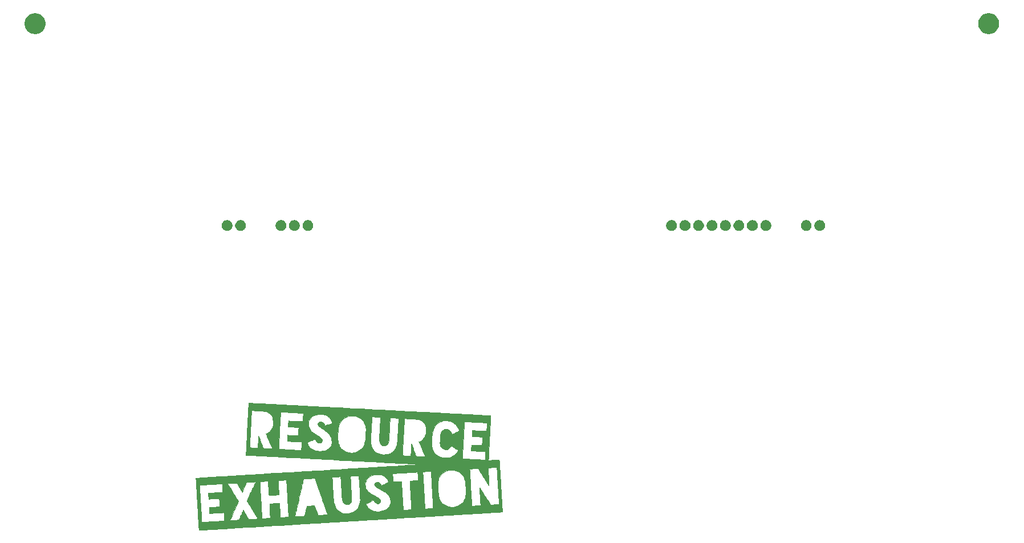
<source format=gbr>
G04 #@! TF.GenerationSoftware,KiCad,Pcbnew,(6.0.0-rc1-dev-557-ge985f797c)*
G04 #@! TF.CreationDate,2019-12-22T20:12:48+01:00*
G04 #@! TF.ProjectId,36C3_Badge_Hardware,333643335F42616467655F4861726477,1.1*
G04 #@! TF.SameCoordinates,Original*
G04 #@! TF.FileFunction,Soldermask,Top*
G04 #@! TF.FilePolarity,Negative*
%FSLAX46Y46*%
G04 Gerber Fmt 4.6, Leading zero omitted, Abs format (unit mm)*
G04 Created by KiCad (PCBNEW (6.0.0-rc1-dev-557-ge985f797c)) date 12/22/19 20:12:48*
%MOMM*%
%LPD*%
G01*
G04 APERTURE LIST*
%ADD10C,0.010000*%
%ADD11C,0.100000*%
G04 APERTURE END LIST*
D10*
G04 #@! TO.C,G\002A\002A\002A*
G36*
X69249560Y-93861944D02*
X69292431Y-93863272D01*
X69349529Y-93865386D01*
X69421866Y-93868341D01*
X69510457Y-93872188D01*
X69616315Y-93876978D01*
X69740453Y-93882766D01*
X69883886Y-93889602D01*
X70047628Y-93897540D01*
X70232690Y-93906631D01*
X70440089Y-93916927D01*
X70670836Y-93928482D01*
X70925945Y-93941347D01*
X71206431Y-93955574D01*
X71513306Y-93971217D01*
X71847585Y-93988327D01*
X72210281Y-94006956D01*
X72602407Y-94027157D01*
X73024978Y-94048981D01*
X73479006Y-94072483D01*
X73965506Y-94097712D01*
X74485491Y-94124723D01*
X75039975Y-94153567D01*
X75629971Y-94184296D01*
X76256493Y-94216964D01*
X76920555Y-94251621D01*
X77623169Y-94288320D01*
X78365351Y-94327115D01*
X79148113Y-94368056D01*
X79972469Y-94411196D01*
X80839433Y-94456588D01*
X81750019Y-94504283D01*
X82705239Y-94554335D01*
X83706107Y-94606795D01*
X84753638Y-94661716D01*
X85848845Y-94719149D01*
X86992741Y-94779148D01*
X88186340Y-94841764D01*
X88202100Y-94842591D01*
X89060598Y-94887631D01*
X89870723Y-94930131D01*
X90634831Y-94970215D01*
X91355278Y-95008007D01*
X92034420Y-95043629D01*
X92674615Y-95077205D01*
X93278218Y-95108859D01*
X93847586Y-95138714D01*
X94385075Y-95166893D01*
X94893041Y-95193520D01*
X95373842Y-95218719D01*
X95829834Y-95242612D01*
X96263373Y-95265323D01*
X96676815Y-95286975D01*
X97072517Y-95307692D01*
X97452835Y-95327598D01*
X97820126Y-95346815D01*
X98176746Y-95365467D01*
X98525052Y-95383678D01*
X98867400Y-95401571D01*
X99206147Y-95419269D01*
X99543648Y-95436895D01*
X99882261Y-95454574D01*
X100224341Y-95472428D01*
X100572246Y-95490582D01*
X100928331Y-95509157D01*
X101283100Y-95527661D01*
X101804628Y-95554876D01*
X102277709Y-95579605D01*
X102704631Y-95601973D01*
X103087679Y-95622108D01*
X103429139Y-95640138D01*
X103731299Y-95656188D01*
X103996444Y-95670386D01*
X104226860Y-95682859D01*
X104424834Y-95693734D01*
X104592653Y-95703137D01*
X104732602Y-95711197D01*
X104846968Y-95718039D01*
X104938037Y-95723791D01*
X105008096Y-95728580D01*
X105059431Y-95732533D01*
X105094328Y-95735776D01*
X105115073Y-95738437D01*
X105123953Y-95740643D01*
X105124482Y-95741015D01*
X105124216Y-95766945D01*
X105121391Y-95840621D01*
X105116157Y-95959060D01*
X105108664Y-96119281D01*
X105099059Y-96318302D01*
X105087493Y-96553140D01*
X105074115Y-96820814D01*
X105059074Y-97118342D01*
X105042520Y-97442741D01*
X105024601Y-97791029D01*
X105005467Y-98160225D01*
X104985268Y-98547346D01*
X104964153Y-98949410D01*
X104958256Y-99061233D01*
X104936893Y-99466825D01*
X104916357Y-99858267D01*
X104896800Y-100232578D01*
X104878376Y-100586777D01*
X104861236Y-100917885D01*
X104845533Y-101222922D01*
X104831418Y-101498906D01*
X104819045Y-101742858D01*
X104808565Y-101951797D01*
X104800131Y-102122744D01*
X104793894Y-102252717D01*
X104790008Y-102338737D01*
X104788624Y-102377822D01*
X104788702Y-102379945D01*
X104814355Y-102380145D01*
X104884596Y-102377392D01*
X104993321Y-102372010D01*
X105134422Y-102364327D01*
X105301794Y-102354670D01*
X105489332Y-102343364D01*
X105590674Y-102337074D01*
X105786096Y-102324985D01*
X105964421Y-102314250D01*
X106119552Y-102305214D01*
X106245390Y-102298218D01*
X106335838Y-102293608D01*
X106384799Y-102291726D01*
X106391829Y-102291928D01*
X106393730Y-102317173D01*
X106398465Y-102389770D01*
X106405831Y-102506362D01*
X106415627Y-102663593D01*
X106427650Y-102858105D01*
X106441696Y-103086542D01*
X106457563Y-103345546D01*
X106475047Y-103631761D01*
X106493947Y-103941831D01*
X106514060Y-104272397D01*
X106535182Y-104620103D01*
X106557111Y-104981592D01*
X106579644Y-105353508D01*
X106602578Y-105732493D01*
X106625711Y-106115191D01*
X106648839Y-106498244D01*
X106671761Y-106878296D01*
X106694272Y-107251989D01*
X106716171Y-107615968D01*
X106737254Y-107966874D01*
X106757320Y-108301351D01*
X106776164Y-108616043D01*
X106793584Y-108907592D01*
X106809378Y-109172641D01*
X106823342Y-109407834D01*
X106835274Y-109609813D01*
X106844972Y-109775222D01*
X106852231Y-109900704D01*
X106856850Y-109982902D01*
X106858626Y-110018458D01*
X106858639Y-110019379D01*
X106833741Y-110030113D01*
X106761572Y-110041798D01*
X106645642Y-110054054D01*
X106489463Y-110066505D01*
X106318650Y-110077490D01*
X106189044Y-110085127D01*
X106015697Y-110095406D01*
X105805572Y-110107911D01*
X105565636Y-110122226D01*
X105302853Y-110137933D01*
X105024189Y-110154619D01*
X104736609Y-110171865D01*
X104447079Y-110189256D01*
X104318400Y-110196995D01*
X103995737Y-110216405D01*
X103643925Y-110237563D01*
X103274503Y-110259775D01*
X102899009Y-110282347D01*
X102528982Y-110304586D01*
X102175962Y-110325798D01*
X101851487Y-110345290D01*
X101587900Y-110361119D01*
X101311748Y-110377715D01*
X101028854Y-110394745D01*
X100747712Y-110411696D01*
X100476820Y-110428054D01*
X100224671Y-110443306D01*
X99999762Y-110456939D01*
X99810588Y-110468440D01*
X99695600Y-110475460D01*
X99525909Y-110485798D01*
X99315712Y-110498528D01*
X99075213Y-110513034D01*
X98814618Y-110528704D01*
X98544130Y-110544924D01*
X98273956Y-110561081D01*
X98014298Y-110576560D01*
X98006500Y-110577024D01*
X97746964Y-110592486D01*
X97476276Y-110608647D01*
X97204702Y-110624894D01*
X96942508Y-110640609D01*
X96699961Y-110655178D01*
X96487327Y-110667986D01*
X96314873Y-110678417D01*
X96311050Y-110678649D01*
X96086975Y-110692226D01*
X95831785Y-110707653D01*
X95565074Y-110723749D01*
X95306437Y-110739330D01*
X95075468Y-110753215D01*
X95047400Y-110754900D01*
X94821025Y-110768482D01*
X94563719Y-110783920D01*
X94295257Y-110800028D01*
X94035418Y-110815618D01*
X93803977Y-110829505D01*
X93777400Y-110831100D01*
X93144569Y-110869096D01*
X92533221Y-110905854D01*
X91952180Y-110940844D01*
X91410266Y-110973534D01*
X91250100Y-110983209D01*
X91077225Y-110993638D01*
X90863969Y-111006475D01*
X90620659Y-111021100D01*
X90357624Y-111036894D01*
X90085192Y-111053236D01*
X89813691Y-111069506D01*
X89553448Y-111085084D01*
X89548300Y-111085392D01*
X89289873Y-111100863D01*
X89021245Y-111116969D01*
X88752496Y-111133102D01*
X88493708Y-111148658D01*
X88254963Y-111163030D01*
X88046342Y-111175611D01*
X87877926Y-111185796D01*
X87871900Y-111186162D01*
X87659291Y-111199010D01*
X87414020Y-111213767D01*
X87154139Y-111229349D01*
X86897697Y-111244676D01*
X86662744Y-111258665D01*
X86601900Y-111262275D01*
X86394798Y-111274618D01*
X86177996Y-111287649D01*
X85964893Y-111300556D01*
X85768884Y-111312524D01*
X85603368Y-111322742D01*
X85535100Y-111327012D01*
X85438281Y-111333020D01*
X85296322Y-111341706D01*
X85114793Y-111352734D01*
X84899265Y-111365770D01*
X84655309Y-111380477D01*
X84388495Y-111396520D01*
X84104393Y-111413563D01*
X83808573Y-111431270D01*
X83506607Y-111449305D01*
X83426900Y-111454059D01*
X83108346Y-111473073D01*
X82782154Y-111492580D01*
X82455626Y-111512140D01*
X82136062Y-111531317D01*
X81830766Y-111549669D01*
X81547037Y-111566760D01*
X81292178Y-111582148D01*
X81073490Y-111595396D01*
X80899600Y-111605985D01*
X80811324Y-111611350D01*
X80674384Y-111619632D01*
X80490823Y-111630708D01*
X80262685Y-111644454D01*
X79992015Y-111660748D01*
X79680856Y-111679468D01*
X79331252Y-111700490D01*
X78945248Y-111723692D01*
X78524887Y-111748950D01*
X78072214Y-111776143D01*
X77589273Y-111805148D01*
X77078108Y-111835841D01*
X76540762Y-111868100D01*
X75979281Y-111901802D01*
X75395707Y-111936825D01*
X74792086Y-111973045D01*
X74170461Y-112010340D01*
X73532876Y-112048588D01*
X72881376Y-112087665D01*
X72218003Y-112127448D01*
X71544804Y-112167816D01*
X71184100Y-112189443D01*
X70513064Y-112229679D01*
X69853827Y-112269217D01*
X69208269Y-112307944D01*
X68578271Y-112345746D01*
X67965713Y-112382510D01*
X67372476Y-112418123D01*
X66800441Y-112452472D01*
X66251489Y-112485444D01*
X65727500Y-112516926D01*
X65230355Y-112546805D01*
X64761936Y-112574968D01*
X64324121Y-112601301D01*
X63918794Y-112625692D01*
X63547833Y-112648027D01*
X63213120Y-112668193D01*
X62916536Y-112686078D01*
X62659961Y-112701567D01*
X62445276Y-112714549D01*
X62274362Y-112724910D01*
X62149100Y-112732537D01*
X62071369Y-112737316D01*
X62046450Y-112738894D01*
X61932731Y-112745777D01*
X61860380Y-112747382D01*
X61820131Y-112742538D01*
X61802719Y-112730075D01*
X61798877Y-112708822D01*
X61798875Y-112707622D01*
X61797381Y-112677207D01*
X61792991Y-112598897D01*
X61785874Y-112475503D01*
X61776197Y-112309837D01*
X61764126Y-112104710D01*
X61749829Y-111862936D01*
X61733473Y-111587325D01*
X61715225Y-111280690D01*
X61695252Y-110945842D01*
X61673722Y-110585594D01*
X61650802Y-110202756D01*
X61626658Y-109800142D01*
X61601458Y-109380563D01*
X61575370Y-108946830D01*
X61568975Y-108840616D01*
X61542808Y-108404570D01*
X61517647Y-107982408D01*
X61493649Y-107576908D01*
X61470974Y-107190847D01*
X61449777Y-106827005D01*
X61430216Y-106488157D01*
X61412449Y-106177083D01*
X61406514Y-106071811D01*
X61882765Y-106071811D01*
X61892647Y-106190855D01*
X61896380Y-106243012D01*
X61902732Y-106340301D01*
X61911456Y-106478554D01*
X61922305Y-106653604D01*
X61935033Y-106861284D01*
X61949391Y-107097427D01*
X61965133Y-107357866D01*
X61982013Y-107638433D01*
X61999783Y-107934961D01*
X62018195Y-108243282D01*
X62037004Y-108559230D01*
X62055963Y-108878638D01*
X62074823Y-109197337D01*
X62093339Y-109511162D01*
X62111263Y-109815944D01*
X62128348Y-110107516D01*
X62144348Y-110381711D01*
X62159015Y-110634362D01*
X62172102Y-110861301D01*
X62183363Y-111058362D01*
X62192550Y-111221377D01*
X62199416Y-111346178D01*
X62203715Y-111428600D01*
X62205200Y-111464453D01*
X62209155Y-111524894D01*
X62230379Y-111550222D01*
X62282910Y-111556020D01*
X62287750Y-111556092D01*
X62327155Y-111554806D01*
X62412708Y-111550725D01*
X62539847Y-111544104D01*
X62704010Y-111535196D01*
X62900636Y-111524257D01*
X63125164Y-111511539D01*
X63373033Y-111497299D01*
X63639681Y-111481789D01*
X63920547Y-111465264D01*
X63976850Y-111461930D01*
X65583400Y-111366674D01*
X65582268Y-111276687D01*
X65579851Y-111198860D01*
X65574511Y-111089834D01*
X65566880Y-110958382D01*
X65557587Y-110813278D01*
X65547264Y-110663294D01*
X65536540Y-110517203D01*
X65526046Y-110383779D01*
X65516413Y-110271795D01*
X65508271Y-110190024D01*
X65502249Y-110147238D01*
X65500810Y-110143143D01*
X65473236Y-110141611D01*
X65400336Y-110143089D01*
X65287481Y-110147324D01*
X65140040Y-110154064D01*
X64963383Y-110163055D01*
X64762880Y-110174045D01*
X64543901Y-110186781D01*
X64437513Y-110193213D01*
X64212217Y-110206868D01*
X64003285Y-110219283D01*
X63816025Y-110230159D01*
X63655742Y-110239201D01*
X63527742Y-110246112D01*
X63437332Y-110250595D01*
X63389817Y-110252353D01*
X63383811Y-110252152D01*
X63377512Y-110221949D01*
X63370756Y-110151867D01*
X63363949Y-110052027D01*
X63357496Y-109932553D01*
X63351800Y-109803567D01*
X63347267Y-109675192D01*
X63344302Y-109557552D01*
X63343308Y-109460769D01*
X63344690Y-109394966D01*
X63348564Y-109370374D01*
X63378875Y-109365338D01*
X63453432Y-109358006D01*
X63565756Y-109348866D01*
X63709370Y-109338406D01*
X63877794Y-109327114D01*
X64064551Y-109315477D01*
X64126941Y-109311771D01*
X64317285Y-109300352D01*
X64490568Y-109289483D01*
X64640477Y-109279598D01*
X64760703Y-109271131D01*
X64844934Y-109264514D01*
X64886861Y-109260183D01*
X64890344Y-109259321D01*
X64890903Y-109233169D01*
X64888463Y-109164849D01*
X64883550Y-109062873D01*
X64876688Y-108935752D01*
X64868402Y-108791997D01*
X64859217Y-108640119D01*
X64849657Y-108488629D01*
X64840248Y-108346037D01*
X64831515Y-108220854D01*
X64823981Y-108121591D01*
X64818172Y-108056760D01*
X64814843Y-108034874D01*
X64788948Y-108034867D01*
X64718562Y-108037736D01*
X64609895Y-108043152D01*
X64469154Y-108050784D01*
X64302547Y-108060303D01*
X64116284Y-108071378D01*
X64035033Y-108076331D01*
X63842566Y-108087974D01*
X63667285Y-108098243D01*
X63515381Y-108106802D01*
X63393042Y-108113315D01*
X63306458Y-108117445D01*
X63261816Y-108118858D01*
X63257067Y-108118567D01*
X63250463Y-108087684D01*
X63243398Y-108017062D01*
X63236294Y-107916832D01*
X63229572Y-107797128D01*
X63223653Y-107668081D01*
X63218959Y-107539825D01*
X63215912Y-107422492D01*
X63214933Y-107326215D01*
X63216442Y-107261126D01*
X63220421Y-107237481D01*
X63250229Y-107232847D01*
X63325283Y-107225826D01*
X63440105Y-107216803D01*
X63589218Y-107206162D01*
X63767142Y-107194289D01*
X63968399Y-107181569D01*
X64187512Y-107168387D01*
X64280589Y-107162976D01*
X64504625Y-107149937D01*
X64712385Y-107137568D01*
X64898506Y-107126210D01*
X65057621Y-107116201D01*
X65184367Y-107107883D01*
X65273379Y-107101594D01*
X65319292Y-107097676D01*
X65324434Y-107096818D01*
X65325763Y-107070258D01*
X65323822Y-107001573D01*
X65319157Y-106899296D01*
X65312320Y-106771959D01*
X65303859Y-106628094D01*
X65294324Y-106476232D01*
X65284263Y-106324906D01*
X65274226Y-106182647D01*
X65264761Y-106057988D01*
X65256420Y-105959460D01*
X65249749Y-105895596D01*
X65245779Y-105874913D01*
X65219383Y-105874506D01*
X65147486Y-105876913D01*
X65035295Y-105881835D01*
X64888013Y-105888978D01*
X64710847Y-105898044D01*
X64509001Y-105908737D01*
X64287680Y-105920760D01*
X64052088Y-105933818D01*
X63807431Y-105947612D01*
X63558914Y-105961848D01*
X63311742Y-105976228D01*
X63071119Y-105990455D01*
X62842251Y-106004235D01*
X62630343Y-106017269D01*
X62440599Y-106029261D01*
X62278224Y-106039915D01*
X62148424Y-106048935D01*
X62056403Y-106056024D01*
X62037632Y-106057666D01*
X61882765Y-106071811D01*
X61406514Y-106071811D01*
X61396633Y-105896560D01*
X61392426Y-105820679D01*
X66051453Y-105820679D01*
X66063213Y-105842887D01*
X66099471Y-105904502D01*
X66157935Y-106001766D01*
X66236313Y-106130925D01*
X66332314Y-106288223D01*
X66443644Y-106469904D01*
X66568013Y-106672213D01*
X66703127Y-106891394D01*
X66846149Y-107122807D01*
X66990412Y-107356331D01*
X67126730Y-107577750D01*
X67252736Y-107783168D01*
X67366061Y-107968690D01*
X67464338Y-108130421D01*
X67545201Y-108264466D01*
X67606283Y-108366928D01*
X67645215Y-108433914D01*
X67659577Y-108461305D01*
X67651282Y-108491560D01*
X67623240Y-108563662D01*
X67577280Y-108673468D01*
X67515231Y-108816836D01*
X67438922Y-108989622D01*
X67350182Y-109187684D01*
X67250840Y-109406878D01*
X67142726Y-109643062D01*
X67031560Y-109883705D01*
X66916250Y-110132296D01*
X66807145Y-110367632D01*
X66706153Y-110585592D01*
X66615179Y-110782056D01*
X66536132Y-110952903D01*
X66470916Y-111094011D01*
X66421440Y-111201261D01*
X66389609Y-111270531D01*
X66377410Y-111297505D01*
X66379101Y-111320175D01*
X66417881Y-111321251D01*
X66436836Y-111317997D01*
X66482622Y-111312712D01*
X66570993Y-111305564D01*
X66693794Y-111297096D01*
X66842865Y-111287852D01*
X67010052Y-111278376D01*
X67112490Y-111272968D01*
X67282993Y-111263627D01*
X67436905Y-111254079D01*
X67566854Y-111244873D01*
X67665468Y-111236557D01*
X67725374Y-111229679D01*
X67739942Y-111226318D01*
X67755735Y-111199724D01*
X67788190Y-111132018D01*
X67834705Y-111029094D01*
X67892674Y-110896846D01*
X67959494Y-110741165D01*
X68032560Y-110567946D01*
X68060843Y-110500141D01*
X68135291Y-110321853D01*
X68203977Y-110158773D01*
X68264365Y-110016809D01*
X68313920Y-109901869D01*
X68350106Y-109819863D01*
X68370391Y-109776698D01*
X68373373Y-109771737D01*
X68389584Y-109788453D01*
X68427329Y-109844360D01*
X68483451Y-109934257D01*
X68554794Y-110052939D01*
X68638202Y-110195203D01*
X68730517Y-110355846D01*
X68771282Y-110427711D01*
X68866823Y-110596735D01*
X68954573Y-110751866D01*
X69031341Y-110887472D01*
X69093936Y-110997922D01*
X69139168Y-111077583D01*
X69163846Y-111120823D01*
X69167200Y-111126582D01*
X69197825Y-111133459D01*
X69277432Y-111135616D01*
X69404430Y-111133089D01*
X69577223Y-111125916D01*
X69794220Y-111114134D01*
X69853000Y-111110606D01*
X70032704Y-111099503D01*
X70195681Y-111089161D01*
X70335073Y-111080038D01*
X70444027Y-111072591D01*
X70515685Y-111067277D01*
X70543009Y-111064611D01*
X70533479Y-111042735D01*
X70499359Y-110981429D01*
X70442881Y-110884406D01*
X70366276Y-110755379D01*
X70271774Y-110598061D01*
X70161607Y-110416165D01*
X70038006Y-110213403D01*
X69903202Y-109993488D01*
X69759427Y-109760134D01*
X69747566Y-109740935D01*
X69565153Y-109444967D01*
X69408889Y-109189744D01*
X69277572Y-108973205D01*
X69169995Y-108793287D01*
X69084956Y-108647931D01*
X69021250Y-108535075D01*
X68977673Y-108452656D01*
X68953020Y-108398614D01*
X68946087Y-108370888D01*
X68946338Y-108369421D01*
X68959228Y-108337306D01*
X68991621Y-108263332D01*
X69041602Y-108151705D01*
X69107254Y-108006632D01*
X69186663Y-107832317D01*
X69277913Y-107632966D01*
X69379088Y-107412786D01*
X69488273Y-107175982D01*
X69594663Y-106945949D01*
X69708803Y-106699179D01*
X69816139Y-106466460D01*
X69914836Y-106251814D01*
X70003058Y-106059266D01*
X70078970Y-105892838D01*
X70140737Y-105756554D01*
X70182444Y-105663536D01*
X70855822Y-105663536D01*
X70858062Y-105762587D01*
X70862683Y-105893731D01*
X70869787Y-106059080D01*
X70879474Y-106260746D01*
X70891844Y-106500842D01*
X70906999Y-106781482D01*
X70925038Y-107104778D01*
X70946063Y-107472842D01*
X70970173Y-107887789D01*
X70991885Y-108257196D01*
X71013568Y-108623412D01*
X71034552Y-108975584D01*
X71054631Y-109310374D01*
X71073599Y-109624438D01*
X71091249Y-109914437D01*
X71107375Y-110177030D01*
X71121771Y-110408874D01*
X71134231Y-110606629D01*
X71144548Y-110766955D01*
X71152517Y-110886509D01*
X71157930Y-110961951D01*
X71160553Y-110989850D01*
X71170845Y-111002579D01*
X71196637Y-111011511D01*
X71243082Y-111016628D01*
X71315337Y-111017912D01*
X71418555Y-111015347D01*
X71557892Y-111008913D01*
X71738503Y-110998594D01*
X71920700Y-110987241D01*
X72377900Y-110958100D01*
X72384361Y-110869200D01*
X72384262Y-110824215D01*
X72381173Y-110734733D01*
X72375409Y-110606948D01*
X72367286Y-110447054D01*
X72357120Y-110261247D01*
X72345227Y-110055720D01*
X72331924Y-109836669D01*
X72330580Y-109815100D01*
X72317501Y-109598772D01*
X72306210Y-109398549D01*
X72296960Y-109220047D01*
X72290009Y-109068882D01*
X72285610Y-108950672D01*
X72284019Y-108871032D01*
X72285491Y-108835581D01*
X72286019Y-108834393D01*
X72313594Y-108829547D01*
X72383896Y-108822490D01*
X72489134Y-108813719D01*
X72621522Y-108803732D01*
X72773269Y-108793025D01*
X72936587Y-108782095D01*
X73103688Y-108771438D01*
X73266783Y-108761553D01*
X73418082Y-108752934D01*
X73549798Y-108746080D01*
X73654142Y-108741487D01*
X73723324Y-108739652D01*
X73749533Y-108741040D01*
X73752285Y-108767115D01*
X73757622Y-108838572D01*
X73765200Y-108950080D01*
X73774676Y-109096306D01*
X73785708Y-109271916D01*
X73797954Y-109471579D01*
X73811069Y-109689961D01*
X73817296Y-109795170D01*
X73830867Y-110020645D01*
X73844024Y-110230076D01*
X73856390Y-110418092D01*
X73867586Y-110579321D01*
X73877233Y-110708390D01*
X73884953Y-110799927D01*
X73890368Y-110848561D01*
X73891965Y-110855032D01*
X73919811Y-110857149D01*
X73989690Y-110855948D01*
X74092984Y-110851960D01*
X74221072Y-110845721D01*
X74365335Y-110837765D01*
X74517153Y-110828626D01*
X74667906Y-110818836D01*
X74808974Y-110808932D01*
X74931739Y-110799446D01*
X75027579Y-110790912D01*
X75087876Y-110783865D01*
X75104556Y-110779910D01*
X75104798Y-110753438D01*
X75103648Y-110722191D01*
X76048200Y-110722191D01*
X76071123Y-110736181D01*
X76133294Y-110736260D01*
X76156150Y-110733677D01*
X76212653Y-110728212D01*
X76310966Y-110720841D01*
X76442158Y-110712143D01*
X76597298Y-110702698D01*
X76767457Y-110693085D01*
X76848300Y-110688767D01*
X77014937Y-110679792D01*
X77163759Y-110671316D01*
X77287556Y-110663786D01*
X77379120Y-110657651D01*
X77431245Y-110653361D01*
X77440540Y-110651917D01*
X77448970Y-110626783D01*
X77468921Y-110558704D01*
X77498681Y-110453779D01*
X77536542Y-110318111D01*
X77580791Y-110157800D01*
X77629719Y-109978946D01*
X77646002Y-109919097D01*
X77696167Y-109735398D01*
X77742335Y-109568111D01*
X77782772Y-109423377D01*
X77815744Y-109307337D01*
X77839517Y-109226134D01*
X77852359Y-109185910D01*
X77853862Y-109182709D01*
X77881591Y-109177721D01*
X77950481Y-109170631D01*
X78050965Y-109162095D01*
X78173480Y-109152767D01*
X78308460Y-109143304D01*
X78446340Y-109134361D01*
X78577554Y-109126593D01*
X78692539Y-109120656D01*
X78781729Y-109117205D01*
X78818702Y-109116600D01*
X78933544Y-109116600D01*
X79184199Y-109732550D01*
X79253977Y-109903303D01*
X79319741Y-110062891D01*
X79378392Y-110203898D01*
X79426830Y-110318908D01*
X79461957Y-110400503D01*
X79478976Y-110437935D01*
X79523099Y-110527370D01*
X80211453Y-110486515D01*
X80392879Y-110475393D01*
X80556989Y-110464656D01*
X80697163Y-110454792D01*
X80806778Y-110446288D01*
X80879216Y-110439632D01*
X80907854Y-110435312D01*
X80908008Y-110435179D01*
X80900656Y-110410392D01*
X80877124Y-110340855D01*
X80838489Y-110229595D01*
X80785828Y-110079642D01*
X80720220Y-109894024D01*
X80642740Y-109675768D01*
X80554468Y-109427904D01*
X80456479Y-109153460D01*
X80349853Y-108855463D01*
X80235665Y-108536944D01*
X80114994Y-108200929D01*
X79988917Y-107850447D01*
X79946370Y-107732300D01*
X78976531Y-105039900D01*
X78890315Y-105045480D01*
X78843158Y-105048345D01*
X78752604Y-105053679D01*
X78625973Y-105061057D01*
X78470586Y-105070053D01*
X78293762Y-105080243D01*
X78102823Y-105091202D01*
X78067500Y-105093225D01*
X77879731Y-105104121D01*
X77709210Y-105114300D01*
X77562304Y-105123358D01*
X77445382Y-105130894D01*
X77364812Y-105136503D01*
X77326963Y-105139783D01*
X77324911Y-105140200D01*
X77318423Y-105165134D01*
X77301542Y-105235787D01*
X77275139Y-105348340D01*
X77240090Y-105498977D01*
X77197266Y-105683880D01*
X77147541Y-105899233D01*
X77091788Y-106141217D01*
X77030879Y-106406017D01*
X76965688Y-106689815D01*
X76897088Y-106988794D01*
X76825952Y-107299137D01*
X76753153Y-107617026D01*
X76679564Y-107938645D01*
X76606058Y-108260176D01*
X76533509Y-108577803D01*
X76462788Y-108887708D01*
X76394770Y-109186074D01*
X76330327Y-109469084D01*
X76270332Y-109732921D01*
X76215659Y-109973768D01*
X76167180Y-110187808D01*
X76125769Y-110371223D01*
X76092298Y-110520197D01*
X76067640Y-110630912D01*
X76052670Y-110699551D01*
X76048200Y-110722191D01*
X75103648Y-110722191D01*
X75102105Y-110680267D01*
X75096716Y-110564397D01*
X75088870Y-110409832D01*
X75078805Y-110220571D01*
X75066760Y-110000617D01*
X75052974Y-109753971D01*
X75037685Y-109484635D01*
X75021131Y-109196609D01*
X75003553Y-108893896D01*
X74985187Y-108580496D01*
X74966272Y-108260412D01*
X74947049Y-107937644D01*
X74927753Y-107616195D01*
X74908626Y-107300065D01*
X74889905Y-106993257D01*
X74871828Y-106699771D01*
X74854635Y-106423609D01*
X74838563Y-106168773D01*
X74823852Y-105939263D01*
X74810741Y-105739082D01*
X74799467Y-105572231D01*
X74790270Y-105442712D01*
X74783388Y-105354525D01*
X74779059Y-105311672D01*
X74778263Y-105308203D01*
X74751258Y-105305221D01*
X74682148Y-105305259D01*
X74579508Y-105307869D01*
X74451913Y-105312601D01*
X74307940Y-105319006D01*
X74156165Y-105326636D01*
X74005162Y-105335041D01*
X73863509Y-105343772D01*
X73739780Y-105352380D01*
X73642552Y-105360417D01*
X73580400Y-105367433D01*
X73561806Y-105371891D01*
X73561160Y-105398457D01*
X73563414Y-105470383D01*
X73568299Y-105582327D01*
X73575546Y-105728946D01*
X73584886Y-105904900D01*
X73596050Y-106104848D01*
X73608769Y-106323446D01*
X73615131Y-106429859D01*
X73628555Y-106655255D01*
X73640692Y-106864433D01*
X73651256Y-107052060D01*
X73659961Y-107212802D01*
X73666522Y-107341324D01*
X73670654Y-107432294D01*
X73672069Y-107480376D01*
X73671723Y-107486634D01*
X73645654Y-107490573D01*
X73576852Y-107496900D01*
X73473297Y-107505082D01*
X73342972Y-107514586D01*
X73193857Y-107524878D01*
X73033936Y-107535426D01*
X72871189Y-107545695D01*
X72713599Y-107555153D01*
X72569146Y-107563265D01*
X72445814Y-107569500D01*
X72403300Y-107571386D01*
X72200100Y-107579900D01*
X72191945Y-107478300D01*
X72188580Y-107430095D01*
X72182586Y-107337563D01*
X72174362Y-107207088D01*
X72164302Y-107045053D01*
X72152803Y-106857841D01*
X72140261Y-106651835D01*
X72127073Y-106433418D01*
X72126937Y-106431158D01*
X72113702Y-106217075D01*
X72100771Y-106019178D01*
X72088567Y-105843146D01*
X72077515Y-105694655D01*
X72068038Y-105579382D01*
X72060561Y-105503006D01*
X72055507Y-105471202D01*
X72055212Y-105470745D01*
X72026093Y-105467322D01*
X71955065Y-105467219D01*
X71850873Y-105469945D01*
X71722265Y-105475009D01*
X71577987Y-105481918D01*
X71426786Y-105490182D01*
X71277408Y-105499307D01*
X71138601Y-105508804D01*
X71019111Y-105518178D01*
X70927685Y-105526940D01*
X70873070Y-105534597D01*
X70862385Y-105537804D01*
X70858084Y-105553257D01*
X70855863Y-105594463D01*
X70855822Y-105663536D01*
X70182444Y-105663536D01*
X70186523Y-105654439D01*
X70214493Y-105590514D01*
X70222881Y-105568814D01*
X70195701Y-105567467D01*
X70125948Y-105569472D01*
X70021701Y-105574296D01*
X69891037Y-105581407D01*
X69742035Y-105590272D01*
X69582773Y-105600358D01*
X69421329Y-105611133D01*
X69265783Y-105622064D01*
X69124211Y-105632618D01*
X69004693Y-105642263D01*
X68915306Y-105650466D01*
X68864129Y-105656695D01*
X68855284Y-105658990D01*
X68840884Y-105686507D01*
X68808557Y-105757826D01*
X68759660Y-105869753D01*
X68695556Y-106019095D01*
X68617603Y-106202657D01*
X68527161Y-106417247D01*
X68425591Y-106659669D01*
X68314253Y-106926732D01*
X68265267Y-107044606D01*
X68223868Y-107144312D01*
X67830196Y-106449285D01*
X67733279Y-106278423D01*
X67644364Y-106122142D01*
X67566539Y-105985829D01*
X67502889Y-105874873D01*
X67456503Y-105794661D01*
X67430465Y-105750582D01*
X67426035Y-105743768D01*
X67399443Y-105742743D01*
X67330202Y-105744538D01*
X67226356Y-105748702D01*
X67095950Y-105754786D01*
X66947029Y-105762339D01*
X66787637Y-105770912D01*
X66625820Y-105780053D01*
X66469621Y-105789313D01*
X66327087Y-105798242D01*
X66206262Y-105806390D01*
X66115191Y-105813306D01*
X66061918Y-105818541D01*
X66051453Y-105820679D01*
X61392426Y-105820679D01*
X61382925Y-105649366D01*
X61371483Y-105438279D01*
X61362465Y-105266077D01*
X61356028Y-105135537D01*
X61352328Y-105049437D01*
X61351525Y-105010556D01*
X61351803Y-105008530D01*
X61377644Y-105006315D01*
X61452873Y-105001142D01*
X61576165Y-104993089D01*
X61746199Y-104982238D01*
X61961651Y-104968669D01*
X62221201Y-104952463D01*
X62523524Y-104933699D01*
X62844915Y-104913841D01*
X81589358Y-104913841D01*
X81591455Y-104986394D01*
X81596176Y-105099579D01*
X81603231Y-105248362D01*
X81612327Y-105427711D01*
X81623170Y-105632591D01*
X81635469Y-105857970D01*
X81648932Y-106098815D01*
X81663265Y-106350091D01*
X81678177Y-106606766D01*
X81693375Y-106863806D01*
X81708566Y-107116178D01*
X81723459Y-107358849D01*
X81737760Y-107586786D01*
X81751178Y-107794954D01*
X81763420Y-107978321D01*
X81774193Y-108131854D01*
X81783206Y-108250519D01*
X81790157Y-108329200D01*
X81846336Y-108691763D01*
X81936959Y-109020261D01*
X82061279Y-109313588D01*
X82218551Y-109570638D01*
X82408030Y-109790304D01*
X82628969Y-109971481D01*
X82880623Y-110113062D01*
X83034036Y-110174414D01*
X83266652Y-110234076D01*
X83532461Y-110264611D01*
X83822824Y-110265712D01*
X84129099Y-110237069D01*
X84250727Y-110217818D01*
X84540842Y-110142633D01*
X84804255Y-110025605D01*
X85039178Y-109869160D01*
X85243824Y-109675727D01*
X85416403Y-109447732D01*
X85555129Y-109187602D01*
X85658213Y-108897766D01*
X85723868Y-108580651D01*
X85750304Y-108238684D01*
X85750775Y-108181312D01*
X85749235Y-108119320D01*
X85744906Y-108015361D01*
X85738093Y-107874424D01*
X85729098Y-107701498D01*
X85718223Y-107501573D01*
X85705773Y-107279637D01*
X85692049Y-107040679D01*
X85677355Y-106789689D01*
X85661994Y-106531655D01*
X85646269Y-106271567D01*
X85630483Y-106014413D01*
X85628792Y-105987300D01*
X86488041Y-105987300D01*
X86510712Y-106260707D01*
X86577710Y-106509957D01*
X86689737Y-106736916D01*
X86846396Y-106942259D01*
X86955054Y-107050658D01*
X87081228Y-107155981D01*
X87231767Y-107262958D01*
X87413518Y-107376319D01*
X87633327Y-107500792D01*
X87732200Y-107554091D01*
X87981258Y-107688298D01*
X88188175Y-107803734D01*
X88356675Y-107903463D01*
X88490483Y-107990548D01*
X88593326Y-108068052D01*
X88668928Y-108139042D01*
X88721016Y-108206579D01*
X88753314Y-108273728D01*
X88769548Y-108343553D01*
X88773505Y-108410488D01*
X88749816Y-108540795D01*
X88682903Y-108651779D01*
X88578637Y-108737166D01*
X88442889Y-108790685D01*
X88411590Y-108797171D01*
X88298315Y-108793403D01*
X88172906Y-108748571D01*
X88043686Y-108668112D01*
X87918974Y-108557461D01*
X87807093Y-108422056D01*
X87783166Y-108386619D01*
X87713449Y-108278938D01*
X87149630Y-108558126D01*
X86971369Y-108645884D01*
X86833795Y-108714308D01*
X86732870Y-108768152D01*
X86664554Y-108812171D01*
X86624810Y-108851121D01*
X86609598Y-108889754D01*
X86614881Y-108932827D01*
X86636619Y-108985094D01*
X86670775Y-109051309D01*
X86693349Y-109095314D01*
X86813358Y-109289244D01*
X86968443Y-109471131D01*
X87143437Y-109623851D01*
X87190889Y-109657042D01*
X87439499Y-109800011D01*
X87695393Y-109902323D01*
X87964890Y-109965138D01*
X88254304Y-109989618D01*
X88569952Y-109976922D01*
X88786300Y-109950180D01*
X89075318Y-109887575D01*
X89342607Y-109792414D01*
X89583713Y-109667979D01*
X89794180Y-109517551D01*
X89969556Y-109344412D01*
X90105385Y-109151844D01*
X90197214Y-108943127D01*
X90209348Y-108901812D01*
X90235459Y-108750458D01*
X90243521Y-108569762D01*
X90234285Y-108377575D01*
X90208505Y-108191747D01*
X90173412Y-108049800D01*
X90073409Y-107812120D01*
X89927499Y-107579726D01*
X89740565Y-107358871D01*
X89517492Y-107155810D01*
X89414081Y-107077251D01*
X89324646Y-107017806D01*
X89201266Y-106942619D01*
X89055556Y-106858417D01*
X88899133Y-106771924D01*
X88756022Y-106696251D01*
X88515182Y-106568965D01*
X88318126Y-106457434D01*
X88161356Y-106358828D01*
X88041377Y-106270320D01*
X87954693Y-106189082D01*
X87897808Y-106112285D01*
X87867226Y-106037102D01*
X87859294Y-105970838D01*
X87881799Y-105847541D01*
X87943928Y-105744596D01*
X88037160Y-105666147D01*
X88152975Y-105616338D01*
X88282851Y-105599312D01*
X88418270Y-105619212D01*
X88508041Y-105655362D01*
X88608579Y-105723322D01*
X88708629Y-105817081D01*
X88793623Y-105920907D01*
X88848991Y-106019068D01*
X88851859Y-106026631D01*
X88876843Y-106085743D01*
X88897336Y-106117608D01*
X88901040Y-106119400D01*
X88927605Y-106109049D01*
X88993267Y-106080070D01*
X89091211Y-106035572D01*
X89214618Y-105978663D01*
X89356672Y-105912454D01*
X89422987Y-105881337D01*
X89597014Y-105799681D01*
X89729589Y-105735395D01*
X89824612Y-105682955D01*
X89885981Y-105636836D01*
X89917594Y-105591516D01*
X89923348Y-105541470D01*
X89907144Y-105481175D01*
X89872878Y-105405107D01*
X89825827Y-105310532D01*
X89690008Y-105091341D01*
X89516440Y-104903362D01*
X89308730Y-104748303D01*
X89070482Y-104627871D01*
X88805302Y-104543772D01*
X88516794Y-104497714D01*
X88208565Y-104491403D01*
X88109352Y-104497802D01*
X87789867Y-104546884D01*
X87494215Y-104637547D01*
X87225681Y-104768367D01*
X86987548Y-104937918D01*
X86891576Y-105026081D01*
X86722886Y-105220008D01*
X86601926Y-105422122D01*
X86525634Y-105639718D01*
X86490947Y-105880090D01*
X86488041Y-105987300D01*
X85628792Y-105987300D01*
X85614938Y-105765184D01*
X85599939Y-105528867D01*
X85585786Y-105310452D01*
X85572785Y-105114929D01*
X85561237Y-104947285D01*
X85551445Y-104812511D01*
X85543714Y-104715595D01*
X85538344Y-104661527D01*
X85536437Y-104651770D01*
X85505889Y-104647050D01*
X85433731Y-104646350D01*
X85328431Y-104649104D01*
X85198460Y-104654746D01*
X85052287Y-104662711D01*
X84898382Y-104672433D01*
X84745214Y-104683346D01*
X84601254Y-104694883D01*
X84474971Y-104706479D01*
X84374834Y-104717568D01*
X84309313Y-104727585D01*
X84286925Y-104735256D01*
X84286363Y-104765387D01*
X84288767Y-104841702D01*
X84293899Y-104959683D01*
X84301523Y-105114814D01*
X84311402Y-105302579D01*
X84323297Y-105518462D01*
X84336972Y-105757947D01*
X84352189Y-106016517D01*
X84367764Y-106274180D01*
X84389807Y-106636684D01*
X84408583Y-106952305D01*
X84424161Y-107224849D01*
X84436610Y-107458123D01*
X84445997Y-107655933D01*
X84452392Y-107822086D01*
X84455864Y-107960389D01*
X84456480Y-108074649D01*
X84454309Y-108168672D01*
X84449421Y-108246265D01*
X84441883Y-108311235D01*
X84431764Y-108367388D01*
X84419133Y-108418531D01*
X84407130Y-108458826D01*
X84328351Y-108638839D01*
X84218966Y-108779237D01*
X84080889Y-108878576D01*
X83916036Y-108935410D01*
X83757100Y-108949231D01*
X83598688Y-108929032D01*
X83460650Y-108869653D01*
X83332880Y-108766150D01*
X83291140Y-108721348D01*
X83196006Y-108588398D01*
X83126057Y-108430825D01*
X83077688Y-108239293D01*
X83059743Y-108122199D01*
X83053405Y-108058568D01*
X83044539Y-107949391D01*
X83033493Y-107799839D01*
X83020612Y-107615086D01*
X83006243Y-107400304D01*
X82990732Y-107160665D01*
X82974426Y-106901341D01*
X82957671Y-106627505D01*
X82941775Y-106360700D01*
X82925469Y-106085296D01*
X82909852Y-105825290D01*
X82895203Y-105585052D01*
X82881797Y-105368957D01*
X82869913Y-105181376D01*
X82859827Y-105026683D01*
X82851818Y-104909250D01*
X82846161Y-104833449D01*
X82843135Y-104803655D01*
X82843019Y-104803394D01*
X82816034Y-104802105D01*
X82746842Y-104804194D01*
X82643881Y-104809097D01*
X82515592Y-104816251D01*
X82370412Y-104825093D01*
X82216783Y-104835061D01*
X82063142Y-104845592D01*
X81917930Y-104856122D01*
X81789585Y-104866089D01*
X81686548Y-104874930D01*
X81617257Y-104882082D01*
X81590179Y-104886953D01*
X81589358Y-104913841D01*
X62844915Y-104913841D01*
X62867299Y-104912458D01*
X63251204Y-104888821D01*
X63673914Y-104862868D01*
X64134109Y-104834680D01*
X64630466Y-104804336D01*
X65161662Y-104771918D01*
X65726375Y-104737506D01*
X66323282Y-104701181D01*
X66951060Y-104663022D01*
X67608388Y-104623110D01*
X68293943Y-104581526D01*
X69006402Y-104538350D01*
X69744443Y-104493663D01*
X70506744Y-104447544D01*
X71291981Y-104400075D01*
X71620356Y-104380239D01*
X90555307Y-104380239D01*
X90556045Y-104450242D01*
X90559412Y-104553589D01*
X90564917Y-104681618D01*
X90572073Y-104825665D01*
X90580388Y-104977068D01*
X90589375Y-105127161D01*
X90598543Y-105267283D01*
X90607403Y-105388769D01*
X90615466Y-105482957D01*
X90622242Y-105541182D01*
X90625664Y-105555554D01*
X90654561Y-105560673D01*
X90727815Y-105562179D01*
X90839124Y-105560221D01*
X90982185Y-105554947D01*
X91150696Y-105546505D01*
X91245085Y-105540986D01*
X91414814Y-105531047D01*
X91567001Y-105522981D01*
X91694538Y-105517097D01*
X91790317Y-105513701D01*
X91847231Y-105513100D01*
X91860063Y-105514396D01*
X91863208Y-105540795D01*
X91869077Y-105613974D01*
X91877413Y-105730000D01*
X91887963Y-105884939D01*
X91900469Y-106074859D01*
X91914677Y-106295826D01*
X91930332Y-106543909D01*
X91947177Y-106815173D01*
X91964958Y-107105686D01*
X91983419Y-107411515D01*
X91985206Y-107441344D01*
X92004012Y-107754618D01*
X92022291Y-108057557D01*
X92039768Y-108345663D01*
X92056164Y-108614439D01*
X92071202Y-108859387D01*
X92084606Y-109076011D01*
X92096098Y-109259812D01*
X92105402Y-109406294D01*
X92112239Y-109510960D01*
X92116274Y-109568542D01*
X92132590Y-109779184D01*
X92237445Y-109765898D01*
X92295235Y-109760354D01*
X92393933Y-109752802D01*
X92523716Y-109743913D01*
X92674761Y-109734357D01*
X92837246Y-109724804D01*
X92850300Y-109724068D01*
X93004846Y-109715216D01*
X93140774Y-109707111D01*
X93250433Y-109700234D01*
X93326172Y-109695068D01*
X93360341Y-109692096D01*
X93361509Y-109691812D01*
X93360508Y-109666502D01*
X93356650Y-109594210D01*
X93350156Y-109478661D01*
X93341243Y-109323580D01*
X93330130Y-109132692D01*
X93317034Y-108909721D01*
X93302176Y-108658393D01*
X93285772Y-108382432D01*
X93268042Y-108085564D01*
X93249204Y-107771513D01*
X93237251Y-107572924D01*
X93217966Y-107249920D01*
X93199909Y-106941602D01*
X93183278Y-106651719D01*
X93168272Y-106384022D01*
X93155091Y-106142261D01*
X93143933Y-105930184D01*
X93134997Y-105751543D01*
X93128481Y-105610087D01*
X93124585Y-105509565D01*
X93123508Y-105453729D01*
X93124308Y-105443224D01*
X93152705Y-105437630D01*
X93224642Y-105429719D01*
X93332947Y-105420101D01*
X93470444Y-105409381D01*
X93629960Y-105398167D01*
X93743866Y-105390787D01*
X93913358Y-105379956D01*
X94065005Y-105369863D01*
X94191770Y-105361009D01*
X94286616Y-105353896D01*
X94342506Y-105349025D01*
X94354655Y-105347265D01*
X94354884Y-105321506D01*
X94352159Y-105253561D01*
X94347006Y-105151927D01*
X94339954Y-105025099D01*
X94331529Y-104881571D01*
X94322260Y-104729841D01*
X94312675Y-104578402D01*
X94303300Y-104435751D01*
X94294664Y-104310383D01*
X94287294Y-104210793D01*
X94281718Y-104145477D01*
X94278614Y-104122948D01*
X94252516Y-104122979D01*
X94180576Y-104125993D01*
X94067647Y-104131692D01*
X93918583Y-104139776D01*
X93738234Y-104149947D01*
X93531455Y-104161905D01*
X93303097Y-104175352D01*
X93058014Y-104189988D01*
X92801057Y-104205514D01*
X92537080Y-104221631D01*
X92270935Y-104238041D01*
X92007474Y-104254444D01*
X91751550Y-104270541D01*
X91508016Y-104286033D01*
X91281724Y-104300621D01*
X91077527Y-104314006D01*
X90900277Y-104325889D01*
X90754827Y-104335972D01*
X90646030Y-104343954D01*
X90578737Y-104349537D01*
X90557687Y-104352245D01*
X90555307Y-104380239D01*
X71620356Y-104380239D01*
X72098833Y-104351336D01*
X72925976Y-104301407D01*
X73772089Y-104250368D01*
X74635849Y-104198301D01*
X75515934Y-104145286D01*
X76411021Y-104091402D01*
X76738134Y-104071723D01*
X95030513Y-104071723D01*
X95031446Y-104096936D01*
X95035274Y-104169549D01*
X95041800Y-104286255D01*
X95050831Y-104443747D01*
X95062172Y-104638720D01*
X95075627Y-104867866D01*
X95091002Y-105127880D01*
X95108101Y-105415454D01*
X95126731Y-105727283D01*
X95146696Y-106060060D01*
X95167802Y-106410478D01*
X95188591Y-106754400D01*
X95210700Y-107120053D01*
X95231932Y-107472285D01*
X95252086Y-107807677D01*
X95270959Y-108122814D01*
X95288349Y-108414278D01*
X95304052Y-108678650D01*
X95317867Y-108912515D01*
X95329590Y-109112454D01*
X95339020Y-109275050D01*
X95345954Y-109396887D01*
X95350190Y-109474547D01*
X95351528Y-109503950D01*
X95350719Y-109526997D01*
X95351562Y-109544808D01*
X95359710Y-109557659D01*
X95380814Y-109565827D01*
X95420524Y-109569588D01*
X95484492Y-109569220D01*
X95578369Y-109565000D01*
X95707806Y-109557204D01*
X95878455Y-109546110D01*
X96021544Y-109536783D01*
X96183834Y-109525914D01*
X96328233Y-109515537D01*
X96447328Y-109506243D01*
X96533707Y-109498622D01*
X96579957Y-109493265D01*
X96585651Y-109491814D01*
X96585377Y-109465767D01*
X96582190Y-109392308D01*
X96576279Y-109274730D01*
X96567831Y-109116328D01*
X96557032Y-108920394D01*
X96544069Y-108690222D01*
X96529130Y-108429107D01*
X96512402Y-108140340D01*
X96494072Y-107827217D01*
X96474326Y-107493029D01*
X96453353Y-107141072D01*
X96431339Y-106774638D01*
X96430819Y-106766026D01*
X96408684Y-106398899D01*
X96387426Y-106045908D01*
X96370159Y-105758849D01*
X97263396Y-105758849D01*
X97263756Y-105889637D01*
X97268116Y-106054197D01*
X97275935Y-106244143D01*
X97286671Y-106451090D01*
X97299782Y-106666650D01*
X97314727Y-106882438D01*
X97330964Y-107090068D01*
X97347951Y-107281153D01*
X97365147Y-107447307D01*
X97382009Y-107580144D01*
X97396362Y-107663859D01*
X97480676Y-107978164D01*
X97592862Y-108253145D01*
X97736643Y-108494171D01*
X97915744Y-108706612D01*
X98133890Y-108895839D01*
X98352349Y-109042172D01*
X98637145Y-109184249D01*
X98938306Y-109279153D01*
X99251895Y-109326278D01*
X99573978Y-109325019D01*
X99885985Y-109278070D01*
X100128276Y-109203409D01*
X100374198Y-109089667D01*
X100609302Y-108945236D01*
X100819141Y-108778509D01*
X100922766Y-108675782D01*
X101091605Y-108468672D01*
X101224643Y-108250160D01*
X101325437Y-108011715D01*
X101397547Y-107744801D01*
X101444532Y-107440884D01*
X101446858Y-107419097D01*
X101452729Y-107314911D01*
X101453816Y-107170100D01*
X101450642Y-106993153D01*
X101443730Y-106792558D01*
X101433603Y-106576804D01*
X101420783Y-106354379D01*
X101405793Y-106133771D01*
X101389156Y-105923469D01*
X101371395Y-105731961D01*
X101353032Y-105567735D01*
X101334590Y-105439279D01*
X101320669Y-105370100D01*
X101218367Y-105061563D01*
X101073589Y-104780000D01*
X100888317Y-104527810D01*
X100664536Y-104307388D01*
X100404229Y-104121135D01*
X100195411Y-104009586D01*
X99925318Y-103908934D01*
X99633037Y-103846200D01*
X99331684Y-103822775D01*
X99034377Y-103840051D01*
X98870100Y-103869013D01*
X98583032Y-103957466D01*
X98308747Y-104088587D01*
X98054514Y-104256913D01*
X97827602Y-104456978D01*
X97635281Y-104683318D01*
X97501468Y-104897903D01*
X97427824Y-105061316D01*
X97360624Y-105252835D01*
X97306487Y-105450603D01*
X97272031Y-105632762D01*
X97267579Y-105670221D01*
X97263396Y-105758849D01*
X96370159Y-105758849D01*
X96367243Y-105710374D01*
X96348335Y-105395618D01*
X96330900Y-105104959D01*
X96315137Y-104841717D01*
X96301244Y-104609212D01*
X96289419Y-104410765D01*
X96279862Y-104249696D01*
X96272771Y-104129325D01*
X96268345Y-104052972D01*
X96266782Y-104023957D01*
X96266782Y-104023900D01*
X96241592Y-104016310D01*
X96166749Y-104013486D01*
X96043174Y-104015413D01*
X95871790Y-104022076D01*
X95653518Y-104033461D01*
X95650669Y-104033623D01*
X95479675Y-104043481D01*
X95326576Y-104052514D01*
X95198324Y-104060294D01*
X95101870Y-104066395D01*
X95044165Y-104070390D01*
X95030513Y-104071723D01*
X76738134Y-104071723D01*
X77319787Y-104036731D01*
X78102825Y-103989652D01*
X79022040Y-103934391D01*
X79928648Y-103879867D01*
X80821327Y-103826160D01*
X81698758Y-103773350D01*
X82559619Y-103721516D01*
X83402590Y-103670740D01*
X83555264Y-103661540D01*
X101992639Y-103661540D01*
X101993230Y-103687275D01*
X101996729Y-103760402D01*
X102002945Y-103877609D01*
X102011686Y-104035584D01*
X102022760Y-104231013D01*
X102035975Y-104460585D01*
X102051140Y-104720987D01*
X102068063Y-105008905D01*
X102086551Y-105321028D01*
X102106413Y-105654043D01*
X102127458Y-106004637D01*
X102148191Y-106348000D01*
X102170302Y-106713694D01*
X102191535Y-107065996D01*
X102211691Y-107401484D01*
X102230564Y-107716739D01*
X102247954Y-108008339D01*
X102263658Y-108272866D01*
X102277473Y-108506899D01*
X102289196Y-108707018D01*
X102298626Y-108869803D01*
X102305558Y-108991833D01*
X102309792Y-109069688D01*
X102311128Y-109099261D01*
X102318612Y-109149798D01*
X102344871Y-109160967D01*
X102356250Y-109158544D01*
X102393258Y-109153838D01*
X102473446Y-109147185D01*
X102589253Y-109139092D01*
X102733116Y-109130066D01*
X102897476Y-109120614D01*
X103018180Y-109114146D01*
X103635661Y-109082028D01*
X103621290Y-108927864D01*
X103614250Y-108842179D01*
X103605398Y-108718392D01*
X103595083Y-108562769D01*
X103583657Y-108381577D01*
X103571469Y-108181083D01*
X103558870Y-107967553D01*
X103546210Y-107747255D01*
X103533839Y-107526456D01*
X103522108Y-107311421D01*
X103511368Y-107108419D01*
X103501967Y-106923715D01*
X103494258Y-106763576D01*
X103488590Y-106634270D01*
X103485313Y-106542063D01*
X103484778Y-106493222D01*
X103484986Y-106489672D01*
X103488371Y-106474182D01*
X103496304Y-106469033D01*
X103510769Y-106477142D01*
X103533748Y-106501428D01*
X103567224Y-106544811D01*
X103613180Y-106610209D01*
X103673599Y-106700542D01*
X103750464Y-106818727D01*
X103845757Y-106967685D01*
X103961461Y-107150333D01*
X104099559Y-107369591D01*
X104262035Y-107628378D01*
X104304231Y-107695663D01*
X104449734Y-107927346D01*
X104587330Y-108145725D01*
X104714647Y-108347080D01*
X104829310Y-108527691D01*
X104928945Y-108683836D01*
X105011177Y-108811795D01*
X105073633Y-108907848D01*
X105113938Y-108968273D01*
X105129718Y-108989350D01*
X105129731Y-108989350D01*
X105174406Y-108987381D01*
X105257663Y-108982645D01*
X105371089Y-108975703D01*
X105506270Y-108967117D01*
X105654793Y-108957449D01*
X105808245Y-108947261D01*
X105958213Y-108937114D01*
X106096284Y-108927570D01*
X106214045Y-108919192D01*
X106303082Y-108912540D01*
X106354982Y-108908177D01*
X106364813Y-108906877D01*
X106363992Y-108881444D01*
X106360323Y-108809305D01*
X106354044Y-108694441D01*
X106345393Y-108540836D01*
X106334608Y-108352470D01*
X106321927Y-108133326D01*
X106307587Y-107887385D01*
X106291827Y-107618631D01*
X106274885Y-107331044D01*
X106256999Y-107028607D01*
X106238406Y-106715303D01*
X106219344Y-106395112D01*
X106200052Y-106072017D01*
X106180767Y-105750000D01*
X106161727Y-105433043D01*
X106143170Y-105125128D01*
X106125335Y-104830237D01*
X106108458Y-104552352D01*
X106092779Y-104295456D01*
X106078534Y-104063529D01*
X106065963Y-103860555D01*
X106055302Y-103690514D01*
X106046789Y-103557390D01*
X106040664Y-103465164D01*
X106037162Y-103417819D01*
X106036495Y-103412204D01*
X106011088Y-103412862D01*
X105943195Y-103416174D01*
X105841034Y-103421656D01*
X105712823Y-103428822D01*
X105566779Y-103437188D01*
X105411120Y-103446269D01*
X105254063Y-103455581D01*
X105103826Y-103464640D01*
X104968626Y-103472959D01*
X104856681Y-103480055D01*
X104776208Y-103485444D01*
X104735426Y-103488639D01*
X104732061Y-103489140D01*
X104732480Y-103514445D01*
X104735770Y-103585560D01*
X104741655Y-103697596D01*
X104749858Y-103845661D01*
X104760104Y-104024863D01*
X104772117Y-104230312D01*
X104785620Y-104457117D01*
X104800338Y-104700385D01*
X104801754Y-104723604D01*
X104816826Y-104972718D01*
X104830894Y-105209571D01*
X104843653Y-105428681D01*
X104854795Y-105624568D01*
X104864012Y-105791750D01*
X104870996Y-105924746D01*
X104875442Y-106018075D01*
X104877042Y-106066254D01*
X104877042Y-106066561D01*
X104876188Y-106088505D01*
X104872217Y-106101998D01*
X104863124Y-106104120D01*
X104846904Y-106091950D01*
X104821551Y-106062565D01*
X104785060Y-106013045D01*
X104735425Y-105940468D01*
X104670641Y-105841913D01*
X104588702Y-105714459D01*
X104487603Y-105555185D01*
X104365339Y-105361169D01*
X104219904Y-105129491D01*
X104074933Y-104898161D01*
X103930031Y-104667022D01*
X103792920Y-104448638D01*
X103666010Y-104246826D01*
X103551710Y-104065401D01*
X103452430Y-103908179D01*
X103370579Y-103778977D01*
X103308567Y-103681611D01*
X103268803Y-103619896D01*
X103253849Y-103597785D01*
X103225865Y-103595126D01*
X103155651Y-103595344D01*
X103051669Y-103598012D01*
X102922381Y-103602702D01*
X102776250Y-103608987D01*
X102621736Y-103616438D01*
X102467303Y-103624627D01*
X102321413Y-103633128D01*
X102192527Y-103641511D01*
X102089108Y-103649350D01*
X102019618Y-103656217D01*
X101992639Y-103661540D01*
X83555264Y-103661540D01*
X84226351Y-103621101D01*
X85029581Y-103572678D01*
X85810960Y-103525551D01*
X86569168Y-103479802D01*
X87302884Y-103435508D01*
X88010787Y-103392751D01*
X88691558Y-103351610D01*
X89343876Y-103312166D01*
X89966419Y-103274497D01*
X90557869Y-103238685D01*
X91116904Y-103204809D01*
X91642205Y-103172948D01*
X92132450Y-103143183D01*
X92586319Y-103115594D01*
X93002492Y-103090260D01*
X93379648Y-103067263D01*
X93716467Y-103046680D01*
X94011629Y-103028593D01*
X94263813Y-103013081D01*
X94471698Y-103000224D01*
X94633965Y-102990103D01*
X94749292Y-102982797D01*
X94816360Y-102978385D01*
X94834436Y-102976970D01*
X94808862Y-102975134D01*
X94734469Y-102970752D01*
X94613171Y-102963925D01*
X94446881Y-102954755D01*
X94237512Y-102943343D01*
X93986976Y-102929791D01*
X93697187Y-102914200D01*
X93370057Y-102896673D01*
X93007500Y-102877311D01*
X92611428Y-102856216D01*
X92183753Y-102833490D01*
X91726390Y-102809233D01*
X91241251Y-102783549D01*
X90730249Y-102756537D01*
X90195297Y-102728302D01*
X89638307Y-102698943D01*
X89061192Y-102668562D01*
X88465867Y-102637262D01*
X87854242Y-102605145D01*
X87228232Y-102572310D01*
X86815964Y-102550708D01*
X85864496Y-102500872D01*
X84925362Y-102451684D01*
X83999924Y-102403215D01*
X83089545Y-102355536D01*
X82195586Y-102308720D01*
X81319411Y-102262837D01*
X80462381Y-102217958D01*
X79625858Y-102174155D01*
X78811206Y-102131499D01*
X78587992Y-102119812D01*
X100927043Y-102119812D01*
X100927196Y-102124656D01*
X100952432Y-102127063D01*
X101023558Y-102131780D01*
X101135731Y-102138532D01*
X101284105Y-102147048D01*
X101463837Y-102157055D01*
X101670084Y-102168279D01*
X101898000Y-102180448D01*
X102142741Y-102193290D01*
X102186322Y-102195554D01*
X102447512Y-102209177D01*
X102704223Y-102222704D01*
X102949784Y-102235776D01*
X103177523Y-102248030D01*
X103380767Y-102259107D01*
X103552845Y-102268644D01*
X103687084Y-102276281D01*
X103772300Y-102281373D01*
X103956416Y-102292654D01*
X104094907Y-102300509D01*
X104192820Y-102305149D01*
X104255199Y-102306783D01*
X104287090Y-102305621D01*
X104294033Y-102303050D01*
X104296373Y-102272609D01*
X104300805Y-102200953D01*
X104306873Y-102096518D01*
X104314124Y-101967746D01*
X104322103Y-101823075D01*
X104330354Y-101670945D01*
X104338425Y-101519795D01*
X104345859Y-101378065D01*
X104352203Y-101254194D01*
X104357001Y-101156622D01*
X104359800Y-101093788D01*
X104360239Y-101073917D01*
X104335090Y-101071847D01*
X104265692Y-101067520D01*
X104158528Y-101061281D01*
X104020083Y-101053477D01*
X103856839Y-101044453D01*
X103675282Y-101034555D01*
X103481895Y-101024127D01*
X103283162Y-101013515D01*
X103085566Y-101003066D01*
X102895592Y-100993124D01*
X102719723Y-100984036D01*
X102564444Y-100976146D01*
X102436238Y-100969800D01*
X102341589Y-100965344D01*
X102286981Y-100963123D01*
X102277790Y-100962938D01*
X102260771Y-100960323D01*
X102248967Y-100947514D01*
X102241896Y-100917401D01*
X102239074Y-100862872D01*
X102240018Y-100776814D01*
X102244246Y-100652117D01*
X102248912Y-100537750D01*
X102256049Y-100395087D01*
X102264496Y-100269993D01*
X102273478Y-100171375D01*
X102282219Y-100108140D01*
X102287985Y-100089456D01*
X102318930Y-100084160D01*
X102395569Y-100082047D01*
X102512902Y-100083031D01*
X102665929Y-100087026D01*
X102849649Y-100093946D01*
X103028063Y-100102156D01*
X103216283Y-100111376D01*
X103389695Y-100119707D01*
X103541306Y-100126826D01*
X103664118Y-100132409D01*
X103751139Y-100136133D01*
X103795371Y-100137676D01*
X103797700Y-100137700D01*
X103813768Y-100135457D01*
X103826526Y-100124755D01*
X103836777Y-100099631D01*
X103845321Y-100054123D01*
X103852959Y-99982268D01*
X103860494Y-99878103D01*
X103868726Y-99735666D01*
X103878456Y-99548995D01*
X103879453Y-99529420D01*
X103887814Y-99359334D01*
X103894739Y-99207005D01*
X103899955Y-99079472D01*
X103903187Y-98983777D01*
X103904161Y-98926962D01*
X103903389Y-98914123D01*
X103877254Y-98911064D01*
X103806613Y-98905759D01*
X103697691Y-98898597D01*
X103556714Y-98889966D01*
X103389907Y-98880253D01*
X103203497Y-98869847D01*
X103123136Y-98865486D01*
X102930537Y-98854948D01*
X102755024Y-98845016D01*
X102602817Y-98836069D01*
X102480135Y-98828483D01*
X102393200Y-98822639D01*
X102348231Y-98818913D01*
X102343370Y-98818086D01*
X102341765Y-98791314D01*
X102343608Y-98724042D01*
X102348224Y-98626405D01*
X102354941Y-98508537D01*
X102363084Y-98380571D01*
X102371979Y-98252640D01*
X102380952Y-98134879D01*
X102389328Y-98037421D01*
X102396436Y-97970399D01*
X102401501Y-97944032D01*
X102428866Y-97942469D01*
X102501585Y-97943440D01*
X102614284Y-97946741D01*
X102761589Y-97952168D01*
X102938128Y-97959514D01*
X103138528Y-97968577D01*
X103357415Y-97979151D01*
X103461748Y-97984410D01*
X103686984Y-97995747D01*
X103895927Y-98005946D01*
X104083246Y-98014771D01*
X104243610Y-98021984D01*
X104371689Y-98027350D01*
X104462152Y-98030631D01*
X104509668Y-98031591D01*
X104515636Y-98031188D01*
X104518380Y-98005782D01*
X104523350Y-97938137D01*
X104530051Y-97836743D01*
X104537990Y-97710088D01*
X104546674Y-97566661D01*
X104555607Y-97414950D01*
X104564297Y-97263445D01*
X104572250Y-97120634D01*
X104578971Y-96995007D01*
X104583966Y-96895050D01*
X104586743Y-96829255D01*
X104586906Y-96806175D01*
X104561745Y-96803532D01*
X104490939Y-96798703D01*
X104379587Y-96791948D01*
X104232786Y-96783527D01*
X104055633Y-96773701D01*
X103853225Y-96762729D01*
X103630661Y-96750871D01*
X103393036Y-96738389D01*
X103145448Y-96725542D01*
X102892995Y-96712590D01*
X102640774Y-96699794D01*
X102393882Y-96687413D01*
X102157417Y-96675709D01*
X101936476Y-96664941D01*
X101736155Y-96655369D01*
X101561553Y-96647254D01*
X101417767Y-96640856D01*
X101309894Y-96636435D01*
X101243030Y-96634251D01*
X101222137Y-96634406D01*
X101219768Y-96660167D01*
X101214969Y-96732667D01*
X101207953Y-96847915D01*
X101198937Y-97001920D01*
X101188133Y-97190690D01*
X101175758Y-97410233D01*
X101162024Y-97656559D01*
X101147146Y-97925675D01*
X101131340Y-98213590D01*
X101114819Y-98516312D01*
X101097797Y-98829850D01*
X101080489Y-99150213D01*
X101063111Y-99473409D01*
X101045875Y-99795446D01*
X101028996Y-100112333D01*
X101012690Y-100420078D01*
X100997169Y-100714690D01*
X100982649Y-100992178D01*
X100969345Y-101248549D01*
X100957470Y-101479812D01*
X100947239Y-101681977D01*
X100938866Y-101851050D01*
X100932567Y-101983042D01*
X100928554Y-102073959D01*
X100927043Y-102119812D01*
X78587992Y-102119812D01*
X78019786Y-102090062D01*
X77252960Y-102049914D01*
X76512092Y-102011127D01*
X75798543Y-101973773D01*
X75113675Y-101937922D01*
X74458852Y-101903646D01*
X73835435Y-101871017D01*
X73244786Y-101840105D01*
X72688268Y-101810982D01*
X72167243Y-101783719D01*
X71683074Y-101758388D01*
X71237123Y-101735059D01*
X70830752Y-101713804D01*
X70465323Y-101694695D01*
X70142199Y-101677803D01*
X69862742Y-101663199D01*
X69628315Y-101650954D01*
X69440279Y-101641139D01*
X69299997Y-101633827D01*
X69208832Y-101629088D01*
X69197469Y-101628499D01*
X69159719Y-101626273D01*
X92024748Y-101626273D01*
X92031206Y-101642592D01*
X92055336Y-101654966D01*
X92104341Y-101664505D01*
X92185422Y-101672318D01*
X92305782Y-101679515D01*
X92399450Y-101683980D01*
X92558717Y-101691511D01*
X92724875Y-101699928D01*
X92879506Y-101708265D01*
X93004193Y-101715557D01*
X93017231Y-101716377D01*
X93260362Y-101731839D01*
X93291141Y-101125269D01*
X93305245Y-100848667D01*
X93317173Y-100618686D01*
X93327214Y-100431207D01*
X93335658Y-100282112D01*
X93342793Y-100167283D01*
X93348908Y-100082599D01*
X93354293Y-100023944D01*
X93359237Y-99987196D01*
X93364028Y-99968239D01*
X93368956Y-99962953D01*
X93372571Y-99965106D01*
X93385107Y-99992930D01*
X93412384Y-100063241D01*
X93452402Y-100170562D01*
X93503158Y-100309418D01*
X93562652Y-100474333D01*
X93628881Y-100659832D01*
X93699845Y-100860440D01*
X93700253Y-100861600D01*
X93771168Y-101062094D01*
X93837292Y-101247354D01*
X93896638Y-101411934D01*
X93947214Y-101550387D01*
X93987031Y-101657267D01*
X94014100Y-101727127D01*
X94026431Y-101754521D01*
X94026468Y-101754557D01*
X94055608Y-101760403D01*
X94128588Y-101768276D01*
X94238512Y-101777631D01*
X94378485Y-101787922D01*
X94541612Y-101798604D01*
X94704500Y-101808212D01*
X94883626Y-101818310D01*
X95046738Y-101827628D01*
X95186747Y-101835749D01*
X95296568Y-101842259D01*
X95369112Y-101846744D01*
X95396650Y-101848704D01*
X95426020Y-101837947D01*
X95428400Y-101829677D01*
X95418374Y-101802613D01*
X95389639Y-101733789D01*
X95344209Y-101627826D01*
X95284099Y-101489345D01*
X95211323Y-101322967D01*
X95127896Y-101133314D01*
X95035830Y-100925006D01*
X94937142Y-100702665D01*
X94936954Y-100702243D01*
X94570878Y-99879195D01*
X96365077Y-99879195D01*
X96367935Y-99994797D01*
X96369752Y-100023400D01*
X96396647Y-100285255D01*
X96434278Y-100509046D01*
X96485699Y-100706921D01*
X96553966Y-100891032D01*
X96626037Y-101042925D01*
X96780069Y-101286325D01*
X96972003Y-101498203D01*
X97197662Y-101675501D01*
X97452872Y-101815159D01*
X97733457Y-101914118D01*
X97853237Y-101941896D01*
X97972810Y-101965092D01*
X98067313Y-101980974D01*
X98151135Y-101990597D01*
X98238668Y-101995015D01*
X98344302Y-101995284D01*
X98482426Y-101992459D01*
X98527200Y-101991302D01*
X98700399Y-101983316D01*
X98854790Y-101969601D01*
X98977564Y-101951451D01*
X99022500Y-101941277D01*
X99237286Y-101866508D01*
X99456776Y-101760020D01*
X99662122Y-101632138D01*
X99826020Y-101501085D01*
X99901382Y-101424910D01*
X99983134Y-101331637D01*
X100065530Y-101229251D01*
X100142822Y-101125732D01*
X100209264Y-101029063D01*
X100259107Y-100947226D01*
X100286605Y-100888204D01*
X100287061Y-100860760D01*
X100260641Y-100842640D01*
X100197493Y-100801634D01*
X100103958Y-100741791D01*
X99986381Y-100667159D01*
X99851104Y-100581785D01*
X99772320Y-100532261D01*
X99277540Y-100221664D01*
X99238920Y-100280623D01*
X99094584Y-100474252D01*
X98945879Y-100619042D01*
X98789489Y-100716942D01*
X98622099Y-100769903D01*
X98440392Y-100779874D01*
X98396087Y-100776277D01*
X98197913Y-100731246D01*
X98019356Y-100642722D01*
X97865440Y-100515874D01*
X97741192Y-100355869D01*
X97651636Y-100167874D01*
X97602167Y-99959900D01*
X97597909Y-99888247D01*
X97597675Y-99777225D01*
X97600946Y-99635343D01*
X97607205Y-99471108D01*
X97615933Y-99293029D01*
X97626612Y-99109614D01*
X97638726Y-98929372D01*
X97651756Y-98760809D01*
X97665183Y-98612435D01*
X97678491Y-98492758D01*
X97691161Y-98410286D01*
X97698189Y-98382348D01*
X97784503Y-98192613D01*
X97897904Y-98028156D01*
X98031720Y-97896258D01*
X98179277Y-97804200D01*
X98253847Y-97776057D01*
X98459234Y-97737514D01*
X98650262Y-97747385D01*
X98825517Y-97804958D01*
X98983583Y-97909524D01*
X99123045Y-98060371D01*
X99242489Y-98256789D01*
X99252599Y-98277492D01*
X99293876Y-98367497D01*
X99324644Y-98441966D01*
X99339433Y-98487456D01*
X99340000Y-98492333D01*
X99349720Y-98522415D01*
X99355556Y-98524800D01*
X99382787Y-98514192D01*
X99447174Y-98484863D01*
X99541094Y-98440551D01*
X99656922Y-98384992D01*
X99787033Y-98321927D01*
X99923803Y-98255093D01*
X100059607Y-98188227D01*
X100186820Y-98125070D01*
X100297819Y-98069358D01*
X100384977Y-98024831D01*
X100440671Y-97995225D01*
X100457600Y-97984480D01*
X100449986Y-97956745D01*
X100430232Y-97895511D01*
X100408328Y-97830743D01*
X100284916Y-97540508D01*
X100125843Y-97279543D01*
X99934618Y-97052014D01*
X99714750Y-96862090D01*
X99469746Y-96713937D01*
X99467000Y-96712592D01*
X99308526Y-96639154D01*
X99168713Y-96585269D01*
X99033146Y-96547587D01*
X98887413Y-96522759D01*
X98717099Y-96507434D01*
X98550997Y-96499679D01*
X98394462Y-96495323D01*
X98274936Y-96495414D01*
X98178749Y-96500907D01*
X98092231Y-96512756D01*
X98001712Y-96531915D01*
X97966797Y-96540464D01*
X97669060Y-96640079D01*
X97397687Y-96781932D01*
X97154674Y-96963685D01*
X96942015Y-97183004D01*
X96761709Y-97437549D01*
X96615750Y-97724986D01*
X96506134Y-98042977D01*
X96445315Y-98321600D01*
X96432193Y-98423252D01*
X96419110Y-98565584D01*
X96406499Y-98738811D01*
X96394795Y-98933152D01*
X96384432Y-99138825D01*
X96375844Y-99346048D01*
X96369466Y-99545038D01*
X96365733Y-99726015D01*
X96365077Y-99879195D01*
X94570878Y-99879195D01*
X94445509Y-99597331D01*
X94549604Y-99566614D01*
X94732230Y-99488210D01*
X94909067Y-99366057D01*
X95074387Y-99207204D01*
X95222458Y-99018703D01*
X95347551Y-98807603D01*
X95443936Y-98580956D01*
X95494035Y-98404572D01*
X95518582Y-98242799D01*
X95529878Y-98049920D01*
X95528572Y-97841363D01*
X95515311Y-97632553D01*
X95490742Y-97438916D01*
X95455513Y-97275878D01*
X95445244Y-97242100D01*
X95343692Y-96997390D01*
X95209844Y-96789968D01*
X95039735Y-96614954D01*
X94829397Y-96467469D01*
X94803529Y-96452658D01*
X94724072Y-96410418D01*
X94645028Y-96374629D01*
X94560865Y-96344405D01*
X94466051Y-96318862D01*
X94355054Y-96297116D01*
X94222342Y-96278282D01*
X94062383Y-96261475D01*
X93869645Y-96245811D01*
X93638597Y-96230405D01*
X93363706Y-96214373D01*
X93286759Y-96210124D01*
X93071232Y-96198561D01*
X92872108Y-96188345D01*
X92694974Y-96179725D01*
X92545414Y-96172954D01*
X92429014Y-96168283D01*
X92351360Y-96165962D01*
X92318037Y-96166244D01*
X92317220Y-96166512D01*
X92315040Y-96192101D01*
X92310424Y-96264421D01*
X92303587Y-96379471D01*
X92294742Y-96533251D01*
X92284103Y-96721761D01*
X92271886Y-96941001D01*
X92258304Y-97186971D01*
X92243572Y-97455670D01*
X92227903Y-97743098D01*
X92211513Y-98045256D01*
X92194615Y-98358142D01*
X92177424Y-98677757D01*
X92160154Y-99000100D01*
X92143019Y-99321172D01*
X92126234Y-99636972D01*
X92110013Y-99943499D01*
X92094570Y-100236755D01*
X92080119Y-100512737D01*
X92066876Y-100767448D01*
X92055053Y-100996885D01*
X92044865Y-101197049D01*
X92036527Y-101363940D01*
X92030253Y-101493557D01*
X92026258Y-101581901D01*
X92024754Y-101624970D01*
X92024748Y-101626273D01*
X69159719Y-101626273D01*
X69062305Y-101620529D01*
X68945549Y-101611796D01*
X68856411Y-101603132D01*
X68804099Y-101595374D01*
X68794552Y-101592018D01*
X68793968Y-101565278D01*
X68795981Y-101491180D01*
X68800414Y-101373094D01*
X68807093Y-101214386D01*
X68815844Y-101018426D01*
X68826490Y-100788579D01*
X68831057Y-100692435D01*
X73640871Y-100692435D01*
X73641057Y-100697548D01*
X73666921Y-100699947D01*
X73739283Y-100704777D01*
X73853909Y-100711795D01*
X74006568Y-100720762D01*
X74193027Y-100731434D01*
X74409054Y-100743572D01*
X74650415Y-100756933D01*
X74912880Y-100771276D01*
X75192214Y-100786361D01*
X75298900Y-100792077D01*
X75584106Y-100807351D01*
X75854555Y-100821889D01*
X76105941Y-100835454D01*
X76333960Y-100847813D01*
X76534307Y-100858731D01*
X76702678Y-100867972D01*
X76834769Y-100875302D01*
X76926275Y-100880486D01*
X76972891Y-100883290D01*
X76977838Y-100883669D01*
X76992526Y-100860462D01*
X77005571Y-100788560D01*
X77016666Y-100670051D01*
X77021675Y-100588550D01*
X77029863Y-100434463D01*
X77039345Y-100255400D01*
X77048760Y-100077114D01*
X77054598Y-99966250D01*
X77071069Y-99652929D01*
X77871723Y-99652929D01*
X77884635Y-99749196D01*
X77912511Y-99857894D01*
X77966720Y-99990347D01*
X78040148Y-100132071D01*
X78125683Y-100268584D01*
X78168837Y-100327858D01*
X78341594Y-100513671D01*
X78553589Y-100677241D01*
X78796368Y-100813827D01*
X79061478Y-100918689D01*
X79340466Y-100987086D01*
X79345903Y-100988011D01*
X79458426Y-101000546D01*
X79604949Y-101007773D01*
X79768951Y-101009701D01*
X79933913Y-101006335D01*
X80083312Y-100997684D01*
X80175700Y-100987661D01*
X80458262Y-100928217D01*
X80717074Y-100835443D01*
X80947828Y-100712437D01*
X81146217Y-100562298D01*
X81307933Y-100388127D01*
X81428671Y-100193021D01*
X81486954Y-100044153D01*
X81510118Y-99960007D01*
X81524656Y-99881613D01*
X81531763Y-99794720D01*
X81532631Y-99685077D01*
X81528717Y-99545569D01*
X81511049Y-99317485D01*
X81472965Y-99116877D01*
X81449206Y-99047992D01*
X82428243Y-99047992D01*
X82433649Y-99284974D01*
X82448350Y-99491829D01*
X82473007Y-99673617D01*
X82508280Y-99835397D01*
X82554830Y-99982228D01*
X82613317Y-100119168D01*
X82684402Y-100251277D01*
X82756154Y-100364945D01*
X82945254Y-100603135D01*
X83172145Y-100812533D01*
X83429918Y-100988486D01*
X83711666Y-101126340D01*
X84010481Y-101221443D01*
X84036500Y-101227418D01*
X84190928Y-101250693D01*
X84374541Y-101261051D01*
X84570964Y-101259063D01*
X84763826Y-101245303D01*
X84936753Y-101220345D01*
X85052500Y-101191829D01*
X85358118Y-101069728D01*
X85637683Y-100907843D01*
X85886437Y-100709685D01*
X86099624Y-100478762D01*
X86191999Y-100351198D01*
X86272269Y-100207147D01*
X86348928Y-100026798D01*
X86416914Y-99824633D01*
X86471166Y-99615135D01*
X86497413Y-99477248D01*
X86502670Y-99437629D01*
X87314013Y-99437629D01*
X87315360Y-99566943D01*
X87319765Y-99678355D01*
X87327245Y-99775966D01*
X87337820Y-99863877D01*
X87351508Y-99946190D01*
X87368327Y-100027007D01*
X87388296Y-100110430D01*
X87399766Y-100155562D01*
X87499237Y-100450018D01*
X87636909Y-100711457D01*
X87811424Y-100938737D01*
X88021425Y-101130711D01*
X88265555Y-101286238D01*
X88542458Y-101404172D01*
X88850777Y-101483370D01*
X89002200Y-101506408D01*
X89098140Y-101512691D01*
X89226436Y-101513678D01*
X89373597Y-101510060D01*
X89526135Y-101502529D01*
X89670560Y-101491779D01*
X89793382Y-101478500D01*
X89881111Y-101463385D01*
X89891200Y-101460785D01*
X90168126Y-101358265D01*
X90420479Y-101212699D01*
X90645285Y-101027019D01*
X90839569Y-100804158D01*
X91000359Y-100547049D01*
X91124680Y-100258624D01*
X91132034Y-100237058D01*
X91155609Y-100164270D01*
X91176531Y-100092560D01*
X91195200Y-100017903D01*
X91212013Y-99936270D01*
X91227368Y-99843634D01*
X91241664Y-99735970D01*
X91255299Y-99609249D01*
X91268671Y-99459445D01*
X91282178Y-99282531D01*
X91296218Y-99074479D01*
X91311190Y-98831263D01*
X91327491Y-98548856D01*
X91345521Y-98223231D01*
X91362876Y-97902500D01*
X91378659Y-97606978D01*
X91393437Y-97326580D01*
X91407008Y-97065385D01*
X91419169Y-96827475D01*
X91429717Y-96616931D01*
X91438449Y-96437835D01*
X91445164Y-96294268D01*
X91449658Y-96190311D01*
X91451728Y-96130045D01*
X91451600Y-96115994D01*
X91425856Y-96112530D01*
X91357825Y-96106997D01*
X91255832Y-96099870D01*
X91128198Y-96091629D01*
X90983247Y-96082750D01*
X90829302Y-96073711D01*
X90674687Y-96064989D01*
X90527724Y-96057062D01*
X90396737Y-96050407D01*
X90290048Y-96045502D01*
X90215982Y-96042824D01*
X90182861Y-96042850D01*
X90181899Y-96043161D01*
X90180098Y-96068732D01*
X90175989Y-96140762D01*
X90169794Y-96254974D01*
X90161738Y-96407090D01*
X90152041Y-96592833D01*
X90140929Y-96807925D01*
X90128622Y-97048088D01*
X90115345Y-97309045D01*
X90101321Y-97586518D01*
X90097562Y-97661200D01*
X90082877Y-97947714D01*
X90068240Y-98223023D01*
X90053942Y-98482281D01*
X90040276Y-98720644D01*
X90027532Y-98933267D01*
X90016002Y-99115306D01*
X90005977Y-99261916D01*
X89997750Y-99368253D01*
X89991611Y-99429472D01*
X89990837Y-99434784D01*
X89937459Y-99661251D01*
X89856016Y-99851004D01*
X89754420Y-99993421D01*
X89628213Y-100105675D01*
X89492838Y-100172472D01*
X89336548Y-100199088D01*
X89294300Y-100200084D01*
X89111527Y-100177706D01*
X88953143Y-100112262D01*
X88821143Y-100006281D01*
X88717521Y-99862296D01*
X88644274Y-99682836D01*
X88603397Y-99470434D01*
X88595119Y-99313213D01*
X88596315Y-99253622D01*
X88599998Y-99148354D01*
X88605936Y-99002460D01*
X88613895Y-98820990D01*
X88623644Y-98608996D01*
X88634951Y-98371528D01*
X88647582Y-98113636D01*
X88661307Y-97840371D01*
X88675892Y-97556783D01*
X88676050Y-97553747D01*
X88690294Y-97276516D01*
X88703392Y-97014571D01*
X88715151Y-96772274D01*
X88725375Y-96553985D01*
X88733871Y-96364063D01*
X88740444Y-96206868D01*
X88744899Y-96086762D01*
X88747043Y-96008103D01*
X88746681Y-95975252D01*
X88746443Y-95974577D01*
X88718775Y-95969893D01*
X88648935Y-95963656D01*
X88545389Y-95956297D01*
X88416599Y-95948247D01*
X88271029Y-95939938D01*
X88117141Y-95931801D01*
X87963399Y-95924268D01*
X87818267Y-95917771D01*
X87690207Y-95912740D01*
X87587684Y-95909608D01*
X87519159Y-95908806D01*
X87493169Y-95910673D01*
X87490099Y-95937165D01*
X87484632Y-96010285D01*
X87477009Y-96125929D01*
X87467473Y-96279994D01*
X87456265Y-96468376D01*
X87443626Y-96686972D01*
X87429798Y-96931679D01*
X87415022Y-97198391D01*
X87399540Y-97483007D01*
X87388631Y-97686600D01*
X87369095Y-98056083D01*
X87352487Y-98378951D01*
X87338826Y-98659306D01*
X87328129Y-98901250D01*
X87320416Y-99108883D01*
X87315704Y-99286309D01*
X87314013Y-99437629D01*
X86502670Y-99437629D01*
X86514226Y-99350547D01*
X86530547Y-99188638D01*
X86545968Y-99000105D01*
X86560082Y-98793527D01*
X86572483Y-98577486D01*
X86582764Y-98360564D01*
X86590518Y-98151341D01*
X86595339Y-97958399D01*
X86596819Y-97790320D01*
X86594552Y-97655685D01*
X86588142Y-97563166D01*
X86523910Y-97243625D01*
X86415380Y-96945735D01*
X86264949Y-96672878D01*
X86075014Y-96428431D01*
X85847973Y-96215775D01*
X85586224Y-96038290D01*
X85458900Y-95971350D01*
X85274147Y-95888870D01*
X85107000Y-95831353D01*
X84937891Y-95793821D01*
X84747254Y-95771301D01*
X84645602Y-95764539D01*
X84329957Y-95771432D01*
X84024206Y-95825041D01*
X83733086Y-95922402D01*
X83461331Y-96060554D01*
X83213677Y-96236534D01*
X82994859Y-96447380D01*
X82809612Y-96690129D01*
X82662672Y-96961819D01*
X82637767Y-97020680D01*
X82597197Y-97126780D01*
X82564435Y-97228201D01*
X82538118Y-97333330D01*
X82516880Y-97450555D01*
X82499357Y-97588262D01*
X82484183Y-97754838D01*
X82469993Y-97958670D01*
X82461191Y-98105700D01*
X82442674Y-98463414D01*
X82431471Y-98775825D01*
X82428243Y-99047992D01*
X81449206Y-99047992D01*
X81409951Y-98934180D01*
X81317496Y-98759832D01*
X81191088Y-98584270D01*
X81026213Y-98397932D01*
X80950551Y-98320315D01*
X80824450Y-98198248D01*
X80701114Y-98089841D01*
X80567813Y-97984923D01*
X80411818Y-97873326D01*
X80277300Y-97782464D01*
X80059435Y-97635344D01*
X79882091Y-97509547D01*
X79741485Y-97401534D01*
X79633839Y-97307767D01*
X79555370Y-97224706D01*
X79502299Y-97148812D01*
X79470846Y-97076546D01*
X79458337Y-97015814D01*
X79467055Y-96887688D01*
X79519790Y-96777317D01*
X79610888Y-96691811D01*
X79734697Y-96638273D01*
X79763807Y-96631854D01*
X79902914Y-96625721D01*
X80037975Y-96663412D01*
X80143459Y-96722147D01*
X80254909Y-96814352D01*
X80343889Y-96932112D01*
X80416992Y-97085300D01*
X80451116Y-97182852D01*
X80460743Y-97194878D01*
X80483489Y-97198709D01*
X80525082Y-97192861D01*
X80591245Y-97175848D01*
X80687704Y-97146188D01*
X80820185Y-97102395D01*
X80994412Y-97042986D01*
X81005947Y-97039020D01*
X81547300Y-96852837D01*
X81542667Y-96750799D01*
X81530284Y-96676211D01*
X81502107Y-96576588D01*
X81464090Y-96472807D01*
X81461838Y-96467407D01*
X81338789Y-96238182D01*
X81176193Y-96036285D01*
X80978628Y-95863877D01*
X80750676Y-95723117D01*
X80496916Y-95616168D01*
X80221927Y-95545187D01*
X79930290Y-95512337D01*
X79626583Y-95519778D01*
X79488648Y-95536625D01*
X79183494Y-95602982D01*
X78911201Y-95703153D01*
X78673737Y-95835565D01*
X78473068Y-95998644D01*
X78311162Y-96190813D01*
X78189987Y-96410499D01*
X78116273Y-96635116D01*
X78091838Y-96790502D01*
X78083203Y-96967796D01*
X78089640Y-97150027D01*
X78110418Y-97320224D01*
X78144807Y-97461416D01*
X78152757Y-97483400D01*
X78244361Y-97670103D01*
X78374946Y-97854735D01*
X78547319Y-98040367D01*
X78764287Y-98230069D01*
X78991367Y-98400708D01*
X79122588Y-98493662D01*
X79262389Y-98592673D01*
X79394174Y-98685987D01*
X79501344Y-98761850D01*
X79502600Y-98762739D01*
X79657736Y-98874246D01*
X79776774Y-98964374D01*
X79866473Y-99039015D01*
X79933594Y-99104058D01*
X79984897Y-99165397D01*
X80014980Y-99209222D01*
X80073497Y-99339944D01*
X80087307Y-99469815D01*
X80058537Y-99590202D01*
X79989314Y-99692471D01*
X79881765Y-99767989D01*
X79876725Y-99770318D01*
X79728054Y-99814141D01*
X79585299Y-99807743D01*
X79448043Y-99751010D01*
X79315869Y-99643827D01*
X79281202Y-99606453D01*
X79211695Y-99517825D01*
X79146432Y-99419049D01*
X79119358Y-99370441D01*
X79084454Y-99301094D01*
X79060284Y-99253108D01*
X79053701Y-99240068D01*
X79029641Y-99245869D01*
X78964317Y-99266736D01*
X78864232Y-99300453D01*
X78735892Y-99344804D01*
X78585802Y-99397572D01*
X78460513Y-99442183D01*
X77871723Y-99652929D01*
X77071069Y-99652929D01*
X77071623Y-99642400D01*
X77010761Y-99640247D01*
X76972538Y-99638413D01*
X76889436Y-99634099D01*
X76767298Y-99627619D01*
X76611969Y-99619286D01*
X76429290Y-99609415D01*
X76225107Y-99598318D01*
X76005262Y-99586311D01*
X75946600Y-99583097D01*
X74943300Y-99528100D01*
X74948533Y-99401100D01*
X74951889Y-99325597D01*
X74957133Y-99214446D01*
X74963543Y-99082731D01*
X74970257Y-98948234D01*
X74986747Y-98622368D01*
X75104723Y-98636453D01*
X75173383Y-98642770D01*
X75277479Y-98649961D01*
X75409181Y-98657696D01*
X75560657Y-98665644D01*
X75724077Y-98673474D01*
X75891610Y-98680857D01*
X76055424Y-98687461D01*
X76207689Y-98692956D01*
X76340573Y-98697011D01*
X76446245Y-98699297D01*
X76516875Y-98699481D01*
X76544630Y-98697235D01*
X76544640Y-98697226D01*
X76550782Y-98667820D01*
X76557862Y-98596496D01*
X76565496Y-98491958D01*
X76573299Y-98362910D01*
X76580888Y-98218056D01*
X76587880Y-98066101D01*
X76593890Y-97915748D01*
X76598535Y-97775701D01*
X76601431Y-97654665D01*
X76602195Y-97561343D01*
X76600441Y-97504440D01*
X76597816Y-97491149D01*
X76568822Y-97485407D01*
X76495467Y-97477854D01*
X76384140Y-97468947D01*
X76241230Y-97459145D01*
X76073126Y-97448905D01*
X75886215Y-97438686D01*
X75815990Y-97435121D01*
X75052212Y-97397143D01*
X75070150Y-96964021D01*
X75076972Y-96820669D01*
X75084611Y-96695428D01*
X75092405Y-96596942D01*
X75099692Y-96533852D01*
X75104593Y-96514775D01*
X75132714Y-96512615D01*
X75206141Y-96513160D01*
X75319465Y-96516205D01*
X75467274Y-96521548D01*
X75644159Y-96528984D01*
X75844710Y-96538311D01*
X76063515Y-96549324D01*
X76162500Y-96554562D01*
X76387492Y-96566282D01*
X76596538Y-96576480D01*
X76784234Y-96584943D01*
X76945173Y-96591459D01*
X77073952Y-96595816D01*
X77165164Y-96597801D01*
X77213405Y-96597202D01*
X77219604Y-96596086D01*
X77225292Y-96567783D01*
X77232429Y-96497451D01*
X77240555Y-96393734D01*
X77249212Y-96265274D01*
X77257942Y-96120713D01*
X77266287Y-95968696D01*
X77273788Y-95817864D01*
X77279987Y-95676860D01*
X77284426Y-95554327D01*
X77286646Y-95458908D01*
X77286190Y-95399245D01*
X77283916Y-95383250D01*
X77257401Y-95379996D01*
X77185325Y-95374479D01*
X77072803Y-95366975D01*
X76924950Y-95357759D01*
X76746881Y-95347107D01*
X76543712Y-95335296D01*
X76320555Y-95322600D01*
X76082528Y-95309297D01*
X75834744Y-95295661D01*
X75582319Y-95281968D01*
X75330367Y-95268495D01*
X75084002Y-95255517D01*
X74848341Y-95243310D01*
X74628498Y-95232150D01*
X74429588Y-95222312D01*
X74256726Y-95214073D01*
X74115025Y-95207708D01*
X74009603Y-95203494D01*
X73945573Y-95201705D01*
X73927538Y-95202247D01*
X73925165Y-95228197D01*
X73920441Y-95300859D01*
X73913574Y-95416246D01*
X73904770Y-95570369D01*
X73894238Y-95759240D01*
X73882186Y-95978872D01*
X73868822Y-96225276D01*
X73854353Y-96494466D01*
X73838988Y-96782452D01*
X73822934Y-97085246D01*
X73806400Y-97398862D01*
X73789593Y-97719311D01*
X73772721Y-98042605D01*
X73755992Y-98364755D01*
X73739613Y-98681775D01*
X73723794Y-98989677D01*
X73708742Y-99284471D01*
X73694664Y-99562171D01*
X73681768Y-99818788D01*
X73670263Y-100050335D01*
X73660357Y-100252824D01*
X73652256Y-100422266D01*
X73646170Y-100554674D01*
X73642306Y-100646059D01*
X73640871Y-100692435D01*
X68831057Y-100692435D01*
X68838858Y-100528215D01*
X68841896Y-100465429D01*
X69324144Y-100465429D01*
X69324224Y-100470660D01*
X69350945Y-100474350D01*
X69419806Y-100479570D01*
X69522271Y-100485919D01*
X69649803Y-100492998D01*
X69793865Y-100500404D01*
X69945921Y-100507738D01*
X70097434Y-100514599D01*
X70239868Y-100520586D01*
X70364687Y-100525298D01*
X70463354Y-100528335D01*
X70527332Y-100529296D01*
X70548155Y-100528111D01*
X70551797Y-100501246D01*
X70557543Y-100429490D01*
X70565030Y-100318693D01*
X70573895Y-100174704D01*
X70583778Y-100003371D01*
X70594314Y-99810546D01*
X70603436Y-99635634D01*
X70614328Y-99429783D01*
X70625054Y-99240979D01*
X70635230Y-99074980D01*
X70644473Y-98937544D01*
X70652397Y-98834431D01*
X70658619Y-98771397D01*
X70662288Y-98753633D01*
X70673503Y-98776806D01*
X70699483Y-98842730D01*
X70738312Y-98946171D01*
X70788072Y-99081896D01*
X70846848Y-99244673D01*
X70912724Y-99429269D01*
X70983784Y-99630450D01*
X70993600Y-99658396D01*
X71065608Y-99861935D01*
X71133221Y-100049982D01*
X71194448Y-100217227D01*
X71247296Y-100358359D01*
X71289774Y-100468066D01*
X71319888Y-100541038D01*
X71335647Y-100571963D01*
X71336500Y-100572605D01*
X71368035Y-100576699D01*
X71442982Y-100583010D01*
X71554022Y-100591027D01*
X71693840Y-100600239D01*
X71855119Y-100610136D01*
X71971500Y-100616895D01*
X72190579Y-100629321D01*
X72364131Y-100639043D01*
X72497348Y-100646213D01*
X72595423Y-100650982D01*
X72663546Y-100653504D01*
X72706912Y-100653929D01*
X72730712Y-100652411D01*
X72740138Y-100649102D01*
X72740383Y-100644153D01*
X72737599Y-100639350D01*
X72723367Y-100609815D01*
X72691187Y-100539509D01*
X72643575Y-100434097D01*
X72583045Y-100299250D01*
X72512114Y-100140636D01*
X72433297Y-99963922D01*
X72349109Y-99774777D01*
X72262067Y-99578870D01*
X72174686Y-99381869D01*
X72089481Y-99189442D01*
X72008968Y-99007258D01*
X71935662Y-98840985D01*
X71872080Y-98696292D01*
X71820736Y-98578847D01*
X71784147Y-98494318D01*
X71764827Y-98448374D01*
X71762548Y-98442250D01*
X71766278Y-98404651D01*
X71784387Y-98397779D01*
X71823572Y-98387438D01*
X71893353Y-98360306D01*
X71978831Y-98322192D01*
X71981244Y-98321053D01*
X72107602Y-98244955D01*
X72244391Y-98135345D01*
X72379307Y-98004138D01*
X72500047Y-97863250D01*
X72590680Y-97730835D01*
X72716727Y-97466052D01*
X72799012Y-97177542D01*
X72837210Y-96867919D01*
X72830994Y-96539801D01*
X72781285Y-96201791D01*
X72708256Y-95959726D01*
X72595846Y-95736179D01*
X72449432Y-95538468D01*
X72274387Y-95373913D01*
X72085748Y-95254601D01*
X71998657Y-95213095D01*
X71913695Y-95178028D01*
X71825092Y-95148508D01*
X71727076Y-95123638D01*
X71613874Y-95102525D01*
X71479717Y-95084272D01*
X71318832Y-95067986D01*
X71125447Y-95052772D01*
X70893792Y-95037733D01*
X70618095Y-95021977D01*
X70567782Y-95019235D01*
X70353323Y-95007796D01*
X70155465Y-94997600D01*
X69979784Y-94988906D01*
X69831856Y-94981976D01*
X69717258Y-94977069D01*
X69641567Y-94974446D01*
X69610359Y-94974366D01*
X69609869Y-94974538D01*
X69607745Y-95000464D01*
X69603256Y-95073093D01*
X69596611Y-95188441D01*
X69588017Y-95342520D01*
X69577681Y-95531345D01*
X69565809Y-95750928D01*
X69552610Y-95997284D01*
X69538290Y-96266427D01*
X69523056Y-96554369D01*
X69507117Y-96857126D01*
X69490678Y-97170709D01*
X69473947Y-97491134D01*
X69457131Y-97814414D01*
X69440438Y-98136562D01*
X69424074Y-98453592D01*
X69408248Y-98761519D01*
X69393165Y-99056354D01*
X69379033Y-99334114D01*
X69366059Y-99590810D01*
X69354451Y-99822456D01*
X69344416Y-100025067D01*
X69336160Y-100194657D01*
X69329892Y-100327238D01*
X69325817Y-100418824D01*
X69324144Y-100465429D01*
X68841896Y-100465429D01*
X68852772Y-100240701D01*
X68868057Y-99929405D01*
X68884538Y-99597694D01*
X68902041Y-99248936D01*
X68920389Y-98886500D01*
X68939409Y-98513752D01*
X68958925Y-98134060D01*
X68978763Y-97750793D01*
X68998746Y-97367318D01*
X69018701Y-96987003D01*
X69038453Y-96613216D01*
X69057826Y-96249323D01*
X69076645Y-95898694D01*
X69094735Y-95564696D01*
X69111923Y-95250696D01*
X69128031Y-94960063D01*
X69142886Y-94696164D01*
X69156313Y-94462366D01*
X69168136Y-94262039D01*
X69178181Y-94098549D01*
X69186272Y-93975264D01*
X69192235Y-93895552D01*
X69195894Y-93862780D01*
X69196169Y-93862164D01*
X69202443Y-93861442D01*
X69219902Y-93861352D01*
X69249560Y-93861944D01*
X69249560Y-93861944D01*
G37*
X69249560Y-93861944D02*
X69292431Y-93863272D01*
X69349529Y-93865386D01*
X69421866Y-93868341D01*
X69510457Y-93872188D01*
X69616315Y-93876978D01*
X69740453Y-93882766D01*
X69883886Y-93889602D01*
X70047628Y-93897540D01*
X70232690Y-93906631D01*
X70440089Y-93916927D01*
X70670836Y-93928482D01*
X70925945Y-93941347D01*
X71206431Y-93955574D01*
X71513306Y-93971217D01*
X71847585Y-93988327D01*
X72210281Y-94006956D01*
X72602407Y-94027157D01*
X73024978Y-94048981D01*
X73479006Y-94072483D01*
X73965506Y-94097712D01*
X74485491Y-94124723D01*
X75039975Y-94153567D01*
X75629971Y-94184296D01*
X76256493Y-94216964D01*
X76920555Y-94251621D01*
X77623169Y-94288320D01*
X78365351Y-94327115D01*
X79148113Y-94368056D01*
X79972469Y-94411196D01*
X80839433Y-94456588D01*
X81750019Y-94504283D01*
X82705239Y-94554335D01*
X83706107Y-94606795D01*
X84753638Y-94661716D01*
X85848845Y-94719149D01*
X86992741Y-94779148D01*
X88186340Y-94841764D01*
X88202100Y-94842591D01*
X89060598Y-94887631D01*
X89870723Y-94930131D01*
X90634831Y-94970215D01*
X91355278Y-95008007D01*
X92034420Y-95043629D01*
X92674615Y-95077205D01*
X93278218Y-95108859D01*
X93847586Y-95138714D01*
X94385075Y-95166893D01*
X94893041Y-95193520D01*
X95373842Y-95218719D01*
X95829834Y-95242612D01*
X96263373Y-95265323D01*
X96676815Y-95286975D01*
X97072517Y-95307692D01*
X97452835Y-95327598D01*
X97820126Y-95346815D01*
X98176746Y-95365467D01*
X98525052Y-95383678D01*
X98867400Y-95401571D01*
X99206147Y-95419269D01*
X99543648Y-95436895D01*
X99882261Y-95454574D01*
X100224341Y-95472428D01*
X100572246Y-95490582D01*
X100928331Y-95509157D01*
X101283100Y-95527661D01*
X101804628Y-95554876D01*
X102277709Y-95579605D01*
X102704631Y-95601973D01*
X103087679Y-95622108D01*
X103429139Y-95640138D01*
X103731299Y-95656188D01*
X103996444Y-95670386D01*
X104226860Y-95682859D01*
X104424834Y-95693734D01*
X104592653Y-95703137D01*
X104732602Y-95711197D01*
X104846968Y-95718039D01*
X104938037Y-95723791D01*
X105008096Y-95728580D01*
X105059431Y-95732533D01*
X105094328Y-95735776D01*
X105115073Y-95738437D01*
X105123953Y-95740643D01*
X105124482Y-95741015D01*
X105124216Y-95766945D01*
X105121391Y-95840621D01*
X105116157Y-95959060D01*
X105108664Y-96119281D01*
X105099059Y-96318302D01*
X105087493Y-96553140D01*
X105074115Y-96820814D01*
X105059074Y-97118342D01*
X105042520Y-97442741D01*
X105024601Y-97791029D01*
X105005467Y-98160225D01*
X104985268Y-98547346D01*
X104964153Y-98949410D01*
X104958256Y-99061233D01*
X104936893Y-99466825D01*
X104916357Y-99858267D01*
X104896800Y-100232578D01*
X104878376Y-100586777D01*
X104861236Y-100917885D01*
X104845533Y-101222922D01*
X104831418Y-101498906D01*
X104819045Y-101742858D01*
X104808565Y-101951797D01*
X104800131Y-102122744D01*
X104793894Y-102252717D01*
X104790008Y-102338737D01*
X104788624Y-102377822D01*
X104788702Y-102379945D01*
X104814355Y-102380145D01*
X104884596Y-102377392D01*
X104993321Y-102372010D01*
X105134422Y-102364327D01*
X105301794Y-102354670D01*
X105489332Y-102343364D01*
X105590674Y-102337074D01*
X105786096Y-102324985D01*
X105964421Y-102314250D01*
X106119552Y-102305214D01*
X106245390Y-102298218D01*
X106335838Y-102293608D01*
X106384799Y-102291726D01*
X106391829Y-102291928D01*
X106393730Y-102317173D01*
X106398465Y-102389770D01*
X106405831Y-102506362D01*
X106415627Y-102663593D01*
X106427650Y-102858105D01*
X106441696Y-103086542D01*
X106457563Y-103345546D01*
X106475047Y-103631761D01*
X106493947Y-103941831D01*
X106514060Y-104272397D01*
X106535182Y-104620103D01*
X106557111Y-104981592D01*
X106579644Y-105353508D01*
X106602578Y-105732493D01*
X106625711Y-106115191D01*
X106648839Y-106498244D01*
X106671761Y-106878296D01*
X106694272Y-107251989D01*
X106716171Y-107615968D01*
X106737254Y-107966874D01*
X106757320Y-108301351D01*
X106776164Y-108616043D01*
X106793584Y-108907592D01*
X106809378Y-109172641D01*
X106823342Y-109407834D01*
X106835274Y-109609813D01*
X106844972Y-109775222D01*
X106852231Y-109900704D01*
X106856850Y-109982902D01*
X106858626Y-110018458D01*
X106858639Y-110019379D01*
X106833741Y-110030113D01*
X106761572Y-110041798D01*
X106645642Y-110054054D01*
X106489463Y-110066505D01*
X106318650Y-110077490D01*
X106189044Y-110085127D01*
X106015697Y-110095406D01*
X105805572Y-110107911D01*
X105565636Y-110122226D01*
X105302853Y-110137933D01*
X105024189Y-110154619D01*
X104736609Y-110171865D01*
X104447079Y-110189256D01*
X104318400Y-110196995D01*
X103995737Y-110216405D01*
X103643925Y-110237563D01*
X103274503Y-110259775D01*
X102899009Y-110282347D01*
X102528982Y-110304586D01*
X102175962Y-110325798D01*
X101851487Y-110345290D01*
X101587900Y-110361119D01*
X101311748Y-110377715D01*
X101028854Y-110394745D01*
X100747712Y-110411696D01*
X100476820Y-110428054D01*
X100224671Y-110443306D01*
X99999762Y-110456939D01*
X99810588Y-110468440D01*
X99695600Y-110475460D01*
X99525909Y-110485798D01*
X99315712Y-110498528D01*
X99075213Y-110513034D01*
X98814618Y-110528704D01*
X98544130Y-110544924D01*
X98273956Y-110561081D01*
X98014298Y-110576560D01*
X98006500Y-110577024D01*
X97746964Y-110592486D01*
X97476276Y-110608647D01*
X97204702Y-110624894D01*
X96942508Y-110640609D01*
X96699961Y-110655178D01*
X96487327Y-110667986D01*
X96314873Y-110678417D01*
X96311050Y-110678649D01*
X96086975Y-110692226D01*
X95831785Y-110707653D01*
X95565074Y-110723749D01*
X95306437Y-110739330D01*
X95075468Y-110753215D01*
X95047400Y-110754900D01*
X94821025Y-110768482D01*
X94563719Y-110783920D01*
X94295257Y-110800028D01*
X94035418Y-110815618D01*
X93803977Y-110829505D01*
X93777400Y-110831100D01*
X93144569Y-110869096D01*
X92533221Y-110905854D01*
X91952180Y-110940844D01*
X91410266Y-110973534D01*
X91250100Y-110983209D01*
X91077225Y-110993638D01*
X90863969Y-111006475D01*
X90620659Y-111021100D01*
X90357624Y-111036894D01*
X90085192Y-111053236D01*
X89813691Y-111069506D01*
X89553448Y-111085084D01*
X89548300Y-111085392D01*
X89289873Y-111100863D01*
X89021245Y-111116969D01*
X88752496Y-111133102D01*
X88493708Y-111148658D01*
X88254963Y-111163030D01*
X88046342Y-111175611D01*
X87877926Y-111185796D01*
X87871900Y-111186162D01*
X87659291Y-111199010D01*
X87414020Y-111213767D01*
X87154139Y-111229349D01*
X86897697Y-111244676D01*
X86662744Y-111258665D01*
X86601900Y-111262275D01*
X86394798Y-111274618D01*
X86177996Y-111287649D01*
X85964893Y-111300556D01*
X85768884Y-111312524D01*
X85603368Y-111322742D01*
X85535100Y-111327012D01*
X85438281Y-111333020D01*
X85296322Y-111341706D01*
X85114793Y-111352734D01*
X84899265Y-111365770D01*
X84655309Y-111380477D01*
X84388495Y-111396520D01*
X84104393Y-111413563D01*
X83808573Y-111431270D01*
X83506607Y-111449305D01*
X83426900Y-111454059D01*
X83108346Y-111473073D01*
X82782154Y-111492580D01*
X82455626Y-111512140D01*
X82136062Y-111531317D01*
X81830766Y-111549669D01*
X81547037Y-111566760D01*
X81292178Y-111582148D01*
X81073490Y-111595396D01*
X80899600Y-111605985D01*
X80811324Y-111611350D01*
X80674384Y-111619632D01*
X80490823Y-111630708D01*
X80262685Y-111644454D01*
X79992015Y-111660748D01*
X79680856Y-111679468D01*
X79331252Y-111700490D01*
X78945248Y-111723692D01*
X78524887Y-111748950D01*
X78072214Y-111776143D01*
X77589273Y-111805148D01*
X77078108Y-111835841D01*
X76540762Y-111868100D01*
X75979281Y-111901802D01*
X75395707Y-111936825D01*
X74792086Y-111973045D01*
X74170461Y-112010340D01*
X73532876Y-112048588D01*
X72881376Y-112087665D01*
X72218003Y-112127448D01*
X71544804Y-112167816D01*
X71184100Y-112189443D01*
X70513064Y-112229679D01*
X69853827Y-112269217D01*
X69208269Y-112307944D01*
X68578271Y-112345746D01*
X67965713Y-112382510D01*
X67372476Y-112418123D01*
X66800441Y-112452472D01*
X66251489Y-112485444D01*
X65727500Y-112516926D01*
X65230355Y-112546805D01*
X64761936Y-112574968D01*
X64324121Y-112601301D01*
X63918794Y-112625692D01*
X63547833Y-112648027D01*
X63213120Y-112668193D01*
X62916536Y-112686078D01*
X62659961Y-112701567D01*
X62445276Y-112714549D01*
X62274362Y-112724910D01*
X62149100Y-112732537D01*
X62071369Y-112737316D01*
X62046450Y-112738894D01*
X61932731Y-112745777D01*
X61860380Y-112747382D01*
X61820131Y-112742538D01*
X61802719Y-112730075D01*
X61798877Y-112708822D01*
X61798875Y-112707622D01*
X61797381Y-112677207D01*
X61792991Y-112598897D01*
X61785874Y-112475503D01*
X61776197Y-112309837D01*
X61764126Y-112104710D01*
X61749829Y-111862936D01*
X61733473Y-111587325D01*
X61715225Y-111280690D01*
X61695252Y-110945842D01*
X61673722Y-110585594D01*
X61650802Y-110202756D01*
X61626658Y-109800142D01*
X61601458Y-109380563D01*
X61575370Y-108946830D01*
X61568975Y-108840616D01*
X61542808Y-108404570D01*
X61517647Y-107982408D01*
X61493649Y-107576908D01*
X61470974Y-107190847D01*
X61449777Y-106827005D01*
X61430216Y-106488157D01*
X61412449Y-106177083D01*
X61406514Y-106071811D01*
X61882765Y-106071811D01*
X61892647Y-106190855D01*
X61896380Y-106243012D01*
X61902732Y-106340301D01*
X61911456Y-106478554D01*
X61922305Y-106653604D01*
X61935033Y-106861284D01*
X61949391Y-107097427D01*
X61965133Y-107357866D01*
X61982013Y-107638433D01*
X61999783Y-107934961D01*
X62018195Y-108243282D01*
X62037004Y-108559230D01*
X62055963Y-108878638D01*
X62074823Y-109197337D01*
X62093339Y-109511162D01*
X62111263Y-109815944D01*
X62128348Y-110107516D01*
X62144348Y-110381711D01*
X62159015Y-110634362D01*
X62172102Y-110861301D01*
X62183363Y-111058362D01*
X62192550Y-111221377D01*
X62199416Y-111346178D01*
X62203715Y-111428600D01*
X62205200Y-111464453D01*
X62209155Y-111524894D01*
X62230379Y-111550222D01*
X62282910Y-111556020D01*
X62287750Y-111556092D01*
X62327155Y-111554806D01*
X62412708Y-111550725D01*
X62539847Y-111544104D01*
X62704010Y-111535196D01*
X62900636Y-111524257D01*
X63125164Y-111511539D01*
X63373033Y-111497299D01*
X63639681Y-111481789D01*
X63920547Y-111465264D01*
X63976850Y-111461930D01*
X65583400Y-111366674D01*
X65582268Y-111276687D01*
X65579851Y-111198860D01*
X65574511Y-111089834D01*
X65566880Y-110958382D01*
X65557587Y-110813278D01*
X65547264Y-110663294D01*
X65536540Y-110517203D01*
X65526046Y-110383779D01*
X65516413Y-110271795D01*
X65508271Y-110190024D01*
X65502249Y-110147238D01*
X65500810Y-110143143D01*
X65473236Y-110141611D01*
X65400336Y-110143089D01*
X65287481Y-110147324D01*
X65140040Y-110154064D01*
X64963383Y-110163055D01*
X64762880Y-110174045D01*
X64543901Y-110186781D01*
X64437513Y-110193213D01*
X64212217Y-110206868D01*
X64003285Y-110219283D01*
X63816025Y-110230159D01*
X63655742Y-110239201D01*
X63527742Y-110246112D01*
X63437332Y-110250595D01*
X63389817Y-110252353D01*
X63383811Y-110252152D01*
X63377512Y-110221949D01*
X63370756Y-110151867D01*
X63363949Y-110052027D01*
X63357496Y-109932553D01*
X63351800Y-109803567D01*
X63347267Y-109675192D01*
X63344302Y-109557552D01*
X63343308Y-109460769D01*
X63344690Y-109394966D01*
X63348564Y-109370374D01*
X63378875Y-109365338D01*
X63453432Y-109358006D01*
X63565756Y-109348866D01*
X63709370Y-109338406D01*
X63877794Y-109327114D01*
X64064551Y-109315477D01*
X64126941Y-109311771D01*
X64317285Y-109300352D01*
X64490568Y-109289483D01*
X64640477Y-109279598D01*
X64760703Y-109271131D01*
X64844934Y-109264514D01*
X64886861Y-109260183D01*
X64890344Y-109259321D01*
X64890903Y-109233169D01*
X64888463Y-109164849D01*
X64883550Y-109062873D01*
X64876688Y-108935752D01*
X64868402Y-108791997D01*
X64859217Y-108640119D01*
X64849657Y-108488629D01*
X64840248Y-108346037D01*
X64831515Y-108220854D01*
X64823981Y-108121591D01*
X64818172Y-108056760D01*
X64814843Y-108034874D01*
X64788948Y-108034867D01*
X64718562Y-108037736D01*
X64609895Y-108043152D01*
X64469154Y-108050784D01*
X64302547Y-108060303D01*
X64116284Y-108071378D01*
X64035033Y-108076331D01*
X63842566Y-108087974D01*
X63667285Y-108098243D01*
X63515381Y-108106802D01*
X63393042Y-108113315D01*
X63306458Y-108117445D01*
X63261816Y-108118858D01*
X63257067Y-108118567D01*
X63250463Y-108087684D01*
X63243398Y-108017062D01*
X63236294Y-107916832D01*
X63229572Y-107797128D01*
X63223653Y-107668081D01*
X63218959Y-107539825D01*
X63215912Y-107422492D01*
X63214933Y-107326215D01*
X63216442Y-107261126D01*
X63220421Y-107237481D01*
X63250229Y-107232847D01*
X63325283Y-107225826D01*
X63440105Y-107216803D01*
X63589218Y-107206162D01*
X63767142Y-107194289D01*
X63968399Y-107181569D01*
X64187512Y-107168387D01*
X64280589Y-107162976D01*
X64504625Y-107149937D01*
X64712385Y-107137568D01*
X64898506Y-107126210D01*
X65057621Y-107116201D01*
X65184367Y-107107883D01*
X65273379Y-107101594D01*
X65319292Y-107097676D01*
X65324434Y-107096818D01*
X65325763Y-107070258D01*
X65323822Y-107001573D01*
X65319157Y-106899296D01*
X65312320Y-106771959D01*
X65303859Y-106628094D01*
X65294324Y-106476232D01*
X65284263Y-106324906D01*
X65274226Y-106182647D01*
X65264761Y-106057988D01*
X65256420Y-105959460D01*
X65249749Y-105895596D01*
X65245779Y-105874913D01*
X65219383Y-105874506D01*
X65147486Y-105876913D01*
X65035295Y-105881835D01*
X64888013Y-105888978D01*
X64710847Y-105898044D01*
X64509001Y-105908737D01*
X64287680Y-105920760D01*
X64052088Y-105933818D01*
X63807431Y-105947612D01*
X63558914Y-105961848D01*
X63311742Y-105976228D01*
X63071119Y-105990455D01*
X62842251Y-106004235D01*
X62630343Y-106017269D01*
X62440599Y-106029261D01*
X62278224Y-106039915D01*
X62148424Y-106048935D01*
X62056403Y-106056024D01*
X62037632Y-106057666D01*
X61882765Y-106071811D01*
X61406514Y-106071811D01*
X61396633Y-105896560D01*
X61392426Y-105820679D01*
X66051453Y-105820679D01*
X66063213Y-105842887D01*
X66099471Y-105904502D01*
X66157935Y-106001766D01*
X66236313Y-106130925D01*
X66332314Y-106288223D01*
X66443644Y-106469904D01*
X66568013Y-106672213D01*
X66703127Y-106891394D01*
X66846149Y-107122807D01*
X66990412Y-107356331D01*
X67126730Y-107577750D01*
X67252736Y-107783168D01*
X67366061Y-107968690D01*
X67464338Y-108130421D01*
X67545201Y-108264466D01*
X67606283Y-108366928D01*
X67645215Y-108433914D01*
X67659577Y-108461305D01*
X67651282Y-108491560D01*
X67623240Y-108563662D01*
X67577280Y-108673468D01*
X67515231Y-108816836D01*
X67438922Y-108989622D01*
X67350182Y-109187684D01*
X67250840Y-109406878D01*
X67142726Y-109643062D01*
X67031560Y-109883705D01*
X66916250Y-110132296D01*
X66807145Y-110367632D01*
X66706153Y-110585592D01*
X66615179Y-110782056D01*
X66536132Y-110952903D01*
X66470916Y-111094011D01*
X66421440Y-111201261D01*
X66389609Y-111270531D01*
X66377410Y-111297505D01*
X66379101Y-111320175D01*
X66417881Y-111321251D01*
X66436836Y-111317997D01*
X66482622Y-111312712D01*
X66570993Y-111305564D01*
X66693794Y-111297096D01*
X66842865Y-111287852D01*
X67010052Y-111278376D01*
X67112490Y-111272968D01*
X67282993Y-111263627D01*
X67436905Y-111254079D01*
X67566854Y-111244873D01*
X67665468Y-111236557D01*
X67725374Y-111229679D01*
X67739942Y-111226318D01*
X67755735Y-111199724D01*
X67788190Y-111132018D01*
X67834705Y-111029094D01*
X67892674Y-110896846D01*
X67959494Y-110741165D01*
X68032560Y-110567946D01*
X68060843Y-110500141D01*
X68135291Y-110321853D01*
X68203977Y-110158773D01*
X68264365Y-110016809D01*
X68313920Y-109901869D01*
X68350106Y-109819863D01*
X68370391Y-109776698D01*
X68373373Y-109771737D01*
X68389584Y-109788453D01*
X68427329Y-109844360D01*
X68483451Y-109934257D01*
X68554794Y-110052939D01*
X68638202Y-110195203D01*
X68730517Y-110355846D01*
X68771282Y-110427711D01*
X68866823Y-110596735D01*
X68954573Y-110751866D01*
X69031341Y-110887472D01*
X69093936Y-110997922D01*
X69139168Y-111077583D01*
X69163846Y-111120823D01*
X69167200Y-111126582D01*
X69197825Y-111133459D01*
X69277432Y-111135616D01*
X69404430Y-111133089D01*
X69577223Y-111125916D01*
X69794220Y-111114134D01*
X69853000Y-111110606D01*
X70032704Y-111099503D01*
X70195681Y-111089161D01*
X70335073Y-111080038D01*
X70444027Y-111072591D01*
X70515685Y-111067277D01*
X70543009Y-111064611D01*
X70533479Y-111042735D01*
X70499359Y-110981429D01*
X70442881Y-110884406D01*
X70366276Y-110755379D01*
X70271774Y-110598061D01*
X70161607Y-110416165D01*
X70038006Y-110213403D01*
X69903202Y-109993488D01*
X69759427Y-109760134D01*
X69747566Y-109740935D01*
X69565153Y-109444967D01*
X69408889Y-109189744D01*
X69277572Y-108973205D01*
X69169995Y-108793287D01*
X69084956Y-108647931D01*
X69021250Y-108535075D01*
X68977673Y-108452656D01*
X68953020Y-108398614D01*
X68946087Y-108370888D01*
X68946338Y-108369421D01*
X68959228Y-108337306D01*
X68991621Y-108263332D01*
X69041602Y-108151705D01*
X69107254Y-108006632D01*
X69186663Y-107832317D01*
X69277913Y-107632966D01*
X69379088Y-107412786D01*
X69488273Y-107175982D01*
X69594663Y-106945949D01*
X69708803Y-106699179D01*
X69816139Y-106466460D01*
X69914836Y-106251814D01*
X70003058Y-106059266D01*
X70078970Y-105892838D01*
X70140737Y-105756554D01*
X70182444Y-105663536D01*
X70855822Y-105663536D01*
X70858062Y-105762587D01*
X70862683Y-105893731D01*
X70869787Y-106059080D01*
X70879474Y-106260746D01*
X70891844Y-106500842D01*
X70906999Y-106781482D01*
X70925038Y-107104778D01*
X70946063Y-107472842D01*
X70970173Y-107887789D01*
X70991885Y-108257196D01*
X71013568Y-108623412D01*
X71034552Y-108975584D01*
X71054631Y-109310374D01*
X71073599Y-109624438D01*
X71091249Y-109914437D01*
X71107375Y-110177030D01*
X71121771Y-110408874D01*
X71134231Y-110606629D01*
X71144548Y-110766955D01*
X71152517Y-110886509D01*
X71157930Y-110961951D01*
X71160553Y-110989850D01*
X71170845Y-111002579D01*
X71196637Y-111011511D01*
X71243082Y-111016628D01*
X71315337Y-111017912D01*
X71418555Y-111015347D01*
X71557892Y-111008913D01*
X71738503Y-110998594D01*
X71920700Y-110987241D01*
X72377900Y-110958100D01*
X72384361Y-110869200D01*
X72384262Y-110824215D01*
X72381173Y-110734733D01*
X72375409Y-110606948D01*
X72367286Y-110447054D01*
X72357120Y-110261247D01*
X72345227Y-110055720D01*
X72331924Y-109836669D01*
X72330580Y-109815100D01*
X72317501Y-109598772D01*
X72306210Y-109398549D01*
X72296960Y-109220047D01*
X72290009Y-109068882D01*
X72285610Y-108950672D01*
X72284019Y-108871032D01*
X72285491Y-108835581D01*
X72286019Y-108834393D01*
X72313594Y-108829547D01*
X72383896Y-108822490D01*
X72489134Y-108813719D01*
X72621522Y-108803732D01*
X72773269Y-108793025D01*
X72936587Y-108782095D01*
X73103688Y-108771438D01*
X73266783Y-108761553D01*
X73418082Y-108752934D01*
X73549798Y-108746080D01*
X73654142Y-108741487D01*
X73723324Y-108739652D01*
X73749533Y-108741040D01*
X73752285Y-108767115D01*
X73757622Y-108838572D01*
X73765200Y-108950080D01*
X73774676Y-109096306D01*
X73785708Y-109271916D01*
X73797954Y-109471579D01*
X73811069Y-109689961D01*
X73817296Y-109795170D01*
X73830867Y-110020645D01*
X73844024Y-110230076D01*
X73856390Y-110418092D01*
X73867586Y-110579321D01*
X73877233Y-110708390D01*
X73884953Y-110799927D01*
X73890368Y-110848561D01*
X73891965Y-110855032D01*
X73919811Y-110857149D01*
X73989690Y-110855948D01*
X74092984Y-110851960D01*
X74221072Y-110845721D01*
X74365335Y-110837765D01*
X74517153Y-110828626D01*
X74667906Y-110818836D01*
X74808974Y-110808932D01*
X74931739Y-110799446D01*
X75027579Y-110790912D01*
X75087876Y-110783865D01*
X75104556Y-110779910D01*
X75104798Y-110753438D01*
X75103648Y-110722191D01*
X76048200Y-110722191D01*
X76071123Y-110736181D01*
X76133294Y-110736260D01*
X76156150Y-110733677D01*
X76212653Y-110728212D01*
X76310966Y-110720841D01*
X76442158Y-110712143D01*
X76597298Y-110702698D01*
X76767457Y-110693085D01*
X76848300Y-110688767D01*
X77014937Y-110679792D01*
X77163759Y-110671316D01*
X77287556Y-110663786D01*
X77379120Y-110657651D01*
X77431245Y-110653361D01*
X77440540Y-110651917D01*
X77448970Y-110626783D01*
X77468921Y-110558704D01*
X77498681Y-110453779D01*
X77536542Y-110318111D01*
X77580791Y-110157800D01*
X77629719Y-109978946D01*
X77646002Y-109919097D01*
X77696167Y-109735398D01*
X77742335Y-109568111D01*
X77782772Y-109423377D01*
X77815744Y-109307337D01*
X77839517Y-109226134D01*
X77852359Y-109185910D01*
X77853862Y-109182709D01*
X77881591Y-109177721D01*
X77950481Y-109170631D01*
X78050965Y-109162095D01*
X78173480Y-109152767D01*
X78308460Y-109143304D01*
X78446340Y-109134361D01*
X78577554Y-109126593D01*
X78692539Y-109120656D01*
X78781729Y-109117205D01*
X78818702Y-109116600D01*
X78933544Y-109116600D01*
X79184199Y-109732550D01*
X79253977Y-109903303D01*
X79319741Y-110062891D01*
X79378392Y-110203898D01*
X79426830Y-110318908D01*
X79461957Y-110400503D01*
X79478976Y-110437935D01*
X79523099Y-110527370D01*
X80211453Y-110486515D01*
X80392879Y-110475393D01*
X80556989Y-110464656D01*
X80697163Y-110454792D01*
X80806778Y-110446288D01*
X80879216Y-110439632D01*
X80907854Y-110435312D01*
X80908008Y-110435179D01*
X80900656Y-110410392D01*
X80877124Y-110340855D01*
X80838489Y-110229595D01*
X80785828Y-110079642D01*
X80720220Y-109894024D01*
X80642740Y-109675768D01*
X80554468Y-109427904D01*
X80456479Y-109153460D01*
X80349853Y-108855463D01*
X80235665Y-108536944D01*
X80114994Y-108200929D01*
X79988917Y-107850447D01*
X79946370Y-107732300D01*
X78976531Y-105039900D01*
X78890315Y-105045480D01*
X78843158Y-105048345D01*
X78752604Y-105053679D01*
X78625973Y-105061057D01*
X78470586Y-105070053D01*
X78293762Y-105080243D01*
X78102823Y-105091202D01*
X78067500Y-105093225D01*
X77879731Y-105104121D01*
X77709210Y-105114300D01*
X77562304Y-105123358D01*
X77445382Y-105130894D01*
X77364812Y-105136503D01*
X77326963Y-105139783D01*
X77324911Y-105140200D01*
X77318423Y-105165134D01*
X77301542Y-105235787D01*
X77275139Y-105348340D01*
X77240090Y-105498977D01*
X77197266Y-105683880D01*
X77147541Y-105899233D01*
X77091788Y-106141217D01*
X77030879Y-106406017D01*
X76965688Y-106689815D01*
X76897088Y-106988794D01*
X76825952Y-107299137D01*
X76753153Y-107617026D01*
X76679564Y-107938645D01*
X76606058Y-108260176D01*
X76533509Y-108577803D01*
X76462788Y-108887708D01*
X76394770Y-109186074D01*
X76330327Y-109469084D01*
X76270332Y-109732921D01*
X76215659Y-109973768D01*
X76167180Y-110187808D01*
X76125769Y-110371223D01*
X76092298Y-110520197D01*
X76067640Y-110630912D01*
X76052670Y-110699551D01*
X76048200Y-110722191D01*
X75103648Y-110722191D01*
X75102105Y-110680267D01*
X75096716Y-110564397D01*
X75088870Y-110409832D01*
X75078805Y-110220571D01*
X75066760Y-110000617D01*
X75052974Y-109753971D01*
X75037685Y-109484635D01*
X75021131Y-109196609D01*
X75003553Y-108893896D01*
X74985187Y-108580496D01*
X74966272Y-108260412D01*
X74947049Y-107937644D01*
X74927753Y-107616195D01*
X74908626Y-107300065D01*
X74889905Y-106993257D01*
X74871828Y-106699771D01*
X74854635Y-106423609D01*
X74838563Y-106168773D01*
X74823852Y-105939263D01*
X74810741Y-105739082D01*
X74799467Y-105572231D01*
X74790270Y-105442712D01*
X74783388Y-105354525D01*
X74779059Y-105311672D01*
X74778263Y-105308203D01*
X74751258Y-105305221D01*
X74682148Y-105305259D01*
X74579508Y-105307869D01*
X74451913Y-105312601D01*
X74307940Y-105319006D01*
X74156165Y-105326636D01*
X74005162Y-105335041D01*
X73863509Y-105343772D01*
X73739780Y-105352380D01*
X73642552Y-105360417D01*
X73580400Y-105367433D01*
X73561806Y-105371891D01*
X73561160Y-105398457D01*
X73563414Y-105470383D01*
X73568299Y-105582327D01*
X73575546Y-105728946D01*
X73584886Y-105904900D01*
X73596050Y-106104848D01*
X73608769Y-106323446D01*
X73615131Y-106429859D01*
X73628555Y-106655255D01*
X73640692Y-106864433D01*
X73651256Y-107052060D01*
X73659961Y-107212802D01*
X73666522Y-107341324D01*
X73670654Y-107432294D01*
X73672069Y-107480376D01*
X73671723Y-107486634D01*
X73645654Y-107490573D01*
X73576852Y-107496900D01*
X73473297Y-107505082D01*
X73342972Y-107514586D01*
X73193857Y-107524878D01*
X73033936Y-107535426D01*
X72871189Y-107545695D01*
X72713599Y-107555153D01*
X72569146Y-107563265D01*
X72445814Y-107569500D01*
X72403300Y-107571386D01*
X72200100Y-107579900D01*
X72191945Y-107478300D01*
X72188580Y-107430095D01*
X72182586Y-107337563D01*
X72174362Y-107207088D01*
X72164302Y-107045053D01*
X72152803Y-106857841D01*
X72140261Y-106651835D01*
X72127073Y-106433418D01*
X72126937Y-106431158D01*
X72113702Y-106217075D01*
X72100771Y-106019178D01*
X72088567Y-105843146D01*
X72077515Y-105694655D01*
X72068038Y-105579382D01*
X72060561Y-105503006D01*
X72055507Y-105471202D01*
X72055212Y-105470745D01*
X72026093Y-105467322D01*
X71955065Y-105467219D01*
X71850873Y-105469945D01*
X71722265Y-105475009D01*
X71577987Y-105481918D01*
X71426786Y-105490182D01*
X71277408Y-105499307D01*
X71138601Y-105508804D01*
X71019111Y-105518178D01*
X70927685Y-105526940D01*
X70873070Y-105534597D01*
X70862385Y-105537804D01*
X70858084Y-105553257D01*
X70855863Y-105594463D01*
X70855822Y-105663536D01*
X70182444Y-105663536D01*
X70186523Y-105654439D01*
X70214493Y-105590514D01*
X70222881Y-105568814D01*
X70195701Y-105567467D01*
X70125948Y-105569472D01*
X70021701Y-105574296D01*
X69891037Y-105581407D01*
X69742035Y-105590272D01*
X69582773Y-105600358D01*
X69421329Y-105611133D01*
X69265783Y-105622064D01*
X69124211Y-105632618D01*
X69004693Y-105642263D01*
X68915306Y-105650466D01*
X68864129Y-105656695D01*
X68855284Y-105658990D01*
X68840884Y-105686507D01*
X68808557Y-105757826D01*
X68759660Y-105869753D01*
X68695556Y-106019095D01*
X68617603Y-106202657D01*
X68527161Y-106417247D01*
X68425591Y-106659669D01*
X68314253Y-106926732D01*
X68265267Y-107044606D01*
X68223868Y-107144312D01*
X67830196Y-106449285D01*
X67733279Y-106278423D01*
X67644364Y-106122142D01*
X67566539Y-105985829D01*
X67502889Y-105874873D01*
X67456503Y-105794661D01*
X67430465Y-105750582D01*
X67426035Y-105743768D01*
X67399443Y-105742743D01*
X67330202Y-105744538D01*
X67226356Y-105748702D01*
X67095950Y-105754786D01*
X66947029Y-105762339D01*
X66787637Y-105770912D01*
X66625820Y-105780053D01*
X66469621Y-105789313D01*
X66327087Y-105798242D01*
X66206262Y-105806390D01*
X66115191Y-105813306D01*
X66061918Y-105818541D01*
X66051453Y-105820679D01*
X61392426Y-105820679D01*
X61382925Y-105649366D01*
X61371483Y-105438279D01*
X61362465Y-105266077D01*
X61356028Y-105135537D01*
X61352328Y-105049437D01*
X61351525Y-105010556D01*
X61351803Y-105008530D01*
X61377644Y-105006315D01*
X61452873Y-105001142D01*
X61576165Y-104993089D01*
X61746199Y-104982238D01*
X61961651Y-104968669D01*
X62221201Y-104952463D01*
X62523524Y-104933699D01*
X62844915Y-104913841D01*
X81589358Y-104913841D01*
X81591455Y-104986394D01*
X81596176Y-105099579D01*
X81603231Y-105248362D01*
X81612327Y-105427711D01*
X81623170Y-105632591D01*
X81635469Y-105857970D01*
X81648932Y-106098815D01*
X81663265Y-106350091D01*
X81678177Y-106606766D01*
X81693375Y-106863806D01*
X81708566Y-107116178D01*
X81723459Y-107358849D01*
X81737760Y-107586786D01*
X81751178Y-107794954D01*
X81763420Y-107978321D01*
X81774193Y-108131854D01*
X81783206Y-108250519D01*
X81790157Y-108329200D01*
X81846336Y-108691763D01*
X81936959Y-109020261D01*
X82061279Y-109313588D01*
X82218551Y-109570638D01*
X82408030Y-109790304D01*
X82628969Y-109971481D01*
X82880623Y-110113062D01*
X83034036Y-110174414D01*
X83266652Y-110234076D01*
X83532461Y-110264611D01*
X83822824Y-110265712D01*
X84129099Y-110237069D01*
X84250727Y-110217818D01*
X84540842Y-110142633D01*
X84804255Y-110025605D01*
X85039178Y-109869160D01*
X85243824Y-109675727D01*
X85416403Y-109447732D01*
X85555129Y-109187602D01*
X85658213Y-108897766D01*
X85723868Y-108580651D01*
X85750304Y-108238684D01*
X85750775Y-108181312D01*
X85749235Y-108119320D01*
X85744906Y-108015361D01*
X85738093Y-107874424D01*
X85729098Y-107701498D01*
X85718223Y-107501573D01*
X85705773Y-107279637D01*
X85692049Y-107040679D01*
X85677355Y-106789689D01*
X85661994Y-106531655D01*
X85646269Y-106271567D01*
X85630483Y-106014413D01*
X85628792Y-105987300D01*
X86488041Y-105987300D01*
X86510712Y-106260707D01*
X86577710Y-106509957D01*
X86689737Y-106736916D01*
X86846396Y-106942259D01*
X86955054Y-107050658D01*
X87081228Y-107155981D01*
X87231767Y-107262958D01*
X87413518Y-107376319D01*
X87633327Y-107500792D01*
X87732200Y-107554091D01*
X87981258Y-107688298D01*
X88188175Y-107803734D01*
X88356675Y-107903463D01*
X88490483Y-107990548D01*
X88593326Y-108068052D01*
X88668928Y-108139042D01*
X88721016Y-108206579D01*
X88753314Y-108273728D01*
X88769548Y-108343553D01*
X88773505Y-108410488D01*
X88749816Y-108540795D01*
X88682903Y-108651779D01*
X88578637Y-108737166D01*
X88442889Y-108790685D01*
X88411590Y-108797171D01*
X88298315Y-108793403D01*
X88172906Y-108748571D01*
X88043686Y-108668112D01*
X87918974Y-108557461D01*
X87807093Y-108422056D01*
X87783166Y-108386619D01*
X87713449Y-108278938D01*
X87149630Y-108558126D01*
X86971369Y-108645884D01*
X86833795Y-108714308D01*
X86732870Y-108768152D01*
X86664554Y-108812171D01*
X86624810Y-108851121D01*
X86609598Y-108889754D01*
X86614881Y-108932827D01*
X86636619Y-108985094D01*
X86670775Y-109051309D01*
X86693349Y-109095314D01*
X86813358Y-109289244D01*
X86968443Y-109471131D01*
X87143437Y-109623851D01*
X87190889Y-109657042D01*
X87439499Y-109800011D01*
X87695393Y-109902323D01*
X87964890Y-109965138D01*
X88254304Y-109989618D01*
X88569952Y-109976922D01*
X88786300Y-109950180D01*
X89075318Y-109887575D01*
X89342607Y-109792414D01*
X89583713Y-109667979D01*
X89794180Y-109517551D01*
X89969556Y-109344412D01*
X90105385Y-109151844D01*
X90197214Y-108943127D01*
X90209348Y-108901812D01*
X90235459Y-108750458D01*
X90243521Y-108569762D01*
X90234285Y-108377575D01*
X90208505Y-108191747D01*
X90173412Y-108049800D01*
X90073409Y-107812120D01*
X89927499Y-107579726D01*
X89740565Y-107358871D01*
X89517492Y-107155810D01*
X89414081Y-107077251D01*
X89324646Y-107017806D01*
X89201266Y-106942619D01*
X89055556Y-106858417D01*
X88899133Y-106771924D01*
X88756022Y-106696251D01*
X88515182Y-106568965D01*
X88318126Y-106457434D01*
X88161356Y-106358828D01*
X88041377Y-106270320D01*
X87954693Y-106189082D01*
X87897808Y-106112285D01*
X87867226Y-106037102D01*
X87859294Y-105970838D01*
X87881799Y-105847541D01*
X87943928Y-105744596D01*
X88037160Y-105666147D01*
X88152975Y-105616338D01*
X88282851Y-105599312D01*
X88418270Y-105619212D01*
X88508041Y-105655362D01*
X88608579Y-105723322D01*
X88708629Y-105817081D01*
X88793623Y-105920907D01*
X88848991Y-106019068D01*
X88851859Y-106026631D01*
X88876843Y-106085743D01*
X88897336Y-106117608D01*
X88901040Y-106119400D01*
X88927605Y-106109049D01*
X88993267Y-106080070D01*
X89091211Y-106035572D01*
X89214618Y-105978663D01*
X89356672Y-105912454D01*
X89422987Y-105881337D01*
X89597014Y-105799681D01*
X89729589Y-105735395D01*
X89824612Y-105682955D01*
X89885981Y-105636836D01*
X89917594Y-105591516D01*
X89923348Y-105541470D01*
X89907144Y-105481175D01*
X89872878Y-105405107D01*
X89825827Y-105310532D01*
X89690008Y-105091341D01*
X89516440Y-104903362D01*
X89308730Y-104748303D01*
X89070482Y-104627871D01*
X88805302Y-104543772D01*
X88516794Y-104497714D01*
X88208565Y-104491403D01*
X88109352Y-104497802D01*
X87789867Y-104546884D01*
X87494215Y-104637547D01*
X87225681Y-104768367D01*
X86987548Y-104937918D01*
X86891576Y-105026081D01*
X86722886Y-105220008D01*
X86601926Y-105422122D01*
X86525634Y-105639718D01*
X86490947Y-105880090D01*
X86488041Y-105987300D01*
X85628792Y-105987300D01*
X85614938Y-105765184D01*
X85599939Y-105528867D01*
X85585786Y-105310452D01*
X85572785Y-105114929D01*
X85561237Y-104947285D01*
X85551445Y-104812511D01*
X85543714Y-104715595D01*
X85538344Y-104661527D01*
X85536437Y-104651770D01*
X85505889Y-104647050D01*
X85433731Y-104646350D01*
X85328431Y-104649104D01*
X85198460Y-104654746D01*
X85052287Y-104662711D01*
X84898382Y-104672433D01*
X84745214Y-104683346D01*
X84601254Y-104694883D01*
X84474971Y-104706479D01*
X84374834Y-104717568D01*
X84309313Y-104727585D01*
X84286925Y-104735256D01*
X84286363Y-104765387D01*
X84288767Y-104841702D01*
X84293899Y-104959683D01*
X84301523Y-105114814D01*
X84311402Y-105302579D01*
X84323297Y-105518462D01*
X84336972Y-105757947D01*
X84352189Y-106016517D01*
X84367764Y-106274180D01*
X84389807Y-106636684D01*
X84408583Y-106952305D01*
X84424161Y-107224849D01*
X84436610Y-107458123D01*
X84445997Y-107655933D01*
X84452392Y-107822086D01*
X84455864Y-107960389D01*
X84456480Y-108074649D01*
X84454309Y-108168672D01*
X84449421Y-108246265D01*
X84441883Y-108311235D01*
X84431764Y-108367388D01*
X84419133Y-108418531D01*
X84407130Y-108458826D01*
X84328351Y-108638839D01*
X84218966Y-108779237D01*
X84080889Y-108878576D01*
X83916036Y-108935410D01*
X83757100Y-108949231D01*
X83598688Y-108929032D01*
X83460650Y-108869653D01*
X83332880Y-108766150D01*
X83291140Y-108721348D01*
X83196006Y-108588398D01*
X83126057Y-108430825D01*
X83077688Y-108239293D01*
X83059743Y-108122199D01*
X83053405Y-108058568D01*
X83044539Y-107949391D01*
X83033493Y-107799839D01*
X83020612Y-107615086D01*
X83006243Y-107400304D01*
X82990732Y-107160665D01*
X82974426Y-106901341D01*
X82957671Y-106627505D01*
X82941775Y-106360700D01*
X82925469Y-106085296D01*
X82909852Y-105825290D01*
X82895203Y-105585052D01*
X82881797Y-105368957D01*
X82869913Y-105181376D01*
X82859827Y-105026683D01*
X82851818Y-104909250D01*
X82846161Y-104833449D01*
X82843135Y-104803655D01*
X82843019Y-104803394D01*
X82816034Y-104802105D01*
X82746842Y-104804194D01*
X82643881Y-104809097D01*
X82515592Y-104816251D01*
X82370412Y-104825093D01*
X82216783Y-104835061D01*
X82063142Y-104845592D01*
X81917930Y-104856122D01*
X81789585Y-104866089D01*
X81686548Y-104874930D01*
X81617257Y-104882082D01*
X81590179Y-104886953D01*
X81589358Y-104913841D01*
X62844915Y-104913841D01*
X62867299Y-104912458D01*
X63251204Y-104888821D01*
X63673914Y-104862868D01*
X64134109Y-104834680D01*
X64630466Y-104804336D01*
X65161662Y-104771918D01*
X65726375Y-104737506D01*
X66323282Y-104701181D01*
X66951060Y-104663022D01*
X67608388Y-104623110D01*
X68293943Y-104581526D01*
X69006402Y-104538350D01*
X69744443Y-104493663D01*
X70506744Y-104447544D01*
X71291981Y-104400075D01*
X71620356Y-104380239D01*
X90555307Y-104380239D01*
X90556045Y-104450242D01*
X90559412Y-104553589D01*
X90564917Y-104681618D01*
X90572073Y-104825665D01*
X90580388Y-104977068D01*
X90589375Y-105127161D01*
X90598543Y-105267283D01*
X90607403Y-105388769D01*
X90615466Y-105482957D01*
X90622242Y-105541182D01*
X90625664Y-105555554D01*
X90654561Y-105560673D01*
X90727815Y-105562179D01*
X90839124Y-105560221D01*
X90982185Y-105554947D01*
X91150696Y-105546505D01*
X91245085Y-105540986D01*
X91414814Y-105531047D01*
X91567001Y-105522981D01*
X91694538Y-105517097D01*
X91790317Y-105513701D01*
X91847231Y-105513100D01*
X91860063Y-105514396D01*
X91863208Y-105540795D01*
X91869077Y-105613974D01*
X91877413Y-105730000D01*
X91887963Y-105884939D01*
X91900469Y-106074859D01*
X91914677Y-106295826D01*
X91930332Y-106543909D01*
X91947177Y-106815173D01*
X91964958Y-107105686D01*
X91983419Y-107411515D01*
X91985206Y-107441344D01*
X92004012Y-107754618D01*
X92022291Y-108057557D01*
X92039768Y-108345663D01*
X92056164Y-108614439D01*
X92071202Y-108859387D01*
X92084606Y-109076011D01*
X92096098Y-109259812D01*
X92105402Y-109406294D01*
X92112239Y-109510960D01*
X92116274Y-109568542D01*
X92132590Y-109779184D01*
X92237445Y-109765898D01*
X92295235Y-109760354D01*
X92393933Y-109752802D01*
X92523716Y-109743913D01*
X92674761Y-109734357D01*
X92837246Y-109724804D01*
X92850300Y-109724068D01*
X93004846Y-109715216D01*
X93140774Y-109707111D01*
X93250433Y-109700234D01*
X93326172Y-109695068D01*
X93360341Y-109692096D01*
X93361509Y-109691812D01*
X93360508Y-109666502D01*
X93356650Y-109594210D01*
X93350156Y-109478661D01*
X93341243Y-109323580D01*
X93330130Y-109132692D01*
X93317034Y-108909721D01*
X93302176Y-108658393D01*
X93285772Y-108382432D01*
X93268042Y-108085564D01*
X93249204Y-107771513D01*
X93237251Y-107572924D01*
X93217966Y-107249920D01*
X93199909Y-106941602D01*
X93183278Y-106651719D01*
X93168272Y-106384022D01*
X93155091Y-106142261D01*
X93143933Y-105930184D01*
X93134997Y-105751543D01*
X93128481Y-105610087D01*
X93124585Y-105509565D01*
X93123508Y-105453729D01*
X93124308Y-105443224D01*
X93152705Y-105437630D01*
X93224642Y-105429719D01*
X93332947Y-105420101D01*
X93470444Y-105409381D01*
X93629960Y-105398167D01*
X93743866Y-105390787D01*
X93913358Y-105379956D01*
X94065005Y-105369863D01*
X94191770Y-105361009D01*
X94286616Y-105353896D01*
X94342506Y-105349025D01*
X94354655Y-105347265D01*
X94354884Y-105321506D01*
X94352159Y-105253561D01*
X94347006Y-105151927D01*
X94339954Y-105025099D01*
X94331529Y-104881571D01*
X94322260Y-104729841D01*
X94312675Y-104578402D01*
X94303300Y-104435751D01*
X94294664Y-104310383D01*
X94287294Y-104210793D01*
X94281718Y-104145477D01*
X94278614Y-104122948D01*
X94252516Y-104122979D01*
X94180576Y-104125993D01*
X94067647Y-104131692D01*
X93918583Y-104139776D01*
X93738234Y-104149947D01*
X93531455Y-104161905D01*
X93303097Y-104175352D01*
X93058014Y-104189988D01*
X92801057Y-104205514D01*
X92537080Y-104221631D01*
X92270935Y-104238041D01*
X92007474Y-104254444D01*
X91751550Y-104270541D01*
X91508016Y-104286033D01*
X91281724Y-104300621D01*
X91077527Y-104314006D01*
X90900277Y-104325889D01*
X90754827Y-104335972D01*
X90646030Y-104343954D01*
X90578737Y-104349537D01*
X90557687Y-104352245D01*
X90555307Y-104380239D01*
X71620356Y-104380239D01*
X72098833Y-104351336D01*
X72925976Y-104301407D01*
X73772089Y-104250368D01*
X74635849Y-104198301D01*
X75515934Y-104145286D01*
X76411021Y-104091402D01*
X76738134Y-104071723D01*
X95030513Y-104071723D01*
X95031446Y-104096936D01*
X95035274Y-104169549D01*
X95041800Y-104286255D01*
X95050831Y-104443747D01*
X95062172Y-104638720D01*
X95075627Y-104867866D01*
X95091002Y-105127880D01*
X95108101Y-105415454D01*
X95126731Y-105727283D01*
X95146696Y-106060060D01*
X95167802Y-106410478D01*
X95188591Y-106754400D01*
X95210700Y-107120053D01*
X95231932Y-107472285D01*
X95252086Y-107807677D01*
X95270959Y-108122814D01*
X95288349Y-108414278D01*
X95304052Y-108678650D01*
X95317867Y-108912515D01*
X95329590Y-109112454D01*
X95339020Y-109275050D01*
X95345954Y-109396887D01*
X95350190Y-109474547D01*
X95351528Y-109503950D01*
X95350719Y-109526997D01*
X95351562Y-109544808D01*
X95359710Y-109557659D01*
X95380814Y-109565827D01*
X95420524Y-109569588D01*
X95484492Y-109569220D01*
X95578369Y-109565000D01*
X95707806Y-109557204D01*
X95878455Y-109546110D01*
X96021544Y-109536783D01*
X96183834Y-109525914D01*
X96328233Y-109515537D01*
X96447328Y-109506243D01*
X96533707Y-109498622D01*
X96579957Y-109493265D01*
X96585651Y-109491814D01*
X96585377Y-109465767D01*
X96582190Y-109392308D01*
X96576279Y-109274730D01*
X96567831Y-109116328D01*
X96557032Y-108920394D01*
X96544069Y-108690222D01*
X96529130Y-108429107D01*
X96512402Y-108140340D01*
X96494072Y-107827217D01*
X96474326Y-107493029D01*
X96453353Y-107141072D01*
X96431339Y-106774638D01*
X96430819Y-106766026D01*
X96408684Y-106398899D01*
X96387426Y-106045908D01*
X96370159Y-105758849D01*
X97263396Y-105758849D01*
X97263756Y-105889637D01*
X97268116Y-106054197D01*
X97275935Y-106244143D01*
X97286671Y-106451090D01*
X97299782Y-106666650D01*
X97314727Y-106882438D01*
X97330964Y-107090068D01*
X97347951Y-107281153D01*
X97365147Y-107447307D01*
X97382009Y-107580144D01*
X97396362Y-107663859D01*
X97480676Y-107978164D01*
X97592862Y-108253145D01*
X97736643Y-108494171D01*
X97915744Y-108706612D01*
X98133890Y-108895839D01*
X98352349Y-109042172D01*
X98637145Y-109184249D01*
X98938306Y-109279153D01*
X99251895Y-109326278D01*
X99573978Y-109325019D01*
X99885985Y-109278070D01*
X100128276Y-109203409D01*
X100374198Y-109089667D01*
X100609302Y-108945236D01*
X100819141Y-108778509D01*
X100922766Y-108675782D01*
X101091605Y-108468672D01*
X101224643Y-108250160D01*
X101325437Y-108011715D01*
X101397547Y-107744801D01*
X101444532Y-107440884D01*
X101446858Y-107419097D01*
X101452729Y-107314911D01*
X101453816Y-107170100D01*
X101450642Y-106993153D01*
X101443730Y-106792558D01*
X101433603Y-106576804D01*
X101420783Y-106354379D01*
X101405793Y-106133771D01*
X101389156Y-105923469D01*
X101371395Y-105731961D01*
X101353032Y-105567735D01*
X101334590Y-105439279D01*
X101320669Y-105370100D01*
X101218367Y-105061563D01*
X101073589Y-104780000D01*
X100888317Y-104527810D01*
X100664536Y-104307388D01*
X100404229Y-104121135D01*
X100195411Y-104009586D01*
X99925318Y-103908934D01*
X99633037Y-103846200D01*
X99331684Y-103822775D01*
X99034377Y-103840051D01*
X98870100Y-103869013D01*
X98583032Y-103957466D01*
X98308747Y-104088587D01*
X98054514Y-104256913D01*
X97827602Y-104456978D01*
X97635281Y-104683318D01*
X97501468Y-104897903D01*
X97427824Y-105061316D01*
X97360624Y-105252835D01*
X97306487Y-105450603D01*
X97272031Y-105632762D01*
X97267579Y-105670221D01*
X97263396Y-105758849D01*
X96370159Y-105758849D01*
X96367243Y-105710374D01*
X96348335Y-105395618D01*
X96330900Y-105104959D01*
X96315137Y-104841717D01*
X96301244Y-104609212D01*
X96289419Y-104410765D01*
X96279862Y-104249696D01*
X96272771Y-104129325D01*
X96268345Y-104052972D01*
X96266782Y-104023957D01*
X96266782Y-104023900D01*
X96241592Y-104016310D01*
X96166749Y-104013486D01*
X96043174Y-104015413D01*
X95871790Y-104022076D01*
X95653518Y-104033461D01*
X95650669Y-104033623D01*
X95479675Y-104043481D01*
X95326576Y-104052514D01*
X95198324Y-104060294D01*
X95101870Y-104066395D01*
X95044165Y-104070390D01*
X95030513Y-104071723D01*
X76738134Y-104071723D01*
X77319787Y-104036731D01*
X78102825Y-103989652D01*
X79022040Y-103934391D01*
X79928648Y-103879867D01*
X80821327Y-103826160D01*
X81698758Y-103773350D01*
X82559619Y-103721516D01*
X83402590Y-103670740D01*
X83555264Y-103661540D01*
X101992639Y-103661540D01*
X101993230Y-103687275D01*
X101996729Y-103760402D01*
X102002945Y-103877609D01*
X102011686Y-104035584D01*
X102022760Y-104231013D01*
X102035975Y-104460585D01*
X102051140Y-104720987D01*
X102068063Y-105008905D01*
X102086551Y-105321028D01*
X102106413Y-105654043D01*
X102127458Y-106004637D01*
X102148191Y-106348000D01*
X102170302Y-106713694D01*
X102191535Y-107065996D01*
X102211691Y-107401484D01*
X102230564Y-107716739D01*
X102247954Y-108008339D01*
X102263658Y-108272866D01*
X102277473Y-108506899D01*
X102289196Y-108707018D01*
X102298626Y-108869803D01*
X102305558Y-108991833D01*
X102309792Y-109069688D01*
X102311128Y-109099261D01*
X102318612Y-109149798D01*
X102344871Y-109160967D01*
X102356250Y-109158544D01*
X102393258Y-109153838D01*
X102473446Y-109147185D01*
X102589253Y-109139092D01*
X102733116Y-109130066D01*
X102897476Y-109120614D01*
X103018180Y-109114146D01*
X103635661Y-109082028D01*
X103621290Y-108927864D01*
X103614250Y-108842179D01*
X103605398Y-108718392D01*
X103595083Y-108562769D01*
X103583657Y-108381577D01*
X103571469Y-108181083D01*
X103558870Y-107967553D01*
X103546210Y-107747255D01*
X103533839Y-107526456D01*
X103522108Y-107311421D01*
X103511368Y-107108419D01*
X103501967Y-106923715D01*
X103494258Y-106763576D01*
X103488590Y-106634270D01*
X103485313Y-106542063D01*
X103484778Y-106493222D01*
X103484986Y-106489672D01*
X103488371Y-106474182D01*
X103496304Y-106469033D01*
X103510769Y-106477142D01*
X103533748Y-106501428D01*
X103567224Y-106544811D01*
X103613180Y-106610209D01*
X103673599Y-106700542D01*
X103750464Y-106818727D01*
X103845757Y-106967685D01*
X103961461Y-107150333D01*
X104099559Y-107369591D01*
X104262035Y-107628378D01*
X104304231Y-107695663D01*
X104449734Y-107927346D01*
X104587330Y-108145725D01*
X104714647Y-108347080D01*
X104829310Y-108527691D01*
X104928945Y-108683836D01*
X105011177Y-108811795D01*
X105073633Y-108907848D01*
X105113938Y-108968273D01*
X105129718Y-108989350D01*
X105129731Y-108989350D01*
X105174406Y-108987381D01*
X105257663Y-108982645D01*
X105371089Y-108975703D01*
X105506270Y-108967117D01*
X105654793Y-108957449D01*
X105808245Y-108947261D01*
X105958213Y-108937114D01*
X106096284Y-108927570D01*
X106214045Y-108919192D01*
X106303082Y-108912540D01*
X106354982Y-108908177D01*
X106364813Y-108906877D01*
X106363992Y-108881444D01*
X106360323Y-108809305D01*
X106354044Y-108694441D01*
X106345393Y-108540836D01*
X106334608Y-108352470D01*
X106321927Y-108133326D01*
X106307587Y-107887385D01*
X106291827Y-107618631D01*
X106274885Y-107331044D01*
X106256999Y-107028607D01*
X106238406Y-106715303D01*
X106219344Y-106395112D01*
X106200052Y-106072017D01*
X106180767Y-105750000D01*
X106161727Y-105433043D01*
X106143170Y-105125128D01*
X106125335Y-104830237D01*
X106108458Y-104552352D01*
X106092779Y-104295456D01*
X106078534Y-104063529D01*
X106065963Y-103860555D01*
X106055302Y-103690514D01*
X106046789Y-103557390D01*
X106040664Y-103465164D01*
X106037162Y-103417819D01*
X106036495Y-103412204D01*
X106011088Y-103412862D01*
X105943195Y-103416174D01*
X105841034Y-103421656D01*
X105712823Y-103428822D01*
X105566779Y-103437188D01*
X105411120Y-103446269D01*
X105254063Y-103455581D01*
X105103826Y-103464640D01*
X104968626Y-103472959D01*
X104856681Y-103480055D01*
X104776208Y-103485444D01*
X104735426Y-103488639D01*
X104732061Y-103489140D01*
X104732480Y-103514445D01*
X104735770Y-103585560D01*
X104741655Y-103697596D01*
X104749858Y-103845661D01*
X104760104Y-104024863D01*
X104772117Y-104230312D01*
X104785620Y-104457117D01*
X104800338Y-104700385D01*
X104801754Y-104723604D01*
X104816826Y-104972718D01*
X104830894Y-105209571D01*
X104843653Y-105428681D01*
X104854795Y-105624568D01*
X104864012Y-105791750D01*
X104870996Y-105924746D01*
X104875442Y-106018075D01*
X104877042Y-106066254D01*
X104877042Y-106066561D01*
X104876188Y-106088505D01*
X104872217Y-106101998D01*
X104863124Y-106104120D01*
X104846904Y-106091950D01*
X104821551Y-106062565D01*
X104785060Y-106013045D01*
X104735425Y-105940468D01*
X104670641Y-105841913D01*
X104588702Y-105714459D01*
X104487603Y-105555185D01*
X104365339Y-105361169D01*
X104219904Y-105129491D01*
X104074933Y-104898161D01*
X103930031Y-104667022D01*
X103792920Y-104448638D01*
X103666010Y-104246826D01*
X103551710Y-104065401D01*
X103452430Y-103908179D01*
X103370579Y-103778977D01*
X103308567Y-103681611D01*
X103268803Y-103619896D01*
X103253849Y-103597785D01*
X103225865Y-103595126D01*
X103155651Y-103595344D01*
X103051669Y-103598012D01*
X102922381Y-103602702D01*
X102776250Y-103608987D01*
X102621736Y-103616438D01*
X102467303Y-103624627D01*
X102321413Y-103633128D01*
X102192527Y-103641511D01*
X102089108Y-103649350D01*
X102019618Y-103656217D01*
X101992639Y-103661540D01*
X83555264Y-103661540D01*
X84226351Y-103621101D01*
X85029581Y-103572678D01*
X85810960Y-103525551D01*
X86569168Y-103479802D01*
X87302884Y-103435508D01*
X88010787Y-103392751D01*
X88691558Y-103351610D01*
X89343876Y-103312166D01*
X89966419Y-103274497D01*
X90557869Y-103238685D01*
X91116904Y-103204809D01*
X91642205Y-103172948D01*
X92132450Y-103143183D01*
X92586319Y-103115594D01*
X93002492Y-103090260D01*
X93379648Y-103067263D01*
X93716467Y-103046680D01*
X94011629Y-103028593D01*
X94263813Y-103013081D01*
X94471698Y-103000224D01*
X94633965Y-102990103D01*
X94749292Y-102982797D01*
X94816360Y-102978385D01*
X94834436Y-102976970D01*
X94808862Y-102975134D01*
X94734469Y-102970752D01*
X94613171Y-102963925D01*
X94446881Y-102954755D01*
X94237512Y-102943343D01*
X93986976Y-102929791D01*
X93697187Y-102914200D01*
X93370057Y-102896673D01*
X93007500Y-102877311D01*
X92611428Y-102856216D01*
X92183753Y-102833490D01*
X91726390Y-102809233D01*
X91241251Y-102783549D01*
X90730249Y-102756537D01*
X90195297Y-102728302D01*
X89638307Y-102698943D01*
X89061192Y-102668562D01*
X88465867Y-102637262D01*
X87854242Y-102605145D01*
X87228232Y-102572310D01*
X86815964Y-102550708D01*
X85864496Y-102500872D01*
X84925362Y-102451684D01*
X83999924Y-102403215D01*
X83089545Y-102355536D01*
X82195586Y-102308720D01*
X81319411Y-102262837D01*
X80462381Y-102217958D01*
X79625858Y-102174155D01*
X78811206Y-102131499D01*
X78587992Y-102119812D01*
X100927043Y-102119812D01*
X100927196Y-102124656D01*
X100952432Y-102127063D01*
X101023558Y-102131780D01*
X101135731Y-102138532D01*
X101284105Y-102147048D01*
X101463837Y-102157055D01*
X101670084Y-102168279D01*
X101898000Y-102180448D01*
X102142741Y-102193290D01*
X102186322Y-102195554D01*
X102447512Y-102209177D01*
X102704223Y-102222704D01*
X102949784Y-102235776D01*
X103177523Y-102248030D01*
X103380767Y-102259107D01*
X103552845Y-102268644D01*
X103687084Y-102276281D01*
X103772300Y-102281373D01*
X103956416Y-102292654D01*
X104094907Y-102300509D01*
X104192820Y-102305149D01*
X104255199Y-102306783D01*
X104287090Y-102305621D01*
X104294033Y-102303050D01*
X104296373Y-102272609D01*
X104300805Y-102200953D01*
X104306873Y-102096518D01*
X104314124Y-101967746D01*
X104322103Y-101823075D01*
X104330354Y-101670945D01*
X104338425Y-101519795D01*
X104345859Y-101378065D01*
X104352203Y-101254194D01*
X104357001Y-101156622D01*
X104359800Y-101093788D01*
X104360239Y-101073917D01*
X104335090Y-101071847D01*
X104265692Y-101067520D01*
X104158528Y-101061281D01*
X104020083Y-101053477D01*
X103856839Y-101044453D01*
X103675282Y-101034555D01*
X103481895Y-101024127D01*
X103283162Y-101013515D01*
X103085566Y-101003066D01*
X102895592Y-100993124D01*
X102719723Y-100984036D01*
X102564444Y-100976146D01*
X102436238Y-100969800D01*
X102341589Y-100965344D01*
X102286981Y-100963123D01*
X102277790Y-100962938D01*
X102260771Y-100960323D01*
X102248967Y-100947514D01*
X102241896Y-100917401D01*
X102239074Y-100862872D01*
X102240018Y-100776814D01*
X102244246Y-100652117D01*
X102248912Y-100537750D01*
X102256049Y-100395087D01*
X102264496Y-100269993D01*
X102273478Y-100171375D01*
X102282219Y-100108140D01*
X102287985Y-100089456D01*
X102318930Y-100084160D01*
X102395569Y-100082047D01*
X102512902Y-100083031D01*
X102665929Y-100087026D01*
X102849649Y-100093946D01*
X103028063Y-100102156D01*
X103216283Y-100111376D01*
X103389695Y-100119707D01*
X103541306Y-100126826D01*
X103664118Y-100132409D01*
X103751139Y-100136133D01*
X103795371Y-100137676D01*
X103797700Y-100137700D01*
X103813768Y-100135457D01*
X103826526Y-100124755D01*
X103836777Y-100099631D01*
X103845321Y-100054123D01*
X103852959Y-99982268D01*
X103860494Y-99878103D01*
X103868726Y-99735666D01*
X103878456Y-99548995D01*
X103879453Y-99529420D01*
X103887814Y-99359334D01*
X103894739Y-99207005D01*
X103899955Y-99079472D01*
X103903187Y-98983777D01*
X103904161Y-98926962D01*
X103903389Y-98914123D01*
X103877254Y-98911064D01*
X103806613Y-98905759D01*
X103697691Y-98898597D01*
X103556714Y-98889966D01*
X103389907Y-98880253D01*
X103203497Y-98869847D01*
X103123136Y-98865486D01*
X102930537Y-98854948D01*
X102755024Y-98845016D01*
X102602817Y-98836069D01*
X102480135Y-98828483D01*
X102393200Y-98822639D01*
X102348231Y-98818913D01*
X102343370Y-98818086D01*
X102341765Y-98791314D01*
X102343608Y-98724042D01*
X102348224Y-98626405D01*
X102354941Y-98508537D01*
X102363084Y-98380571D01*
X102371979Y-98252640D01*
X102380952Y-98134879D01*
X102389328Y-98037421D01*
X102396436Y-97970399D01*
X102401501Y-97944032D01*
X102428866Y-97942469D01*
X102501585Y-97943440D01*
X102614284Y-97946741D01*
X102761589Y-97952168D01*
X102938128Y-97959514D01*
X103138528Y-97968577D01*
X103357415Y-97979151D01*
X103461748Y-97984410D01*
X103686984Y-97995747D01*
X103895927Y-98005946D01*
X104083246Y-98014771D01*
X104243610Y-98021984D01*
X104371689Y-98027350D01*
X104462152Y-98030631D01*
X104509668Y-98031591D01*
X104515636Y-98031188D01*
X104518380Y-98005782D01*
X104523350Y-97938137D01*
X104530051Y-97836743D01*
X104537990Y-97710088D01*
X104546674Y-97566661D01*
X104555607Y-97414950D01*
X104564297Y-97263445D01*
X104572250Y-97120634D01*
X104578971Y-96995007D01*
X104583966Y-96895050D01*
X104586743Y-96829255D01*
X104586906Y-96806175D01*
X104561745Y-96803532D01*
X104490939Y-96798703D01*
X104379587Y-96791948D01*
X104232786Y-96783527D01*
X104055633Y-96773701D01*
X103853225Y-96762729D01*
X103630661Y-96750871D01*
X103393036Y-96738389D01*
X103145448Y-96725542D01*
X102892995Y-96712590D01*
X102640774Y-96699794D01*
X102393882Y-96687413D01*
X102157417Y-96675709D01*
X101936476Y-96664941D01*
X101736155Y-96655369D01*
X101561553Y-96647254D01*
X101417767Y-96640856D01*
X101309894Y-96636435D01*
X101243030Y-96634251D01*
X101222137Y-96634406D01*
X101219768Y-96660167D01*
X101214969Y-96732667D01*
X101207953Y-96847915D01*
X101198937Y-97001920D01*
X101188133Y-97190690D01*
X101175758Y-97410233D01*
X101162024Y-97656559D01*
X101147146Y-97925675D01*
X101131340Y-98213590D01*
X101114819Y-98516312D01*
X101097797Y-98829850D01*
X101080489Y-99150213D01*
X101063111Y-99473409D01*
X101045875Y-99795446D01*
X101028996Y-100112333D01*
X101012690Y-100420078D01*
X100997169Y-100714690D01*
X100982649Y-100992178D01*
X100969345Y-101248549D01*
X100957470Y-101479812D01*
X100947239Y-101681977D01*
X100938866Y-101851050D01*
X100932567Y-101983042D01*
X100928554Y-102073959D01*
X100927043Y-102119812D01*
X78587992Y-102119812D01*
X78019786Y-102090062D01*
X77252960Y-102049914D01*
X76512092Y-102011127D01*
X75798543Y-101973773D01*
X75113675Y-101937922D01*
X74458852Y-101903646D01*
X73835435Y-101871017D01*
X73244786Y-101840105D01*
X72688268Y-101810982D01*
X72167243Y-101783719D01*
X71683074Y-101758388D01*
X71237123Y-101735059D01*
X70830752Y-101713804D01*
X70465323Y-101694695D01*
X70142199Y-101677803D01*
X69862742Y-101663199D01*
X69628315Y-101650954D01*
X69440279Y-101641139D01*
X69299997Y-101633827D01*
X69208832Y-101629088D01*
X69197469Y-101628499D01*
X69159719Y-101626273D01*
X92024748Y-101626273D01*
X92031206Y-101642592D01*
X92055336Y-101654966D01*
X92104341Y-101664505D01*
X92185422Y-101672318D01*
X92305782Y-101679515D01*
X92399450Y-101683980D01*
X92558717Y-101691511D01*
X92724875Y-101699928D01*
X92879506Y-101708265D01*
X93004193Y-101715557D01*
X93017231Y-101716377D01*
X93260362Y-101731839D01*
X93291141Y-101125269D01*
X93305245Y-100848667D01*
X93317173Y-100618686D01*
X93327214Y-100431207D01*
X93335658Y-100282112D01*
X93342793Y-100167283D01*
X93348908Y-100082599D01*
X93354293Y-100023944D01*
X93359237Y-99987196D01*
X93364028Y-99968239D01*
X93368956Y-99962953D01*
X93372571Y-99965106D01*
X93385107Y-99992930D01*
X93412384Y-100063241D01*
X93452402Y-100170562D01*
X93503158Y-100309418D01*
X93562652Y-100474333D01*
X93628881Y-100659832D01*
X93699845Y-100860440D01*
X93700253Y-100861600D01*
X93771168Y-101062094D01*
X93837292Y-101247354D01*
X93896638Y-101411934D01*
X93947214Y-101550387D01*
X93987031Y-101657267D01*
X94014100Y-101727127D01*
X94026431Y-101754521D01*
X94026468Y-101754557D01*
X94055608Y-101760403D01*
X94128588Y-101768276D01*
X94238512Y-101777631D01*
X94378485Y-101787922D01*
X94541612Y-101798604D01*
X94704500Y-101808212D01*
X94883626Y-101818310D01*
X95046738Y-101827628D01*
X95186747Y-101835749D01*
X95296568Y-101842259D01*
X95369112Y-101846744D01*
X95396650Y-101848704D01*
X95426020Y-101837947D01*
X95428400Y-101829677D01*
X95418374Y-101802613D01*
X95389639Y-101733789D01*
X95344209Y-101627826D01*
X95284099Y-101489345D01*
X95211323Y-101322967D01*
X95127896Y-101133314D01*
X95035830Y-100925006D01*
X94937142Y-100702665D01*
X94936954Y-100702243D01*
X94570878Y-99879195D01*
X96365077Y-99879195D01*
X96367935Y-99994797D01*
X96369752Y-100023400D01*
X96396647Y-100285255D01*
X96434278Y-100509046D01*
X96485699Y-100706921D01*
X96553966Y-100891032D01*
X96626037Y-101042925D01*
X96780069Y-101286325D01*
X96972003Y-101498203D01*
X97197662Y-101675501D01*
X97452872Y-101815159D01*
X97733457Y-101914118D01*
X97853237Y-101941896D01*
X97972810Y-101965092D01*
X98067313Y-101980974D01*
X98151135Y-101990597D01*
X98238668Y-101995015D01*
X98344302Y-101995284D01*
X98482426Y-101992459D01*
X98527200Y-101991302D01*
X98700399Y-101983316D01*
X98854790Y-101969601D01*
X98977564Y-101951451D01*
X99022500Y-101941277D01*
X99237286Y-101866508D01*
X99456776Y-101760020D01*
X99662122Y-101632138D01*
X99826020Y-101501085D01*
X99901382Y-101424910D01*
X99983134Y-101331637D01*
X100065530Y-101229251D01*
X100142822Y-101125732D01*
X100209264Y-101029063D01*
X100259107Y-100947226D01*
X100286605Y-100888204D01*
X100287061Y-100860760D01*
X100260641Y-100842640D01*
X100197493Y-100801634D01*
X100103958Y-100741791D01*
X99986381Y-100667159D01*
X99851104Y-100581785D01*
X99772320Y-100532261D01*
X99277540Y-100221664D01*
X99238920Y-100280623D01*
X99094584Y-100474252D01*
X98945879Y-100619042D01*
X98789489Y-100716942D01*
X98622099Y-100769903D01*
X98440392Y-100779874D01*
X98396087Y-100776277D01*
X98197913Y-100731246D01*
X98019356Y-100642722D01*
X97865440Y-100515874D01*
X97741192Y-100355869D01*
X97651636Y-100167874D01*
X97602167Y-99959900D01*
X97597909Y-99888247D01*
X97597675Y-99777225D01*
X97600946Y-99635343D01*
X97607205Y-99471108D01*
X97615933Y-99293029D01*
X97626612Y-99109614D01*
X97638726Y-98929372D01*
X97651756Y-98760809D01*
X97665183Y-98612435D01*
X97678491Y-98492758D01*
X97691161Y-98410286D01*
X97698189Y-98382348D01*
X97784503Y-98192613D01*
X97897904Y-98028156D01*
X98031720Y-97896258D01*
X98179277Y-97804200D01*
X98253847Y-97776057D01*
X98459234Y-97737514D01*
X98650262Y-97747385D01*
X98825517Y-97804958D01*
X98983583Y-97909524D01*
X99123045Y-98060371D01*
X99242489Y-98256789D01*
X99252599Y-98277492D01*
X99293876Y-98367497D01*
X99324644Y-98441966D01*
X99339433Y-98487456D01*
X99340000Y-98492333D01*
X99349720Y-98522415D01*
X99355556Y-98524800D01*
X99382787Y-98514192D01*
X99447174Y-98484863D01*
X99541094Y-98440551D01*
X99656922Y-98384992D01*
X99787033Y-98321927D01*
X99923803Y-98255093D01*
X100059607Y-98188227D01*
X100186820Y-98125070D01*
X100297819Y-98069358D01*
X100384977Y-98024831D01*
X100440671Y-97995225D01*
X100457600Y-97984480D01*
X100449986Y-97956745D01*
X100430232Y-97895511D01*
X100408328Y-97830743D01*
X100284916Y-97540508D01*
X100125843Y-97279543D01*
X99934618Y-97052014D01*
X99714750Y-96862090D01*
X99469746Y-96713937D01*
X99467000Y-96712592D01*
X99308526Y-96639154D01*
X99168713Y-96585269D01*
X99033146Y-96547587D01*
X98887413Y-96522759D01*
X98717099Y-96507434D01*
X98550997Y-96499679D01*
X98394462Y-96495323D01*
X98274936Y-96495414D01*
X98178749Y-96500907D01*
X98092231Y-96512756D01*
X98001712Y-96531915D01*
X97966797Y-96540464D01*
X97669060Y-96640079D01*
X97397687Y-96781932D01*
X97154674Y-96963685D01*
X96942015Y-97183004D01*
X96761709Y-97437549D01*
X96615750Y-97724986D01*
X96506134Y-98042977D01*
X96445315Y-98321600D01*
X96432193Y-98423252D01*
X96419110Y-98565584D01*
X96406499Y-98738811D01*
X96394795Y-98933152D01*
X96384432Y-99138825D01*
X96375844Y-99346048D01*
X96369466Y-99545038D01*
X96365733Y-99726015D01*
X96365077Y-99879195D01*
X94570878Y-99879195D01*
X94445509Y-99597331D01*
X94549604Y-99566614D01*
X94732230Y-99488210D01*
X94909067Y-99366057D01*
X95074387Y-99207204D01*
X95222458Y-99018703D01*
X95347551Y-98807603D01*
X95443936Y-98580956D01*
X95494035Y-98404572D01*
X95518582Y-98242799D01*
X95529878Y-98049920D01*
X95528572Y-97841363D01*
X95515311Y-97632553D01*
X95490742Y-97438916D01*
X95455513Y-97275878D01*
X95445244Y-97242100D01*
X95343692Y-96997390D01*
X95209844Y-96789968D01*
X95039735Y-96614954D01*
X94829397Y-96467469D01*
X94803529Y-96452658D01*
X94724072Y-96410418D01*
X94645028Y-96374629D01*
X94560865Y-96344405D01*
X94466051Y-96318862D01*
X94355054Y-96297116D01*
X94222342Y-96278282D01*
X94062383Y-96261475D01*
X93869645Y-96245811D01*
X93638597Y-96230405D01*
X93363706Y-96214373D01*
X93286759Y-96210124D01*
X93071232Y-96198561D01*
X92872108Y-96188345D01*
X92694974Y-96179725D01*
X92545414Y-96172954D01*
X92429014Y-96168283D01*
X92351360Y-96165962D01*
X92318037Y-96166244D01*
X92317220Y-96166512D01*
X92315040Y-96192101D01*
X92310424Y-96264421D01*
X92303587Y-96379471D01*
X92294742Y-96533251D01*
X92284103Y-96721761D01*
X92271886Y-96941001D01*
X92258304Y-97186971D01*
X92243572Y-97455670D01*
X92227903Y-97743098D01*
X92211513Y-98045256D01*
X92194615Y-98358142D01*
X92177424Y-98677757D01*
X92160154Y-99000100D01*
X92143019Y-99321172D01*
X92126234Y-99636972D01*
X92110013Y-99943499D01*
X92094570Y-100236755D01*
X92080119Y-100512737D01*
X92066876Y-100767448D01*
X92055053Y-100996885D01*
X92044865Y-101197049D01*
X92036527Y-101363940D01*
X92030253Y-101493557D01*
X92026258Y-101581901D01*
X92024754Y-101624970D01*
X92024748Y-101626273D01*
X69159719Y-101626273D01*
X69062305Y-101620529D01*
X68945549Y-101611796D01*
X68856411Y-101603132D01*
X68804099Y-101595374D01*
X68794552Y-101592018D01*
X68793968Y-101565278D01*
X68795981Y-101491180D01*
X68800414Y-101373094D01*
X68807093Y-101214386D01*
X68815844Y-101018426D01*
X68826490Y-100788579D01*
X68831057Y-100692435D01*
X73640871Y-100692435D01*
X73641057Y-100697548D01*
X73666921Y-100699947D01*
X73739283Y-100704777D01*
X73853909Y-100711795D01*
X74006568Y-100720762D01*
X74193027Y-100731434D01*
X74409054Y-100743572D01*
X74650415Y-100756933D01*
X74912880Y-100771276D01*
X75192214Y-100786361D01*
X75298900Y-100792077D01*
X75584106Y-100807351D01*
X75854555Y-100821889D01*
X76105941Y-100835454D01*
X76333960Y-100847813D01*
X76534307Y-100858731D01*
X76702678Y-100867972D01*
X76834769Y-100875302D01*
X76926275Y-100880486D01*
X76972891Y-100883290D01*
X76977838Y-100883669D01*
X76992526Y-100860462D01*
X77005571Y-100788560D01*
X77016666Y-100670051D01*
X77021675Y-100588550D01*
X77029863Y-100434463D01*
X77039345Y-100255400D01*
X77048760Y-100077114D01*
X77054598Y-99966250D01*
X77071069Y-99652929D01*
X77871723Y-99652929D01*
X77884635Y-99749196D01*
X77912511Y-99857894D01*
X77966720Y-99990347D01*
X78040148Y-100132071D01*
X78125683Y-100268584D01*
X78168837Y-100327858D01*
X78341594Y-100513671D01*
X78553589Y-100677241D01*
X78796368Y-100813827D01*
X79061478Y-100918689D01*
X79340466Y-100987086D01*
X79345903Y-100988011D01*
X79458426Y-101000546D01*
X79604949Y-101007773D01*
X79768951Y-101009701D01*
X79933913Y-101006335D01*
X80083312Y-100997684D01*
X80175700Y-100987661D01*
X80458262Y-100928217D01*
X80717074Y-100835443D01*
X80947828Y-100712437D01*
X81146217Y-100562298D01*
X81307933Y-100388127D01*
X81428671Y-100193021D01*
X81486954Y-100044153D01*
X81510118Y-99960007D01*
X81524656Y-99881613D01*
X81531763Y-99794720D01*
X81532631Y-99685077D01*
X81528717Y-99545569D01*
X81511049Y-99317485D01*
X81472965Y-99116877D01*
X81449206Y-99047992D01*
X82428243Y-99047992D01*
X82433649Y-99284974D01*
X82448350Y-99491829D01*
X82473007Y-99673617D01*
X82508280Y-99835397D01*
X82554830Y-99982228D01*
X82613317Y-100119168D01*
X82684402Y-100251277D01*
X82756154Y-100364945D01*
X82945254Y-100603135D01*
X83172145Y-100812533D01*
X83429918Y-100988486D01*
X83711666Y-101126340D01*
X84010481Y-101221443D01*
X84036500Y-101227418D01*
X84190928Y-101250693D01*
X84374541Y-101261051D01*
X84570964Y-101259063D01*
X84763826Y-101245303D01*
X84936753Y-101220345D01*
X85052500Y-101191829D01*
X85358118Y-101069728D01*
X85637683Y-100907843D01*
X85886437Y-100709685D01*
X86099624Y-100478762D01*
X86191999Y-100351198D01*
X86272269Y-100207147D01*
X86348928Y-100026798D01*
X86416914Y-99824633D01*
X86471166Y-99615135D01*
X86497413Y-99477248D01*
X86502670Y-99437629D01*
X87314013Y-99437629D01*
X87315360Y-99566943D01*
X87319765Y-99678355D01*
X87327245Y-99775966D01*
X87337820Y-99863877D01*
X87351508Y-99946190D01*
X87368327Y-100027007D01*
X87388296Y-100110430D01*
X87399766Y-100155562D01*
X87499237Y-100450018D01*
X87636909Y-100711457D01*
X87811424Y-100938737D01*
X88021425Y-101130711D01*
X88265555Y-101286238D01*
X88542458Y-101404172D01*
X88850777Y-101483370D01*
X89002200Y-101506408D01*
X89098140Y-101512691D01*
X89226436Y-101513678D01*
X89373597Y-101510060D01*
X89526135Y-101502529D01*
X89670560Y-101491779D01*
X89793382Y-101478500D01*
X89881111Y-101463385D01*
X89891200Y-101460785D01*
X90168126Y-101358265D01*
X90420479Y-101212699D01*
X90645285Y-101027019D01*
X90839569Y-100804158D01*
X91000359Y-100547049D01*
X91124680Y-100258624D01*
X91132034Y-100237058D01*
X91155609Y-100164270D01*
X91176531Y-100092560D01*
X91195200Y-100017903D01*
X91212013Y-99936270D01*
X91227368Y-99843634D01*
X91241664Y-99735970D01*
X91255299Y-99609249D01*
X91268671Y-99459445D01*
X91282178Y-99282531D01*
X91296218Y-99074479D01*
X91311190Y-98831263D01*
X91327491Y-98548856D01*
X91345521Y-98223231D01*
X91362876Y-97902500D01*
X91378659Y-97606978D01*
X91393437Y-97326580D01*
X91407008Y-97065385D01*
X91419169Y-96827475D01*
X91429717Y-96616931D01*
X91438449Y-96437835D01*
X91445164Y-96294268D01*
X91449658Y-96190311D01*
X91451728Y-96130045D01*
X91451600Y-96115994D01*
X91425856Y-96112530D01*
X91357825Y-96106997D01*
X91255832Y-96099870D01*
X91128198Y-96091629D01*
X90983247Y-96082750D01*
X90829302Y-96073711D01*
X90674687Y-96064989D01*
X90527724Y-96057062D01*
X90396737Y-96050407D01*
X90290048Y-96045502D01*
X90215982Y-96042824D01*
X90182861Y-96042850D01*
X90181899Y-96043161D01*
X90180098Y-96068732D01*
X90175989Y-96140762D01*
X90169794Y-96254974D01*
X90161738Y-96407090D01*
X90152041Y-96592833D01*
X90140929Y-96807925D01*
X90128622Y-97048088D01*
X90115345Y-97309045D01*
X90101321Y-97586518D01*
X90097562Y-97661200D01*
X90082877Y-97947714D01*
X90068240Y-98223023D01*
X90053942Y-98482281D01*
X90040276Y-98720644D01*
X90027532Y-98933267D01*
X90016002Y-99115306D01*
X90005977Y-99261916D01*
X89997750Y-99368253D01*
X89991611Y-99429472D01*
X89990837Y-99434784D01*
X89937459Y-99661251D01*
X89856016Y-99851004D01*
X89754420Y-99993421D01*
X89628213Y-100105675D01*
X89492838Y-100172472D01*
X89336548Y-100199088D01*
X89294300Y-100200084D01*
X89111527Y-100177706D01*
X88953143Y-100112262D01*
X88821143Y-100006281D01*
X88717521Y-99862296D01*
X88644274Y-99682836D01*
X88603397Y-99470434D01*
X88595119Y-99313213D01*
X88596315Y-99253622D01*
X88599998Y-99148354D01*
X88605936Y-99002460D01*
X88613895Y-98820990D01*
X88623644Y-98608996D01*
X88634951Y-98371528D01*
X88647582Y-98113636D01*
X88661307Y-97840371D01*
X88675892Y-97556783D01*
X88676050Y-97553747D01*
X88690294Y-97276516D01*
X88703392Y-97014571D01*
X88715151Y-96772274D01*
X88725375Y-96553985D01*
X88733871Y-96364063D01*
X88740444Y-96206868D01*
X88744899Y-96086762D01*
X88747043Y-96008103D01*
X88746681Y-95975252D01*
X88746443Y-95974577D01*
X88718775Y-95969893D01*
X88648935Y-95963656D01*
X88545389Y-95956297D01*
X88416599Y-95948247D01*
X88271029Y-95939938D01*
X88117141Y-95931801D01*
X87963399Y-95924268D01*
X87818267Y-95917771D01*
X87690207Y-95912740D01*
X87587684Y-95909608D01*
X87519159Y-95908806D01*
X87493169Y-95910673D01*
X87490099Y-95937165D01*
X87484632Y-96010285D01*
X87477009Y-96125929D01*
X87467473Y-96279994D01*
X87456265Y-96468376D01*
X87443626Y-96686972D01*
X87429798Y-96931679D01*
X87415022Y-97198391D01*
X87399540Y-97483007D01*
X87388631Y-97686600D01*
X87369095Y-98056083D01*
X87352487Y-98378951D01*
X87338826Y-98659306D01*
X87328129Y-98901250D01*
X87320416Y-99108883D01*
X87315704Y-99286309D01*
X87314013Y-99437629D01*
X86502670Y-99437629D01*
X86514226Y-99350547D01*
X86530547Y-99188638D01*
X86545968Y-99000105D01*
X86560082Y-98793527D01*
X86572483Y-98577486D01*
X86582764Y-98360564D01*
X86590518Y-98151341D01*
X86595339Y-97958399D01*
X86596819Y-97790320D01*
X86594552Y-97655685D01*
X86588142Y-97563166D01*
X86523910Y-97243625D01*
X86415380Y-96945735D01*
X86264949Y-96672878D01*
X86075014Y-96428431D01*
X85847973Y-96215775D01*
X85586224Y-96038290D01*
X85458900Y-95971350D01*
X85274147Y-95888870D01*
X85107000Y-95831353D01*
X84937891Y-95793821D01*
X84747254Y-95771301D01*
X84645602Y-95764539D01*
X84329957Y-95771432D01*
X84024206Y-95825041D01*
X83733086Y-95922402D01*
X83461331Y-96060554D01*
X83213677Y-96236534D01*
X82994859Y-96447380D01*
X82809612Y-96690129D01*
X82662672Y-96961819D01*
X82637767Y-97020680D01*
X82597197Y-97126780D01*
X82564435Y-97228201D01*
X82538118Y-97333330D01*
X82516880Y-97450555D01*
X82499357Y-97588262D01*
X82484183Y-97754838D01*
X82469993Y-97958670D01*
X82461191Y-98105700D01*
X82442674Y-98463414D01*
X82431471Y-98775825D01*
X82428243Y-99047992D01*
X81449206Y-99047992D01*
X81409951Y-98934180D01*
X81317496Y-98759832D01*
X81191088Y-98584270D01*
X81026213Y-98397932D01*
X80950551Y-98320315D01*
X80824450Y-98198248D01*
X80701114Y-98089841D01*
X80567813Y-97984923D01*
X80411818Y-97873326D01*
X80277300Y-97782464D01*
X80059435Y-97635344D01*
X79882091Y-97509547D01*
X79741485Y-97401534D01*
X79633839Y-97307767D01*
X79555370Y-97224706D01*
X79502299Y-97148812D01*
X79470846Y-97076546D01*
X79458337Y-97015814D01*
X79467055Y-96887688D01*
X79519790Y-96777317D01*
X79610888Y-96691811D01*
X79734697Y-96638273D01*
X79763807Y-96631854D01*
X79902914Y-96625721D01*
X80037975Y-96663412D01*
X80143459Y-96722147D01*
X80254909Y-96814352D01*
X80343889Y-96932112D01*
X80416992Y-97085300D01*
X80451116Y-97182852D01*
X80460743Y-97194878D01*
X80483489Y-97198709D01*
X80525082Y-97192861D01*
X80591245Y-97175848D01*
X80687704Y-97146188D01*
X80820185Y-97102395D01*
X80994412Y-97042986D01*
X81005947Y-97039020D01*
X81547300Y-96852837D01*
X81542667Y-96750799D01*
X81530284Y-96676211D01*
X81502107Y-96576588D01*
X81464090Y-96472807D01*
X81461838Y-96467407D01*
X81338789Y-96238182D01*
X81176193Y-96036285D01*
X80978628Y-95863877D01*
X80750676Y-95723117D01*
X80496916Y-95616168D01*
X80221927Y-95545187D01*
X79930290Y-95512337D01*
X79626583Y-95519778D01*
X79488648Y-95536625D01*
X79183494Y-95602982D01*
X78911201Y-95703153D01*
X78673737Y-95835565D01*
X78473068Y-95998644D01*
X78311162Y-96190813D01*
X78189987Y-96410499D01*
X78116273Y-96635116D01*
X78091838Y-96790502D01*
X78083203Y-96967796D01*
X78089640Y-97150027D01*
X78110418Y-97320224D01*
X78144807Y-97461416D01*
X78152757Y-97483400D01*
X78244361Y-97670103D01*
X78374946Y-97854735D01*
X78547319Y-98040367D01*
X78764287Y-98230069D01*
X78991367Y-98400708D01*
X79122588Y-98493662D01*
X79262389Y-98592673D01*
X79394174Y-98685987D01*
X79501344Y-98761850D01*
X79502600Y-98762739D01*
X79657736Y-98874246D01*
X79776774Y-98964374D01*
X79866473Y-99039015D01*
X79933594Y-99104058D01*
X79984897Y-99165397D01*
X80014980Y-99209222D01*
X80073497Y-99339944D01*
X80087307Y-99469815D01*
X80058537Y-99590202D01*
X79989314Y-99692471D01*
X79881765Y-99767989D01*
X79876725Y-99770318D01*
X79728054Y-99814141D01*
X79585299Y-99807743D01*
X79448043Y-99751010D01*
X79315869Y-99643827D01*
X79281202Y-99606453D01*
X79211695Y-99517825D01*
X79146432Y-99419049D01*
X79119358Y-99370441D01*
X79084454Y-99301094D01*
X79060284Y-99253108D01*
X79053701Y-99240068D01*
X79029641Y-99245869D01*
X78964317Y-99266736D01*
X78864232Y-99300453D01*
X78735892Y-99344804D01*
X78585802Y-99397572D01*
X78460513Y-99442183D01*
X77871723Y-99652929D01*
X77071069Y-99652929D01*
X77071623Y-99642400D01*
X77010761Y-99640247D01*
X76972538Y-99638413D01*
X76889436Y-99634099D01*
X76767298Y-99627619D01*
X76611969Y-99619286D01*
X76429290Y-99609415D01*
X76225107Y-99598318D01*
X76005262Y-99586311D01*
X75946600Y-99583097D01*
X74943300Y-99528100D01*
X74948533Y-99401100D01*
X74951889Y-99325597D01*
X74957133Y-99214446D01*
X74963543Y-99082731D01*
X74970257Y-98948234D01*
X74986747Y-98622368D01*
X75104723Y-98636453D01*
X75173383Y-98642770D01*
X75277479Y-98649961D01*
X75409181Y-98657696D01*
X75560657Y-98665644D01*
X75724077Y-98673474D01*
X75891610Y-98680857D01*
X76055424Y-98687461D01*
X76207689Y-98692956D01*
X76340573Y-98697011D01*
X76446245Y-98699297D01*
X76516875Y-98699481D01*
X76544630Y-98697235D01*
X76544640Y-98697226D01*
X76550782Y-98667820D01*
X76557862Y-98596496D01*
X76565496Y-98491958D01*
X76573299Y-98362910D01*
X76580888Y-98218056D01*
X76587880Y-98066101D01*
X76593890Y-97915748D01*
X76598535Y-97775701D01*
X76601431Y-97654665D01*
X76602195Y-97561343D01*
X76600441Y-97504440D01*
X76597816Y-97491149D01*
X76568822Y-97485407D01*
X76495467Y-97477854D01*
X76384140Y-97468947D01*
X76241230Y-97459145D01*
X76073126Y-97448905D01*
X75886215Y-97438686D01*
X75815990Y-97435121D01*
X75052212Y-97397143D01*
X75070150Y-96964021D01*
X75076972Y-96820669D01*
X75084611Y-96695428D01*
X75092405Y-96596942D01*
X75099692Y-96533852D01*
X75104593Y-96514775D01*
X75132714Y-96512615D01*
X75206141Y-96513160D01*
X75319465Y-96516205D01*
X75467274Y-96521548D01*
X75644159Y-96528984D01*
X75844710Y-96538311D01*
X76063515Y-96549324D01*
X76162500Y-96554562D01*
X76387492Y-96566282D01*
X76596538Y-96576480D01*
X76784234Y-96584943D01*
X76945173Y-96591459D01*
X77073952Y-96595816D01*
X77165164Y-96597801D01*
X77213405Y-96597202D01*
X77219604Y-96596086D01*
X77225292Y-96567783D01*
X77232429Y-96497451D01*
X77240555Y-96393734D01*
X77249212Y-96265274D01*
X77257942Y-96120713D01*
X77266287Y-95968696D01*
X77273788Y-95817864D01*
X77279987Y-95676860D01*
X77284426Y-95554327D01*
X77286646Y-95458908D01*
X77286190Y-95399245D01*
X77283916Y-95383250D01*
X77257401Y-95379996D01*
X77185325Y-95374479D01*
X77072803Y-95366975D01*
X76924950Y-95357759D01*
X76746881Y-95347107D01*
X76543712Y-95335296D01*
X76320555Y-95322600D01*
X76082528Y-95309297D01*
X75834744Y-95295661D01*
X75582319Y-95281968D01*
X75330367Y-95268495D01*
X75084002Y-95255517D01*
X74848341Y-95243310D01*
X74628498Y-95232150D01*
X74429588Y-95222312D01*
X74256726Y-95214073D01*
X74115025Y-95207708D01*
X74009603Y-95203494D01*
X73945573Y-95201705D01*
X73927538Y-95202247D01*
X73925165Y-95228197D01*
X73920441Y-95300859D01*
X73913574Y-95416246D01*
X73904770Y-95570369D01*
X73894238Y-95759240D01*
X73882186Y-95978872D01*
X73868822Y-96225276D01*
X73854353Y-96494466D01*
X73838988Y-96782452D01*
X73822934Y-97085246D01*
X73806400Y-97398862D01*
X73789593Y-97719311D01*
X73772721Y-98042605D01*
X73755992Y-98364755D01*
X73739613Y-98681775D01*
X73723794Y-98989677D01*
X73708742Y-99284471D01*
X73694664Y-99562171D01*
X73681768Y-99818788D01*
X73670263Y-100050335D01*
X73660357Y-100252824D01*
X73652256Y-100422266D01*
X73646170Y-100554674D01*
X73642306Y-100646059D01*
X73640871Y-100692435D01*
X68831057Y-100692435D01*
X68838858Y-100528215D01*
X68841896Y-100465429D01*
X69324144Y-100465429D01*
X69324224Y-100470660D01*
X69350945Y-100474350D01*
X69419806Y-100479570D01*
X69522271Y-100485919D01*
X69649803Y-100492998D01*
X69793865Y-100500404D01*
X69945921Y-100507738D01*
X70097434Y-100514599D01*
X70239868Y-100520586D01*
X70364687Y-100525298D01*
X70463354Y-100528335D01*
X70527332Y-100529296D01*
X70548155Y-100528111D01*
X70551797Y-100501246D01*
X70557543Y-100429490D01*
X70565030Y-100318693D01*
X70573895Y-100174704D01*
X70583778Y-100003371D01*
X70594314Y-99810546D01*
X70603436Y-99635634D01*
X70614328Y-99429783D01*
X70625054Y-99240979D01*
X70635230Y-99074980D01*
X70644473Y-98937544D01*
X70652397Y-98834431D01*
X70658619Y-98771397D01*
X70662288Y-98753633D01*
X70673503Y-98776806D01*
X70699483Y-98842730D01*
X70738312Y-98946171D01*
X70788072Y-99081896D01*
X70846848Y-99244673D01*
X70912724Y-99429269D01*
X70983784Y-99630450D01*
X70993600Y-99658396D01*
X71065608Y-99861935D01*
X71133221Y-100049982D01*
X71194448Y-100217227D01*
X71247296Y-100358359D01*
X71289774Y-100468066D01*
X71319888Y-100541038D01*
X71335647Y-100571963D01*
X71336500Y-100572605D01*
X71368035Y-100576699D01*
X71442982Y-100583010D01*
X71554022Y-100591027D01*
X71693840Y-100600239D01*
X71855119Y-100610136D01*
X71971500Y-100616895D01*
X72190579Y-100629321D01*
X72364131Y-100639043D01*
X72497348Y-100646213D01*
X72595423Y-100650982D01*
X72663546Y-100653504D01*
X72706912Y-100653929D01*
X72730712Y-100652411D01*
X72740138Y-100649102D01*
X72740383Y-100644153D01*
X72737599Y-100639350D01*
X72723367Y-100609815D01*
X72691187Y-100539509D01*
X72643575Y-100434097D01*
X72583045Y-100299250D01*
X72512114Y-100140636D01*
X72433297Y-99963922D01*
X72349109Y-99774777D01*
X72262067Y-99578870D01*
X72174686Y-99381869D01*
X72089481Y-99189442D01*
X72008968Y-99007258D01*
X71935662Y-98840985D01*
X71872080Y-98696292D01*
X71820736Y-98578847D01*
X71784147Y-98494318D01*
X71764827Y-98448374D01*
X71762548Y-98442250D01*
X71766278Y-98404651D01*
X71784387Y-98397779D01*
X71823572Y-98387438D01*
X71893353Y-98360306D01*
X71978831Y-98322192D01*
X71981244Y-98321053D01*
X72107602Y-98244955D01*
X72244391Y-98135345D01*
X72379307Y-98004138D01*
X72500047Y-97863250D01*
X72590680Y-97730835D01*
X72716727Y-97466052D01*
X72799012Y-97177542D01*
X72837210Y-96867919D01*
X72830994Y-96539801D01*
X72781285Y-96201791D01*
X72708256Y-95959726D01*
X72595846Y-95736179D01*
X72449432Y-95538468D01*
X72274387Y-95373913D01*
X72085748Y-95254601D01*
X71998657Y-95213095D01*
X71913695Y-95178028D01*
X71825092Y-95148508D01*
X71727076Y-95123638D01*
X71613874Y-95102525D01*
X71479717Y-95084272D01*
X71318832Y-95067986D01*
X71125447Y-95052772D01*
X70893792Y-95037733D01*
X70618095Y-95021977D01*
X70567782Y-95019235D01*
X70353323Y-95007796D01*
X70155465Y-94997600D01*
X69979784Y-94988906D01*
X69831856Y-94981976D01*
X69717258Y-94977069D01*
X69641567Y-94974446D01*
X69610359Y-94974366D01*
X69609869Y-94974538D01*
X69607745Y-95000464D01*
X69603256Y-95073093D01*
X69596611Y-95188441D01*
X69588017Y-95342520D01*
X69577681Y-95531345D01*
X69565809Y-95750928D01*
X69552610Y-95997284D01*
X69538290Y-96266427D01*
X69523056Y-96554369D01*
X69507117Y-96857126D01*
X69490678Y-97170709D01*
X69473947Y-97491134D01*
X69457131Y-97814414D01*
X69440438Y-98136562D01*
X69424074Y-98453592D01*
X69408248Y-98761519D01*
X69393165Y-99056354D01*
X69379033Y-99334114D01*
X69366059Y-99590810D01*
X69354451Y-99822456D01*
X69344416Y-100025067D01*
X69336160Y-100194657D01*
X69329892Y-100327238D01*
X69325817Y-100418824D01*
X69324144Y-100465429D01*
X68841896Y-100465429D01*
X68852772Y-100240701D01*
X68868057Y-99929405D01*
X68884538Y-99597694D01*
X68902041Y-99248936D01*
X68920389Y-98886500D01*
X68939409Y-98513752D01*
X68958925Y-98134060D01*
X68978763Y-97750793D01*
X68998746Y-97367318D01*
X69018701Y-96987003D01*
X69038453Y-96613216D01*
X69057826Y-96249323D01*
X69076645Y-95898694D01*
X69094735Y-95564696D01*
X69111923Y-95250696D01*
X69128031Y-94960063D01*
X69142886Y-94696164D01*
X69156313Y-94462366D01*
X69168136Y-94262039D01*
X69178181Y-94098549D01*
X69186272Y-93975264D01*
X69192235Y-93895552D01*
X69195894Y-93862780D01*
X69196169Y-93862164D01*
X69202443Y-93861442D01*
X69219902Y-93861352D01*
X69249560Y-93861944D01*
D11*
G36*
X154233643Y-66729781D02*
X154379415Y-66790162D01*
X154510611Y-66877824D01*
X154622176Y-66989389D01*
X154709838Y-67120585D01*
X154770219Y-67266357D01*
X154801000Y-67421107D01*
X154801000Y-67578893D01*
X154770219Y-67733643D01*
X154709838Y-67879415D01*
X154622176Y-68010611D01*
X154510611Y-68122176D01*
X154379415Y-68209838D01*
X154233643Y-68270219D01*
X154078893Y-68301000D01*
X153921107Y-68301000D01*
X153766357Y-68270219D01*
X153620585Y-68209838D01*
X153489389Y-68122176D01*
X153377824Y-68010611D01*
X153290162Y-67879415D01*
X153229781Y-67733643D01*
X153199000Y-67578893D01*
X153199000Y-67421107D01*
X153229781Y-67266357D01*
X153290162Y-67120585D01*
X153377824Y-66989389D01*
X153489389Y-66877824D01*
X153620585Y-66790162D01*
X153766357Y-66729781D01*
X153921107Y-66699000D01*
X154078893Y-66699000D01*
X154233643Y-66729781D01*
X154233643Y-66729781D01*
G37*
G36*
X78233643Y-66729781D02*
X78379415Y-66790162D01*
X78510611Y-66877824D01*
X78622176Y-66989389D01*
X78709838Y-67120585D01*
X78770219Y-67266357D01*
X78801000Y-67421107D01*
X78801000Y-67578893D01*
X78770219Y-67733643D01*
X78709838Y-67879415D01*
X78622176Y-68010611D01*
X78510611Y-68122176D01*
X78379415Y-68209838D01*
X78233643Y-68270219D01*
X78078893Y-68301000D01*
X77921107Y-68301000D01*
X77766357Y-68270219D01*
X77620585Y-68209838D01*
X77489389Y-68122176D01*
X77377824Y-68010611D01*
X77290162Y-67879415D01*
X77229781Y-67733643D01*
X77199000Y-67578893D01*
X77199000Y-67421107D01*
X77229781Y-67266357D01*
X77290162Y-67120585D01*
X77377824Y-66989389D01*
X77489389Y-66877824D01*
X77620585Y-66790162D01*
X77766357Y-66729781D01*
X77921107Y-66699000D01*
X78078893Y-66699000D01*
X78233643Y-66729781D01*
X78233643Y-66729781D01*
G37*
G36*
X76233643Y-66729781D02*
X76379415Y-66790162D01*
X76510611Y-66877824D01*
X76622176Y-66989389D01*
X76709838Y-67120585D01*
X76770219Y-67266357D01*
X76801000Y-67421107D01*
X76801000Y-67578893D01*
X76770219Y-67733643D01*
X76709838Y-67879415D01*
X76622176Y-68010611D01*
X76510611Y-68122176D01*
X76379415Y-68209838D01*
X76233643Y-68270219D01*
X76078893Y-68301000D01*
X75921107Y-68301000D01*
X75766357Y-68270219D01*
X75620585Y-68209838D01*
X75489389Y-68122176D01*
X75377824Y-68010611D01*
X75290162Y-67879415D01*
X75229781Y-67733643D01*
X75199000Y-67578893D01*
X75199000Y-67421107D01*
X75229781Y-67266357D01*
X75290162Y-67120585D01*
X75377824Y-66989389D01*
X75489389Y-66877824D01*
X75620585Y-66790162D01*
X75766357Y-66729781D01*
X75921107Y-66699000D01*
X76078893Y-66699000D01*
X76233643Y-66729781D01*
X76233643Y-66729781D01*
G37*
G36*
X74233643Y-66729781D02*
X74379415Y-66790162D01*
X74510611Y-66877824D01*
X74622176Y-66989389D01*
X74709838Y-67120585D01*
X74770219Y-67266357D01*
X74801000Y-67421107D01*
X74801000Y-67578893D01*
X74770219Y-67733643D01*
X74709838Y-67879415D01*
X74622176Y-68010611D01*
X74510611Y-68122176D01*
X74379415Y-68209838D01*
X74233643Y-68270219D01*
X74078893Y-68301000D01*
X73921107Y-68301000D01*
X73766357Y-68270219D01*
X73620585Y-68209838D01*
X73489389Y-68122176D01*
X73377824Y-68010611D01*
X73290162Y-67879415D01*
X73229781Y-67733643D01*
X73199000Y-67578893D01*
X73199000Y-67421107D01*
X73229781Y-67266357D01*
X73290162Y-67120585D01*
X73377824Y-66989389D01*
X73489389Y-66877824D01*
X73620585Y-66790162D01*
X73766357Y-66729781D01*
X73921107Y-66699000D01*
X74078893Y-66699000D01*
X74233643Y-66729781D01*
X74233643Y-66729781D01*
G37*
G36*
X68233643Y-66729781D02*
X68379415Y-66790162D01*
X68510611Y-66877824D01*
X68622176Y-66989389D01*
X68709838Y-67120585D01*
X68770219Y-67266357D01*
X68801000Y-67421107D01*
X68801000Y-67578893D01*
X68770219Y-67733643D01*
X68709838Y-67879415D01*
X68622176Y-68010611D01*
X68510611Y-68122176D01*
X68379415Y-68209838D01*
X68233643Y-68270219D01*
X68078893Y-68301000D01*
X67921107Y-68301000D01*
X67766357Y-68270219D01*
X67620585Y-68209838D01*
X67489389Y-68122176D01*
X67377824Y-68010611D01*
X67290162Y-67879415D01*
X67229781Y-67733643D01*
X67199000Y-67578893D01*
X67199000Y-67421107D01*
X67229781Y-67266357D01*
X67290162Y-67120585D01*
X67377824Y-66989389D01*
X67489389Y-66877824D01*
X67620585Y-66790162D01*
X67766357Y-66729781D01*
X67921107Y-66699000D01*
X68078893Y-66699000D01*
X68233643Y-66729781D01*
X68233643Y-66729781D01*
G37*
G36*
X66233643Y-66729781D02*
X66379415Y-66790162D01*
X66510611Y-66877824D01*
X66622176Y-66989389D01*
X66709838Y-67120585D01*
X66770219Y-67266357D01*
X66801000Y-67421107D01*
X66801000Y-67578893D01*
X66770219Y-67733643D01*
X66709838Y-67879415D01*
X66622176Y-68010611D01*
X66510611Y-68122176D01*
X66379415Y-68209838D01*
X66233643Y-68270219D01*
X66078893Y-68301000D01*
X65921107Y-68301000D01*
X65766357Y-68270219D01*
X65620585Y-68209838D01*
X65489389Y-68122176D01*
X65377824Y-68010611D01*
X65290162Y-67879415D01*
X65229781Y-67733643D01*
X65199000Y-67578893D01*
X65199000Y-67421107D01*
X65229781Y-67266357D01*
X65290162Y-67120585D01*
X65377824Y-66989389D01*
X65489389Y-66877824D01*
X65620585Y-66790162D01*
X65766357Y-66729781D01*
X65921107Y-66699000D01*
X66078893Y-66699000D01*
X66233643Y-66729781D01*
X66233643Y-66729781D01*
G37*
G36*
X132233643Y-66729781D02*
X132379415Y-66790162D01*
X132510611Y-66877824D01*
X132622176Y-66989389D01*
X132709838Y-67120585D01*
X132770219Y-67266357D01*
X132801000Y-67421107D01*
X132801000Y-67578893D01*
X132770219Y-67733643D01*
X132709838Y-67879415D01*
X132622176Y-68010611D01*
X132510611Y-68122176D01*
X132379415Y-68209838D01*
X132233643Y-68270219D01*
X132078893Y-68301000D01*
X131921107Y-68301000D01*
X131766357Y-68270219D01*
X131620585Y-68209838D01*
X131489389Y-68122176D01*
X131377824Y-68010611D01*
X131290162Y-67879415D01*
X131229781Y-67733643D01*
X131199000Y-67578893D01*
X131199000Y-67421107D01*
X131229781Y-67266357D01*
X131290162Y-67120585D01*
X131377824Y-66989389D01*
X131489389Y-66877824D01*
X131620585Y-66790162D01*
X131766357Y-66729781D01*
X131921107Y-66699000D01*
X132078893Y-66699000D01*
X132233643Y-66729781D01*
X132233643Y-66729781D01*
G37*
G36*
X134233643Y-66729781D02*
X134379415Y-66790162D01*
X134510611Y-66877824D01*
X134622176Y-66989389D01*
X134709838Y-67120585D01*
X134770219Y-67266357D01*
X134801000Y-67421107D01*
X134801000Y-67578893D01*
X134770219Y-67733643D01*
X134709838Y-67879415D01*
X134622176Y-68010611D01*
X134510611Y-68122176D01*
X134379415Y-68209838D01*
X134233643Y-68270219D01*
X134078893Y-68301000D01*
X133921107Y-68301000D01*
X133766357Y-68270219D01*
X133620585Y-68209838D01*
X133489389Y-68122176D01*
X133377824Y-68010611D01*
X133290162Y-67879415D01*
X133229781Y-67733643D01*
X133199000Y-67578893D01*
X133199000Y-67421107D01*
X133229781Y-67266357D01*
X133290162Y-67120585D01*
X133377824Y-66989389D01*
X133489389Y-66877824D01*
X133620585Y-66790162D01*
X133766357Y-66729781D01*
X133921107Y-66699000D01*
X134078893Y-66699000D01*
X134233643Y-66729781D01*
X134233643Y-66729781D01*
G37*
G36*
X136233643Y-66729781D02*
X136379415Y-66790162D01*
X136510611Y-66877824D01*
X136622176Y-66989389D01*
X136709838Y-67120585D01*
X136770219Y-67266357D01*
X136801000Y-67421107D01*
X136801000Y-67578893D01*
X136770219Y-67733643D01*
X136709838Y-67879415D01*
X136622176Y-68010611D01*
X136510611Y-68122176D01*
X136379415Y-68209838D01*
X136233643Y-68270219D01*
X136078893Y-68301000D01*
X135921107Y-68301000D01*
X135766357Y-68270219D01*
X135620585Y-68209838D01*
X135489389Y-68122176D01*
X135377824Y-68010611D01*
X135290162Y-67879415D01*
X135229781Y-67733643D01*
X135199000Y-67578893D01*
X135199000Y-67421107D01*
X135229781Y-67266357D01*
X135290162Y-67120585D01*
X135377824Y-66989389D01*
X135489389Y-66877824D01*
X135620585Y-66790162D01*
X135766357Y-66729781D01*
X135921107Y-66699000D01*
X136078893Y-66699000D01*
X136233643Y-66729781D01*
X136233643Y-66729781D01*
G37*
G36*
X138233643Y-66729781D02*
X138379415Y-66790162D01*
X138510611Y-66877824D01*
X138622176Y-66989389D01*
X138709838Y-67120585D01*
X138770219Y-67266357D01*
X138801000Y-67421107D01*
X138801000Y-67578893D01*
X138770219Y-67733643D01*
X138709838Y-67879415D01*
X138622176Y-68010611D01*
X138510611Y-68122176D01*
X138379415Y-68209838D01*
X138233643Y-68270219D01*
X138078893Y-68301000D01*
X137921107Y-68301000D01*
X137766357Y-68270219D01*
X137620585Y-68209838D01*
X137489389Y-68122176D01*
X137377824Y-68010611D01*
X137290162Y-67879415D01*
X137229781Y-67733643D01*
X137199000Y-67578893D01*
X137199000Y-67421107D01*
X137229781Y-67266357D01*
X137290162Y-67120585D01*
X137377824Y-66989389D01*
X137489389Y-66877824D01*
X137620585Y-66790162D01*
X137766357Y-66729781D01*
X137921107Y-66699000D01*
X138078893Y-66699000D01*
X138233643Y-66729781D01*
X138233643Y-66729781D01*
G37*
G36*
X140233643Y-66729781D02*
X140379415Y-66790162D01*
X140510611Y-66877824D01*
X140622176Y-66989389D01*
X140709838Y-67120585D01*
X140770219Y-67266357D01*
X140801000Y-67421107D01*
X140801000Y-67578893D01*
X140770219Y-67733643D01*
X140709838Y-67879415D01*
X140622176Y-68010611D01*
X140510611Y-68122176D01*
X140379415Y-68209838D01*
X140233643Y-68270219D01*
X140078893Y-68301000D01*
X139921107Y-68301000D01*
X139766357Y-68270219D01*
X139620585Y-68209838D01*
X139489389Y-68122176D01*
X139377824Y-68010611D01*
X139290162Y-67879415D01*
X139229781Y-67733643D01*
X139199000Y-67578893D01*
X139199000Y-67421107D01*
X139229781Y-67266357D01*
X139290162Y-67120585D01*
X139377824Y-66989389D01*
X139489389Y-66877824D01*
X139620585Y-66790162D01*
X139766357Y-66729781D01*
X139921107Y-66699000D01*
X140078893Y-66699000D01*
X140233643Y-66729781D01*
X140233643Y-66729781D01*
G37*
G36*
X142233643Y-66729781D02*
X142379415Y-66790162D01*
X142510611Y-66877824D01*
X142622176Y-66989389D01*
X142709838Y-67120585D01*
X142770219Y-67266357D01*
X142801000Y-67421107D01*
X142801000Y-67578893D01*
X142770219Y-67733643D01*
X142709838Y-67879415D01*
X142622176Y-68010611D01*
X142510611Y-68122176D01*
X142379415Y-68209838D01*
X142233643Y-68270219D01*
X142078893Y-68301000D01*
X141921107Y-68301000D01*
X141766357Y-68270219D01*
X141620585Y-68209838D01*
X141489389Y-68122176D01*
X141377824Y-68010611D01*
X141290162Y-67879415D01*
X141229781Y-67733643D01*
X141199000Y-67578893D01*
X141199000Y-67421107D01*
X141229781Y-67266357D01*
X141290162Y-67120585D01*
X141377824Y-66989389D01*
X141489389Y-66877824D01*
X141620585Y-66790162D01*
X141766357Y-66729781D01*
X141921107Y-66699000D01*
X142078893Y-66699000D01*
X142233643Y-66729781D01*
X142233643Y-66729781D01*
G37*
G36*
X144233643Y-66729781D02*
X144379415Y-66790162D01*
X144510611Y-66877824D01*
X144622176Y-66989389D01*
X144709838Y-67120585D01*
X144770219Y-67266357D01*
X144801000Y-67421107D01*
X144801000Y-67578893D01*
X144770219Y-67733643D01*
X144709838Y-67879415D01*
X144622176Y-68010611D01*
X144510611Y-68122176D01*
X144379415Y-68209838D01*
X144233643Y-68270219D01*
X144078893Y-68301000D01*
X143921107Y-68301000D01*
X143766357Y-68270219D01*
X143620585Y-68209838D01*
X143489389Y-68122176D01*
X143377824Y-68010611D01*
X143290162Y-67879415D01*
X143229781Y-67733643D01*
X143199000Y-67578893D01*
X143199000Y-67421107D01*
X143229781Y-67266357D01*
X143290162Y-67120585D01*
X143377824Y-66989389D01*
X143489389Y-66877824D01*
X143620585Y-66790162D01*
X143766357Y-66729781D01*
X143921107Y-66699000D01*
X144078893Y-66699000D01*
X144233643Y-66729781D01*
X144233643Y-66729781D01*
G37*
G36*
X146233643Y-66729781D02*
X146379415Y-66790162D01*
X146510611Y-66877824D01*
X146622176Y-66989389D01*
X146709838Y-67120585D01*
X146770219Y-67266357D01*
X146801000Y-67421107D01*
X146801000Y-67578893D01*
X146770219Y-67733643D01*
X146709838Y-67879415D01*
X146622176Y-68010611D01*
X146510611Y-68122176D01*
X146379415Y-68209838D01*
X146233643Y-68270219D01*
X146078893Y-68301000D01*
X145921107Y-68301000D01*
X145766357Y-68270219D01*
X145620585Y-68209838D01*
X145489389Y-68122176D01*
X145377824Y-68010611D01*
X145290162Y-67879415D01*
X145229781Y-67733643D01*
X145199000Y-67578893D01*
X145199000Y-67421107D01*
X145229781Y-67266357D01*
X145290162Y-67120585D01*
X145377824Y-66989389D01*
X145489389Y-66877824D01*
X145620585Y-66790162D01*
X145766357Y-66729781D01*
X145921107Y-66699000D01*
X146078893Y-66699000D01*
X146233643Y-66729781D01*
X146233643Y-66729781D01*
G37*
G36*
X152233643Y-66729781D02*
X152379415Y-66790162D01*
X152510611Y-66877824D01*
X152622176Y-66989389D01*
X152709838Y-67120585D01*
X152770219Y-67266357D01*
X152801000Y-67421107D01*
X152801000Y-67578893D01*
X152770219Y-67733643D01*
X152709838Y-67879415D01*
X152622176Y-68010611D01*
X152510611Y-68122176D01*
X152379415Y-68209838D01*
X152233643Y-68270219D01*
X152078893Y-68301000D01*
X151921107Y-68301000D01*
X151766357Y-68270219D01*
X151620585Y-68209838D01*
X151489389Y-68122176D01*
X151377824Y-68010611D01*
X151290162Y-67879415D01*
X151229781Y-67733643D01*
X151199000Y-67578893D01*
X151199000Y-67421107D01*
X151229781Y-67266357D01*
X151290162Y-67120585D01*
X151377824Y-66989389D01*
X151489389Y-66877824D01*
X151620585Y-66790162D01*
X151766357Y-66729781D01*
X151921107Y-66699000D01*
X152078893Y-66699000D01*
X152233643Y-66729781D01*
X152233643Y-66729781D01*
G37*
G36*
X37852527Y-35988736D02*
X37952410Y-36008604D01*
X38234674Y-36125521D01*
X38488705Y-36295259D01*
X38704741Y-36511295D01*
X38874479Y-36765326D01*
X38991396Y-37047590D01*
X39051000Y-37347240D01*
X39051000Y-37652760D01*
X38991396Y-37952410D01*
X38874479Y-38234674D01*
X38704741Y-38488705D01*
X38488705Y-38704741D01*
X38234674Y-38874479D01*
X37952410Y-38991396D01*
X37852527Y-39011264D01*
X37652762Y-39051000D01*
X37347238Y-39051000D01*
X37147473Y-39011264D01*
X37047590Y-38991396D01*
X36765326Y-38874479D01*
X36511295Y-38704741D01*
X36295259Y-38488705D01*
X36125521Y-38234674D01*
X36008604Y-37952410D01*
X35949000Y-37652760D01*
X35949000Y-37347240D01*
X36008604Y-37047590D01*
X36125521Y-36765326D01*
X36295259Y-36511295D01*
X36511295Y-36295259D01*
X36765326Y-36125521D01*
X37047590Y-36008604D01*
X37147473Y-35988736D01*
X37347238Y-35949000D01*
X37652762Y-35949000D01*
X37852527Y-35988736D01*
X37852527Y-35988736D01*
G37*
G36*
X179452527Y-35988736D02*
X179552410Y-36008604D01*
X179834674Y-36125521D01*
X180088705Y-36295259D01*
X180304741Y-36511295D01*
X180474479Y-36765326D01*
X180591396Y-37047590D01*
X180651000Y-37347240D01*
X180651000Y-37652760D01*
X180591396Y-37952410D01*
X180474479Y-38234674D01*
X180304741Y-38488705D01*
X180088705Y-38704741D01*
X179834674Y-38874479D01*
X179552410Y-38991396D01*
X179452527Y-39011264D01*
X179252762Y-39051000D01*
X178947238Y-39051000D01*
X178747473Y-39011264D01*
X178647590Y-38991396D01*
X178365326Y-38874479D01*
X178111295Y-38704741D01*
X177895259Y-38488705D01*
X177725521Y-38234674D01*
X177608604Y-37952410D01*
X177549000Y-37652760D01*
X177549000Y-37347240D01*
X177608604Y-37047590D01*
X177725521Y-36765326D01*
X177895259Y-36511295D01*
X178111295Y-36295259D01*
X178365326Y-36125521D01*
X178647590Y-36008604D01*
X178747473Y-35988736D01*
X178947238Y-35949000D01*
X179252762Y-35949000D01*
X179452527Y-35988736D01*
X179452527Y-35988736D01*
G37*
M02*

</source>
